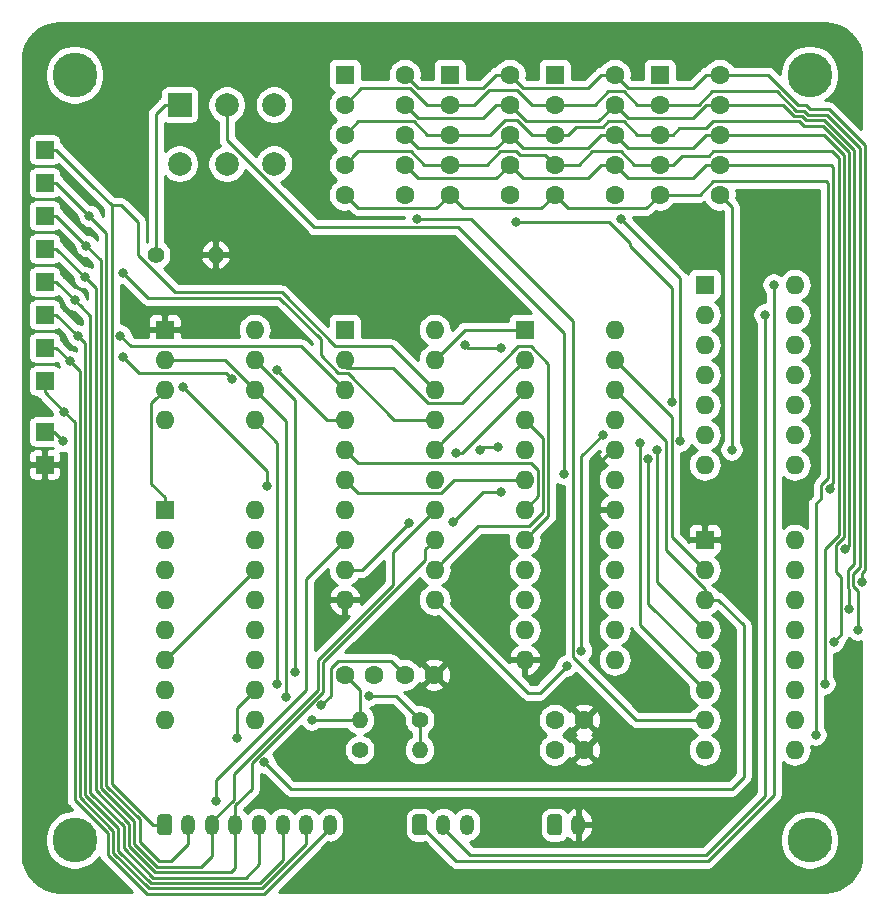
<source format=gbr>
G04 #@! TF.GenerationSoftware,KiCad,Pcbnew,(5.1.2-1)-1*
G04 #@! TF.CreationDate,2019-08-26T08:20:16+10:00*
G04 #@! TF.ProjectId,output-register,6f757470-7574-42d7-9265-676973746572,rev?*
G04 #@! TF.SameCoordinates,Original*
G04 #@! TF.FileFunction,Copper,L1,Top*
G04 #@! TF.FilePolarity,Positive*
%FSLAX46Y46*%
G04 Gerber Fmt 4.6, Leading zero omitted, Abs format (unit mm)*
G04 Created by KiCad (PCBNEW (5.1.2-1)-1) date 2019-08-26 08:20:16*
%MOMM*%
%LPD*%
G04 APERTURE LIST*
%ADD10R,1.600000X1.600000*%
%ADD11O,1.600000X1.600000*%
%ADD12C,3.790000*%
%ADD13C,1.600000*%
%ADD14C,0.100000*%
%ADD15C,1.200000*%
%ADD16O,1.200000X1.750000*%
%ADD17C,1.400000*%
%ADD18O,1.400000X1.400000*%
%ADD19R,2.000000X2.000000*%
%ADD20C,2.000000*%
%ADD21R,1.500000X1.500000*%
%ADD22C,0.800000*%
%ADD23C,0.250000*%
%ADD24C,0.254000*%
G04 APERTURE END LIST*
D10*
X167132000Y-84328000D03*
D11*
X174752000Y-99568000D03*
X167132000Y-86868000D03*
X174752000Y-97028000D03*
X167132000Y-89408000D03*
X174752000Y-94488000D03*
X167132000Y-91948000D03*
X174752000Y-91948000D03*
X167132000Y-94488000D03*
X174752000Y-89408000D03*
X167132000Y-97028000D03*
X174752000Y-86868000D03*
X167132000Y-99568000D03*
X174752000Y-84328000D03*
D12*
X176022000Y-131318000D03*
X176022000Y-66548000D03*
X113792000Y-131318000D03*
X113792000Y-66548000D03*
D13*
X139152000Y-117348000D03*
X136652000Y-117348000D03*
X141732000Y-117348000D03*
X144232000Y-117348000D03*
X154432000Y-123698000D03*
X156932000Y-123698000D03*
X156932000Y-121158000D03*
X154432000Y-121158000D03*
D14*
G36*
X121786505Y-129174204D02*
G01*
X121810773Y-129177804D01*
X121834572Y-129183765D01*
X121857671Y-129192030D01*
X121879850Y-129202520D01*
X121900893Y-129215132D01*
X121920599Y-129229747D01*
X121938777Y-129246223D01*
X121955253Y-129264401D01*
X121969868Y-129284107D01*
X121982480Y-129305150D01*
X121992970Y-129327329D01*
X122001235Y-129350428D01*
X122007196Y-129374227D01*
X122010796Y-129398495D01*
X122012000Y-129422999D01*
X122012000Y-130673001D01*
X122010796Y-130697505D01*
X122007196Y-130721773D01*
X122001235Y-130745572D01*
X121992970Y-130768671D01*
X121982480Y-130790850D01*
X121969868Y-130811893D01*
X121955253Y-130831599D01*
X121938777Y-130849777D01*
X121920599Y-130866253D01*
X121900893Y-130880868D01*
X121879850Y-130893480D01*
X121857671Y-130903970D01*
X121834572Y-130912235D01*
X121810773Y-130918196D01*
X121786505Y-130921796D01*
X121762001Y-130923000D01*
X121061999Y-130923000D01*
X121037495Y-130921796D01*
X121013227Y-130918196D01*
X120989428Y-130912235D01*
X120966329Y-130903970D01*
X120944150Y-130893480D01*
X120923107Y-130880868D01*
X120903401Y-130866253D01*
X120885223Y-130849777D01*
X120868747Y-130831599D01*
X120854132Y-130811893D01*
X120841520Y-130790850D01*
X120831030Y-130768671D01*
X120822765Y-130745572D01*
X120816804Y-130721773D01*
X120813204Y-130697505D01*
X120812000Y-130673001D01*
X120812000Y-129422999D01*
X120813204Y-129398495D01*
X120816804Y-129374227D01*
X120822765Y-129350428D01*
X120831030Y-129327329D01*
X120841520Y-129305150D01*
X120854132Y-129284107D01*
X120868747Y-129264401D01*
X120885223Y-129246223D01*
X120903401Y-129229747D01*
X120923107Y-129215132D01*
X120944150Y-129202520D01*
X120966329Y-129192030D01*
X120989428Y-129183765D01*
X121013227Y-129177804D01*
X121037495Y-129174204D01*
X121061999Y-129173000D01*
X121762001Y-129173000D01*
X121786505Y-129174204D01*
X121786505Y-129174204D01*
G37*
D15*
X121412000Y-130048000D03*
D16*
X123412000Y-130048000D03*
X125412000Y-130048000D03*
X127412000Y-130048000D03*
X129412000Y-130048000D03*
X131412000Y-130048000D03*
X133412000Y-130048000D03*
X135412000Y-130048000D03*
D14*
G36*
X154806505Y-129174204D02*
G01*
X154830773Y-129177804D01*
X154854572Y-129183765D01*
X154877671Y-129192030D01*
X154899850Y-129202520D01*
X154920893Y-129215132D01*
X154940599Y-129229747D01*
X154958777Y-129246223D01*
X154975253Y-129264401D01*
X154989868Y-129284107D01*
X155002480Y-129305150D01*
X155012970Y-129327329D01*
X155021235Y-129350428D01*
X155027196Y-129374227D01*
X155030796Y-129398495D01*
X155032000Y-129422999D01*
X155032000Y-130673001D01*
X155030796Y-130697505D01*
X155027196Y-130721773D01*
X155021235Y-130745572D01*
X155012970Y-130768671D01*
X155002480Y-130790850D01*
X154989868Y-130811893D01*
X154975253Y-130831599D01*
X154958777Y-130849777D01*
X154940599Y-130866253D01*
X154920893Y-130880868D01*
X154899850Y-130893480D01*
X154877671Y-130903970D01*
X154854572Y-130912235D01*
X154830773Y-130918196D01*
X154806505Y-130921796D01*
X154782001Y-130923000D01*
X154081999Y-130923000D01*
X154057495Y-130921796D01*
X154033227Y-130918196D01*
X154009428Y-130912235D01*
X153986329Y-130903970D01*
X153964150Y-130893480D01*
X153943107Y-130880868D01*
X153923401Y-130866253D01*
X153905223Y-130849777D01*
X153888747Y-130831599D01*
X153874132Y-130811893D01*
X153861520Y-130790850D01*
X153851030Y-130768671D01*
X153842765Y-130745572D01*
X153836804Y-130721773D01*
X153833204Y-130697505D01*
X153832000Y-130673001D01*
X153832000Y-129422999D01*
X153833204Y-129398495D01*
X153836804Y-129374227D01*
X153842765Y-129350428D01*
X153851030Y-129327329D01*
X153861520Y-129305150D01*
X153874132Y-129284107D01*
X153888747Y-129264401D01*
X153905223Y-129246223D01*
X153923401Y-129229747D01*
X153943107Y-129215132D01*
X153964150Y-129202520D01*
X153986329Y-129192030D01*
X154009428Y-129183765D01*
X154033227Y-129177804D01*
X154057495Y-129174204D01*
X154081999Y-129173000D01*
X154782001Y-129173000D01*
X154806505Y-129174204D01*
X154806505Y-129174204D01*
G37*
D15*
X154432000Y-130048000D03*
D16*
X156432000Y-130048000D03*
D14*
G36*
X143376505Y-129174204D02*
G01*
X143400773Y-129177804D01*
X143424572Y-129183765D01*
X143447671Y-129192030D01*
X143469850Y-129202520D01*
X143490893Y-129215132D01*
X143510599Y-129229747D01*
X143528777Y-129246223D01*
X143545253Y-129264401D01*
X143559868Y-129284107D01*
X143572480Y-129305150D01*
X143582970Y-129327329D01*
X143591235Y-129350428D01*
X143597196Y-129374227D01*
X143600796Y-129398495D01*
X143602000Y-129422999D01*
X143602000Y-130673001D01*
X143600796Y-130697505D01*
X143597196Y-130721773D01*
X143591235Y-130745572D01*
X143582970Y-130768671D01*
X143572480Y-130790850D01*
X143559868Y-130811893D01*
X143545253Y-130831599D01*
X143528777Y-130849777D01*
X143510599Y-130866253D01*
X143490893Y-130880868D01*
X143469850Y-130893480D01*
X143447671Y-130903970D01*
X143424572Y-130912235D01*
X143400773Y-130918196D01*
X143376505Y-130921796D01*
X143352001Y-130923000D01*
X142651999Y-130923000D01*
X142627495Y-130921796D01*
X142603227Y-130918196D01*
X142579428Y-130912235D01*
X142556329Y-130903970D01*
X142534150Y-130893480D01*
X142513107Y-130880868D01*
X142493401Y-130866253D01*
X142475223Y-130849777D01*
X142458747Y-130831599D01*
X142444132Y-130811893D01*
X142431520Y-130790850D01*
X142421030Y-130768671D01*
X142412765Y-130745572D01*
X142406804Y-130721773D01*
X142403204Y-130697505D01*
X142402000Y-130673001D01*
X142402000Y-129422999D01*
X142403204Y-129398495D01*
X142406804Y-129374227D01*
X142412765Y-129350428D01*
X142421030Y-129327329D01*
X142431520Y-129305150D01*
X142444132Y-129284107D01*
X142458747Y-129264401D01*
X142475223Y-129246223D01*
X142493401Y-129229747D01*
X142513107Y-129215132D01*
X142534150Y-129202520D01*
X142556329Y-129192030D01*
X142579428Y-129183765D01*
X142603227Y-129177804D01*
X142627495Y-129174204D01*
X142651999Y-129173000D01*
X143352001Y-129173000D01*
X143376505Y-129174204D01*
X143376505Y-129174204D01*
G37*
D15*
X143002000Y-130048000D03*
D16*
X145002000Y-130048000D03*
X147002000Y-130048000D03*
D17*
X120650000Y-81788000D03*
D18*
X125730000Y-81788000D03*
D17*
X143002000Y-121158000D03*
D18*
X137922000Y-121158000D03*
X143002000Y-123698000D03*
D17*
X137922000Y-123698000D03*
D19*
X122682000Y-69088000D03*
D20*
X126682000Y-69088000D03*
X130682000Y-69088000D03*
X122682000Y-74088000D03*
X126682000Y-74088000D03*
X130682000Y-74088000D03*
D21*
X111252000Y-92456000D03*
X111252000Y-89662000D03*
X111252000Y-86868000D03*
X111252000Y-84074000D03*
X111252000Y-81280000D03*
X111252000Y-78486000D03*
X111252000Y-75692000D03*
X111252000Y-72898000D03*
X111252000Y-96774000D03*
X111252000Y-99568000D03*
D10*
X121412000Y-88138000D03*
D11*
X129032000Y-95758000D03*
X121412000Y-90678000D03*
X129032000Y-93218000D03*
X121412000Y-93218000D03*
X129032000Y-90678000D03*
X121412000Y-95758000D03*
X129032000Y-88138000D03*
D10*
X136652000Y-88138000D03*
D11*
X144272000Y-110998000D03*
X136652000Y-90678000D03*
X144272000Y-108458000D03*
X136652000Y-93218000D03*
X144272000Y-105918000D03*
X136652000Y-95758000D03*
X144272000Y-103378000D03*
X136652000Y-98298000D03*
X144272000Y-100838000D03*
X136652000Y-100838000D03*
X144272000Y-98298000D03*
X136652000Y-103378000D03*
X144272000Y-95758000D03*
X136652000Y-105918000D03*
X144272000Y-93218000D03*
X136652000Y-108458000D03*
X144272000Y-90678000D03*
X136652000Y-110998000D03*
X144272000Y-88138000D03*
X129032000Y-103378000D03*
X121412000Y-121158000D03*
X129032000Y-105918000D03*
X121412000Y-118618000D03*
X129032000Y-108458000D03*
X121412000Y-116078000D03*
X129032000Y-110998000D03*
X121412000Y-113538000D03*
X129032000Y-113538000D03*
X121412000Y-110998000D03*
X129032000Y-116078000D03*
X121412000Y-108458000D03*
X129032000Y-118618000D03*
X121412000Y-105918000D03*
X129032000Y-121158000D03*
D10*
X121412000Y-103378000D03*
X151892000Y-88138000D03*
D11*
X159512000Y-116078000D03*
X151892000Y-90678000D03*
X159512000Y-113538000D03*
X151892000Y-93218000D03*
X159512000Y-110998000D03*
X151892000Y-95758000D03*
X159512000Y-108458000D03*
X151892000Y-98298000D03*
X159512000Y-105918000D03*
X151892000Y-100838000D03*
X159512000Y-103378000D03*
X151892000Y-103378000D03*
X159512000Y-100838000D03*
X151892000Y-105918000D03*
X159512000Y-98298000D03*
X151892000Y-108458000D03*
X159512000Y-95758000D03*
X151892000Y-110998000D03*
X159512000Y-93218000D03*
X151892000Y-113538000D03*
X159512000Y-90678000D03*
X151892000Y-116078000D03*
X159512000Y-88138000D03*
D10*
X167132000Y-105918000D03*
D11*
X174752000Y-123698000D03*
X167132000Y-108458000D03*
X174752000Y-121158000D03*
X167132000Y-110998000D03*
X174752000Y-118618000D03*
X167132000Y-113538000D03*
X174752000Y-116078000D03*
X167132000Y-116078000D03*
X174752000Y-113538000D03*
X167132000Y-118618000D03*
X174752000Y-110998000D03*
X167132000Y-121158000D03*
X174752000Y-108458000D03*
X167132000Y-123698000D03*
X174752000Y-105918000D03*
D13*
X141732000Y-66548000D03*
X141732000Y-69088000D03*
X141732000Y-71628000D03*
X141732000Y-74168000D03*
X141732000Y-76708000D03*
X136652000Y-76708000D03*
X136652000Y-74168000D03*
X136652000Y-71628000D03*
X136652000Y-69088000D03*
D10*
X136652000Y-66548000D03*
X145542000Y-66548000D03*
D13*
X145542000Y-69088000D03*
X145542000Y-71628000D03*
X145542000Y-74168000D03*
X145542000Y-76708000D03*
X150622000Y-76708000D03*
X150622000Y-74168000D03*
X150622000Y-71628000D03*
X150622000Y-69088000D03*
X150622000Y-66548000D03*
X159512000Y-66548000D03*
X159512000Y-69088000D03*
X159512000Y-71628000D03*
X159512000Y-74168000D03*
X159512000Y-76708000D03*
X154432000Y-76708000D03*
X154432000Y-74168000D03*
X154432000Y-71628000D03*
X154432000Y-69088000D03*
D10*
X154432000Y-66548000D03*
X163322000Y-66548000D03*
D13*
X163322000Y-69088000D03*
X163322000Y-71628000D03*
X163322000Y-74168000D03*
X163322000Y-76708000D03*
X168402000Y-76708000D03*
X168402000Y-74168000D03*
X168402000Y-71628000D03*
X168402000Y-69088000D03*
X168402000Y-66548000D03*
D22*
X157988000Y-99568000D03*
X130302000Y-127000000D03*
X112014000Y-123952000D03*
X133858000Y-121158000D03*
X131694347Y-119248347D03*
X134688858Y-119956858D03*
X130969347Y-118110000D03*
X112776000Y-97536000D03*
X149860000Y-89662000D03*
X146812000Y-89408000D03*
X115054000Y-78494000D03*
X117856000Y-83312000D03*
X114800000Y-81034000D03*
X114673000Y-83701000D03*
X125730000Y-128016000D03*
X113792000Y-85598000D03*
X114046000Y-88646000D03*
X122936000Y-92964000D03*
X130048000Y-101346000D03*
X113403000Y-90813000D03*
X117856000Y-90424000D03*
X127122347Y-92333653D03*
X130941653Y-91562347D03*
X112911000Y-95115000D03*
X117667070Y-88646000D03*
X172974000Y-84328000D03*
X172212000Y-86868000D03*
X132419347Y-117094000D03*
X138684000Y-119126000D03*
X155231000Y-100330000D03*
X158496000Y-97028000D03*
X156681000Y-115311347D03*
X155448000Y-116586000D03*
X146050000Y-98552000D03*
X142108347Y-104516347D03*
X145796000Y-104394000D03*
X149860000Y-101854000D03*
X149606000Y-98044000D03*
X148119000Y-98298000D03*
X129862858Y-124782858D03*
X127508000Y-122682000D03*
X176530000Y-122428000D03*
X178054000Y-114554000D03*
X179402980Y-111760000D03*
X180452000Y-109474000D03*
X177751940Y-101600000D03*
X179001999Y-106680000D03*
X180086000Y-113538000D03*
X177292000Y-118110000D03*
X163105000Y-98298000D03*
X169418000Y-98298000D03*
X160020000Y-78740000D03*
X162380000Y-99111375D03*
X165063000Y-97536000D03*
X151130000Y-78994000D03*
X164338000Y-94234000D03*
X161680935Y-97757818D03*
X142748000Y-78740000D03*
D23*
X159258000Y-98298000D02*
X157988000Y-99568000D01*
X159512000Y-98298000D02*
X159258000Y-98298000D01*
X126492000Y-90678000D02*
X129032000Y-93218000D01*
X121412000Y-90678000D02*
X126492000Y-90678000D01*
X137922000Y-121158000D02*
X133858000Y-121158000D01*
X131694347Y-95880347D02*
X129032000Y-93218000D01*
X131694347Y-119248347D02*
X131694347Y-95880347D01*
X137922000Y-118618000D02*
X136652000Y-117348000D01*
X137922000Y-121158000D02*
X137922000Y-118618000D01*
X135526999Y-119118717D02*
X134688858Y-119956858D01*
X135526999Y-116807999D02*
X135526999Y-119118717D01*
X136111999Y-116222999D02*
X135526999Y-116807999D01*
X140606999Y-116222999D02*
X136111999Y-116222999D01*
X141732000Y-117348000D02*
X140606999Y-116222999D01*
X130969347Y-97695347D02*
X129032000Y-95758000D01*
X130969347Y-118110000D02*
X130969347Y-97695347D01*
X112014000Y-96774000D02*
X112776000Y-97536000D01*
X111252000Y-96774000D02*
X112014000Y-96774000D01*
X147066000Y-89662000D02*
X146812000Y-89408000D01*
X149860000Y-89662000D02*
X147066000Y-89662000D01*
X112252000Y-72898000D02*
X111252000Y-72898000D01*
X116942070Y-77588070D02*
X115308000Y-75954000D01*
X116942070Y-126585610D02*
X116942070Y-77588070D01*
X120404460Y-130048000D02*
X116942070Y-126585610D01*
X121412000Y-130048000D02*
X120404460Y-130048000D01*
X115308000Y-75954000D02*
X112252000Y-72898000D01*
X117720070Y-77588070D02*
X116942070Y-77588070D01*
X140606999Y-89552999D02*
X135881997Y-89552999D01*
X122327002Y-84989002D02*
X119126000Y-81788000D01*
X119126000Y-78994000D02*
X117720070Y-77588070D01*
X135881997Y-89552999D02*
X131318000Y-84989002D01*
X119126000Y-81788000D02*
X119126000Y-78994000D01*
X131318000Y-84989002D02*
X122327002Y-84989002D01*
X144272000Y-93218000D02*
X140606999Y-89552999D01*
X116492060Y-126772010D02*
X116492060Y-79932060D01*
X112252000Y-75692000D02*
X111252000Y-75692000D01*
X119306383Y-129586333D02*
X116492060Y-126772010D01*
X119306384Y-131489924D02*
X119306383Y-129586333D01*
X123412000Y-131661990D02*
X121977990Y-133096000D01*
X120912460Y-133096000D02*
X119306384Y-131489924D01*
X121977990Y-133096000D02*
X120912460Y-133096000D01*
X116492060Y-79932060D02*
X115054000Y-78494000D01*
X123412000Y-130048000D02*
X123412000Y-131661990D01*
X115054000Y-78494000D02*
X112252000Y-75692000D01*
X134620000Y-90311002D02*
X134620000Y-88927412D01*
X136111999Y-91803001D02*
X134620000Y-90311002D01*
X136902003Y-91803001D02*
X136111999Y-91803001D01*
X140857002Y-95758000D02*
X136902003Y-91803001D01*
X134620000Y-88927412D02*
X131131600Y-85439012D01*
X144272000Y-95758000D02*
X140857002Y-95758000D01*
X119983012Y-85439012D02*
X117856000Y-83312000D01*
X131131600Y-85439012D02*
X119983012Y-85439012D01*
X112252000Y-78486000D02*
X111252000Y-78486000D01*
X116042050Y-82276050D02*
X114800000Y-81034000D01*
X116042050Y-126958410D02*
X116042050Y-82276050D01*
X125412000Y-130048000D02*
X125412000Y-132687950D01*
X118856374Y-131676324D02*
X118856374Y-129772734D01*
X118856374Y-129772734D02*
X116042050Y-126958410D01*
X124495950Y-133604000D02*
X120784050Y-133604000D01*
X120784050Y-133604000D02*
X118856374Y-131676324D01*
X125412000Y-132687950D02*
X124495950Y-133604000D01*
X127254000Y-127931000D02*
X127254000Y-125730000D01*
X125412000Y-129773000D02*
X127254000Y-127931000D01*
X125412000Y-130048000D02*
X125412000Y-129773000D01*
X127254000Y-125730000D02*
X134366000Y-118618000D01*
X134366000Y-118618000D02*
X134366000Y-116078000D01*
X134366000Y-116078000D02*
X140716000Y-109728000D01*
X140716000Y-106934000D02*
X144272000Y-103378000D01*
X140716000Y-109728000D02*
X140716000Y-106934000D01*
X114800000Y-81034000D02*
X112252000Y-78486000D01*
X112252000Y-81280000D02*
X111252000Y-81280000D01*
X115592040Y-84620040D02*
X114673000Y-83701000D01*
X118406364Y-131862724D02*
X118406364Y-129959134D01*
X127412000Y-133677960D02*
X127000000Y-134089960D01*
X120633600Y-134089960D02*
X118406364Y-131862724D01*
X127000000Y-134089960D02*
X120633600Y-134089960D01*
X115592040Y-127144810D02*
X115592040Y-84620040D01*
X118406364Y-129959134D02*
X115592040Y-127144810D01*
X127412000Y-130048000D02*
X127412000Y-133677960D01*
X134816010Y-116264400D02*
X143472001Y-107608409D01*
X143472001Y-106717999D02*
X144272000Y-105918000D01*
X128778000Y-124842410D02*
X134816010Y-118804400D01*
X128778000Y-127043410D02*
X128778000Y-124842410D01*
X134816010Y-118804400D02*
X134816010Y-116264400D01*
X143472001Y-107608409D02*
X143472001Y-106717999D01*
X127412000Y-128409410D02*
X128778000Y-127043410D01*
X127412000Y-130048000D02*
X127412000Y-128409410D01*
X114673000Y-83701000D02*
X112252000Y-81280000D01*
X115142030Y-127331210D02*
X115142030Y-86964030D01*
X117956355Y-130145535D02*
X115142030Y-127331210D01*
X120447200Y-134539970D02*
X117956356Y-132049126D01*
X112252000Y-84074000D02*
X111252000Y-84074000D01*
X117956356Y-132049126D02*
X117956355Y-130145535D01*
X128270000Y-134539970D02*
X120447200Y-134539970D01*
X115142030Y-86964030D02*
X114419000Y-86241000D01*
X129412000Y-133397970D02*
X128270000Y-134539970D01*
X129412000Y-130048000D02*
X129412000Y-133397970D01*
X125730000Y-128016000D02*
X125730000Y-126238000D01*
X125730000Y-126238000D02*
X133350000Y-118618000D01*
X133350000Y-109220000D02*
X136652000Y-105918000D01*
X133350000Y-118618000D02*
X133350000Y-109220000D01*
X114419000Y-86241000D02*
X112252000Y-84074000D01*
X114894243Y-127762000D02*
X114692020Y-127559777D01*
X117506346Y-130331936D02*
X114936410Y-127762000D01*
X114936410Y-127762000D02*
X114894243Y-127762000D01*
X117506346Y-132235526D02*
X117506346Y-130331936D01*
X120260800Y-134989980D02*
X117506346Y-132235526D01*
X129472200Y-134989980D02*
X120260800Y-134989980D01*
X131412000Y-133050180D02*
X129472200Y-134989980D01*
X131412000Y-130048000D02*
X131412000Y-133050180D01*
X112252000Y-86868000D02*
X111252000Y-86868000D01*
X114692020Y-89308020D02*
X113911000Y-88527000D01*
X114692020Y-119518020D02*
X114692020Y-89308020D01*
X114692020Y-127559777D02*
X114692020Y-119518020D01*
X114692020Y-119518020D02*
X114692020Y-119380000D01*
X113911000Y-88527000D02*
X112252000Y-86868000D01*
X130048000Y-100076000D02*
X130048000Y-101346000D01*
X122936000Y-92964000D02*
X130048000Y-100076000D01*
X112252000Y-89662000D02*
X111252000Y-89662000D01*
X114242010Y-91652010D02*
X113403000Y-90813000D01*
X117056336Y-130560503D02*
X114242010Y-127746177D01*
X120074400Y-135439990D02*
X117056336Y-132421926D01*
X129658600Y-135439990D02*
X120074400Y-135439990D01*
X133412000Y-131686590D02*
X129658600Y-135439990D01*
X117056336Y-132421926D02*
X117056336Y-130560503D01*
X114242010Y-127746177D02*
X114242010Y-91652010D01*
X133412000Y-130048000D02*
X133412000Y-131686590D01*
X113403000Y-90813000D02*
X112252000Y-89662000D01*
X126591695Y-91803001D02*
X127122347Y-92333653D01*
X119235001Y-91803001D02*
X126591695Y-91803001D01*
X117856000Y-90424000D02*
X119235001Y-91803001D01*
X135137306Y-95758000D02*
X136652000Y-95758000D01*
X130941653Y-91562347D02*
X135137306Y-95758000D01*
X113792000Y-95996000D02*
X112911000Y-95115000D01*
X113792000Y-127932577D02*
X113792000Y-95996000D01*
X116586000Y-130726577D02*
X113792000Y-127932577D01*
X116586000Y-132126521D02*
X116586000Y-130726577D01*
X111252000Y-93456000D02*
X111252000Y-92456000D01*
X135412000Y-130323000D02*
X129845000Y-135890000D01*
X116618368Y-132620368D02*
X116586000Y-132126521D01*
X129845000Y-135890000D02*
X119888000Y-135890000D01*
X119888000Y-135890000D02*
X116618368Y-132620368D01*
X135412000Y-130048000D02*
X135412000Y-130323000D01*
X112911000Y-95115000D02*
X111252000Y-93456000D01*
X135852001Y-92418001D02*
X136652000Y-93218000D01*
X132986999Y-89552999D02*
X135852001Y-92418001D01*
X118574069Y-89552999D02*
X132986999Y-89552999D01*
X117667070Y-88646000D02*
X118574069Y-89552999D01*
X172974000Y-84328000D02*
X172974000Y-127508000D01*
X172974000Y-127508000D02*
X167386000Y-133096000D01*
X146050000Y-133096000D02*
X143002000Y-130048000D01*
X167386000Y-133096000D02*
X146050000Y-133096000D01*
X167257590Y-132588000D02*
X172212000Y-127633590D01*
X172212000Y-127633590D02*
X172212000Y-86868000D01*
X145002000Y-130323000D02*
X147267000Y-132588000D01*
X147267000Y-132588000D02*
X167257590Y-132588000D01*
X145002000Y-130048000D02*
X145002000Y-130323000D01*
X121432000Y-69088000D02*
X122682000Y-69088000D01*
X120650000Y-69870000D02*
X121432000Y-69088000D01*
X120650000Y-81788000D02*
X120650000Y-69870000D01*
X143002000Y-123698000D02*
X143002000Y-121158000D01*
X132419347Y-94065347D02*
X132419347Y-117094000D01*
X129032000Y-90678000D02*
X132419347Y-94065347D01*
X140970000Y-119126000D02*
X143002000Y-121158000D01*
X138684000Y-119126000D02*
X140970000Y-119126000D01*
X126682000Y-70502213D02*
X126682000Y-69088000D01*
X126682000Y-72049002D02*
X126682000Y-70502213D01*
X134097999Y-79465001D02*
X126682000Y-72049002D01*
X146267001Y-79465001D02*
X134097999Y-79465001D01*
X155231000Y-88429000D02*
X146267001Y-79465001D01*
X155231000Y-100330000D02*
X155231000Y-88429000D01*
X156681000Y-98843000D02*
X156681000Y-115311347D01*
X158496000Y-97028000D02*
X156681000Y-98843000D01*
X155448000Y-116586000D02*
X153162000Y-118872000D01*
X152146000Y-118872000D02*
X144272000Y-110998000D01*
X153162000Y-118872000D02*
X152146000Y-118872000D01*
X120286999Y-94343001D02*
X120612001Y-94017999D01*
X120612001Y-94017999D02*
X121412000Y-93218000D01*
X121412000Y-102328000D02*
X120286999Y-101202999D01*
X120286999Y-101202999D02*
X120286999Y-94343001D01*
X121412000Y-103378000D02*
X121412000Y-102328000D01*
X152691999Y-105118001D02*
X151892000Y-105918000D01*
X153917021Y-103892979D02*
X152691999Y-105118001D01*
X153917021Y-91038019D02*
X153917021Y-103892979D01*
X152432001Y-89552999D02*
X153917021Y-91038019D01*
X143731999Y-94343001D02*
X146561997Y-94343001D01*
X151351999Y-89552999D02*
X152432001Y-89552999D01*
X140741989Y-91352991D02*
X143731999Y-94343001D01*
X146561997Y-94343001D02*
X151351999Y-89552999D01*
X136818991Y-91352991D02*
X140741989Y-91352991D01*
X136652000Y-91186000D02*
X136818991Y-91352991D01*
X136652000Y-90678000D02*
X136652000Y-91186000D01*
X145071999Y-107658001D02*
X144272000Y-108458000D01*
X147937001Y-104792999D02*
X145071999Y-107658001D01*
X152255001Y-104792999D02*
X147937001Y-104792999D01*
X153467011Y-103580989D02*
X152255001Y-104792999D01*
X153467011Y-97333011D02*
X153467011Y-103580989D01*
X151892000Y-95758000D02*
X153467011Y-97333011D01*
X137451999Y-99097999D02*
X136652000Y-98298000D01*
X137777001Y-99423001D02*
X137451999Y-99097999D01*
X152432001Y-99423001D02*
X137777001Y-99423001D01*
X153017001Y-100008001D02*
X152432001Y-99423001D01*
X153017001Y-102252999D02*
X153017001Y-100008001D01*
X151892000Y-103378000D02*
X153017001Y-102252999D01*
X146558000Y-98552000D02*
X146050000Y-98552000D01*
X151892000Y-93218000D02*
X146558000Y-98552000D01*
X137451999Y-101637999D02*
X136652000Y-100838000D01*
X137777001Y-101963001D02*
X137451999Y-101637999D01*
X144812001Y-101963001D02*
X137777001Y-101963001D01*
X145937002Y-100838000D02*
X144812001Y-101963001D01*
X151892000Y-100838000D02*
X145937002Y-100838000D01*
X145071999Y-97498001D02*
X151892000Y-90678000D01*
X144272000Y-98298000D02*
X145071999Y-97498001D01*
X138166694Y-108458000D02*
X142108347Y-104516347D01*
X136652000Y-108458000D02*
X138166694Y-108458000D01*
X148336000Y-101854000D02*
X149860000Y-101854000D01*
X145796000Y-104394000D02*
X148336000Y-101854000D01*
X146812000Y-88138000D02*
X144272000Y-90678000D01*
X151892000Y-88138000D02*
X146812000Y-88138000D01*
X129032000Y-108458000D02*
X121412000Y-116078000D01*
X159512000Y-90678000D02*
X164338000Y-95504000D01*
X164338000Y-105664000D02*
X167132000Y-108458000D01*
X164338000Y-95504000D02*
X164338000Y-105664000D01*
X148373000Y-98044000D02*
X148119000Y-98298000D01*
X149606000Y-98044000D02*
X148373000Y-98044000D01*
X168263370Y-110998000D02*
X170434000Y-113168630D01*
X167132000Y-110998000D02*
X168263370Y-110998000D01*
X170434000Y-113168630D02*
X170434000Y-125984000D01*
X170434000Y-125984000D02*
X169418000Y-127000000D01*
X132080000Y-127000000D02*
X129862858Y-124782858D01*
X169418000Y-127000000D02*
X132080000Y-127000000D01*
X127508000Y-120142000D02*
X129032000Y-118618000D01*
X127508000Y-122682000D02*
X127508000Y-120142000D01*
X167132000Y-110123002D02*
X163830000Y-106821002D01*
X167132000Y-110998000D02*
X167132000Y-110123002D01*
X163830000Y-97536000D02*
X159512000Y-93218000D01*
X163830000Y-106821002D02*
X163830000Y-97536000D01*
X155231999Y-77507999D02*
X154432000Y-76708000D01*
X162196999Y-77833001D02*
X155557001Y-77833001D01*
X155557001Y-77833001D02*
X155231999Y-77507999D01*
X163322000Y-76708000D02*
X162196999Y-77833001D01*
X146341999Y-77507999D02*
X145542000Y-76708000D01*
X153306999Y-77833001D02*
X146667001Y-77833001D01*
X146667001Y-77833001D02*
X146341999Y-77507999D01*
X154432000Y-76708000D02*
X153306999Y-77833001D01*
X137451999Y-77507999D02*
X136652000Y-76708000D01*
X137777001Y-77833001D02*
X137451999Y-77507999D01*
X144416999Y-77833001D02*
X137777001Y-77833001D01*
X145542000Y-76708000D02*
X144416999Y-77833001D01*
X176530000Y-102927002D02*
X176530000Y-122428000D01*
X177026939Y-102430063D02*
X176530000Y-102927002D01*
X177576920Y-100702018D02*
X177026939Y-101251999D01*
X177436999Y-75582999D02*
X177576920Y-75722920D01*
X167861999Y-75582999D02*
X177436999Y-75582999D01*
X177026939Y-101251999D02*
X177026939Y-102430063D01*
X177576920Y-75722920D02*
X177576920Y-100702018D01*
X166736998Y-76708000D02*
X167861999Y-75582999D01*
X163322000Y-76708000D02*
X166736998Y-76708000D01*
X160311999Y-72427999D02*
X159512000Y-71628000D01*
X160637001Y-72753001D02*
X160311999Y-72427999D01*
X166145629Y-72753001D02*
X160637001Y-72753001D01*
X167270630Y-71628000D02*
X166145629Y-72753001D01*
X168402000Y-71628000D02*
X167270630Y-71628000D01*
X151421999Y-72427999D02*
X150622000Y-71628000D01*
X151747001Y-72753001D02*
X151421999Y-72427999D01*
X158380630Y-71628000D02*
X157255629Y-72753001D01*
X157255629Y-72753001D02*
X151747001Y-72753001D01*
X159512000Y-71628000D02*
X158380630Y-71628000D01*
X142857001Y-72753001D02*
X142531999Y-72427999D01*
X142531999Y-72427999D02*
X141732000Y-71628000D01*
X149496999Y-72753001D02*
X142857001Y-72753001D01*
X150622000Y-71628000D02*
X149496999Y-72753001D01*
X177245334Y-71628000D02*
X175768000Y-71628000D01*
X178926950Y-105682047D02*
X178926950Y-73309616D01*
X178276998Y-106331999D02*
X178926950Y-105682047D01*
X178276998Y-108680998D02*
X178276998Y-106331999D01*
X178677980Y-109081980D02*
X178276998Y-108680998D01*
X178677980Y-113930020D02*
X178677980Y-109081980D01*
X175768000Y-71628000D02*
X168402000Y-71628000D01*
X178926950Y-73309616D02*
X177245334Y-71628000D01*
X178054000Y-114554000D02*
X178677980Y-113930020D01*
X160311999Y-69887999D02*
X159512000Y-69088000D01*
X160637001Y-70213001D02*
X160311999Y-69887999D01*
X166145629Y-70213001D02*
X160637001Y-70213001D01*
X167270630Y-69088000D02*
X166145629Y-70213001D01*
X168402000Y-69088000D02*
X167270630Y-69088000D01*
X151421999Y-69887999D02*
X150622000Y-69088000D01*
X152036999Y-70502999D02*
X151421999Y-69887999D01*
X158097001Y-70502999D02*
X152036999Y-70502999D01*
X159512000Y-69088000D02*
X158097001Y-70502999D01*
X142531999Y-69887999D02*
X141732000Y-69088000D01*
X142857001Y-70213001D02*
X142531999Y-69887999D01*
X148365629Y-70213001D02*
X142857001Y-70213001D01*
X149490630Y-69088000D02*
X148365629Y-70213001D01*
X150622000Y-69088000D02*
X149490630Y-69088000D01*
X173733180Y-69088000D02*
X168402000Y-69088000D01*
X174698169Y-70052989D02*
X173733180Y-69088000D01*
X175355237Y-70052989D02*
X174698169Y-70052989D01*
X179826970Y-107955030D02*
X179826970Y-72936816D01*
X179276989Y-108505011D02*
X179826970Y-107955030D01*
X177279687Y-70389533D02*
X175691781Y-70389533D01*
X179826970Y-72936816D02*
X177279687Y-70389533D01*
X179276989Y-110008401D02*
X179276989Y-108505011D01*
X175691781Y-70389533D02*
X175355237Y-70052989D01*
X179402980Y-110134392D02*
X179276989Y-110008401D01*
X179402980Y-111760000D02*
X179402980Y-110134392D01*
X160311999Y-67347999D02*
X159512000Y-66548000D01*
X167270630Y-66548000D02*
X166145629Y-67673001D01*
X160637001Y-67673001D02*
X160311999Y-67347999D01*
X166145629Y-67673001D02*
X160637001Y-67673001D01*
X168402000Y-66548000D02*
X167270630Y-66548000D01*
X151421999Y-67347999D02*
X150622000Y-66548000D01*
X151747001Y-67673001D02*
X151421999Y-67347999D01*
X157255629Y-67673001D02*
X151747001Y-67673001D01*
X158380630Y-66548000D02*
X157255629Y-67673001D01*
X159512000Y-66548000D02*
X158380630Y-66548000D01*
X142531999Y-67347999D02*
X141732000Y-66548000D01*
X142857001Y-67673001D02*
X142531999Y-67347999D01*
X148365629Y-67673001D02*
X142857001Y-67673001D01*
X149490630Y-66548000D02*
X148365629Y-67673001D01*
X150622000Y-66548000D02*
X149490630Y-66548000D01*
X172466000Y-66548000D02*
X168402000Y-66548000D01*
X175715534Y-69140466D02*
X175058466Y-69140466D01*
X177652487Y-69489513D02*
X176064581Y-69489513D01*
X180726990Y-72522990D02*
X180381026Y-72177026D01*
X180726990Y-108458000D02*
X180726990Y-72522990D01*
X175058466Y-69140466D02*
X172466000Y-66548000D01*
X176064581Y-69489513D02*
X175715534Y-69140466D01*
X180340000Y-72177026D02*
X177652487Y-69489513D01*
X180381026Y-72177026D02*
X180340000Y-72177026D01*
X180452000Y-108732990D02*
X180726990Y-108458000D01*
X180452000Y-109474000D02*
X180452000Y-108732990D01*
X166145629Y-75293001D02*
X160637001Y-75293001D01*
X167270630Y-74168000D02*
X166145629Y-75293001D01*
X160311999Y-74967999D02*
X159512000Y-74168000D01*
X160637001Y-75293001D02*
X160311999Y-74967999D01*
X168402000Y-74168000D02*
X167270630Y-74168000D01*
X151421999Y-74967999D02*
X150622000Y-74168000D01*
X151747001Y-75293001D02*
X151421999Y-74967999D01*
X157255629Y-75293001D02*
X151747001Y-75293001D01*
X158380630Y-74168000D02*
X157255629Y-75293001D01*
X159512000Y-74168000D02*
X158380630Y-74168000D01*
X149496999Y-75293001D02*
X142857001Y-75293001D01*
X142531999Y-74967999D02*
X141732000Y-74168000D01*
X142857001Y-75293001D02*
X142531999Y-74967999D01*
X150622000Y-74168000D02*
X149496999Y-75293001D01*
X169533370Y-74168000D02*
X168402000Y-74168000D01*
X177751940Y-101600000D02*
X177751940Y-101394060D01*
X178026930Y-101119070D02*
X178026930Y-74394930D01*
X177800000Y-74168000D02*
X169533370Y-74168000D01*
X178026930Y-74394930D02*
X177800000Y-74168000D01*
X177751940Y-101394060D02*
X178026930Y-101119070D01*
X143635590Y-71628000D02*
X144410630Y-71628000D01*
X142510589Y-70502999D02*
X143635590Y-71628000D01*
X144410630Y-71628000D02*
X145542000Y-71628000D01*
X137777001Y-70502999D02*
X142510589Y-70502999D01*
X136652000Y-71628000D02*
X137777001Y-70502999D01*
X153300630Y-71628000D02*
X154432000Y-71628000D01*
X152525590Y-71628000D02*
X153300630Y-71628000D01*
X151255590Y-70358000D02*
X152525590Y-71628000D01*
X148956998Y-71628000D02*
X150226998Y-70358000D01*
X150226998Y-70358000D02*
X151255590Y-70358000D01*
X145542000Y-71628000D02*
X148956998Y-71628000D01*
X160290589Y-70502999D02*
X161415590Y-71628000D01*
X158521989Y-70953009D02*
X158971999Y-70502999D01*
X161415590Y-71628000D02*
X162190630Y-71628000D01*
X156238361Y-70953009D02*
X158521989Y-70953009D01*
X162190630Y-71628000D02*
X163322000Y-71628000D01*
X155563370Y-71628000D02*
X156238361Y-70953009D01*
X158971999Y-70502999D02*
X160290589Y-70502999D01*
X154432000Y-71628000D02*
X155563370Y-71628000D01*
X167276999Y-71087999D02*
X164993371Y-71087999D01*
X167861999Y-70502999D02*
X167276999Y-71087999D01*
X177119744Y-70866000D02*
X175531838Y-70866000D01*
X164993371Y-71087999D02*
X164453370Y-71628000D01*
X175168837Y-70502999D02*
X167861999Y-70502999D01*
X179001999Y-106680000D02*
X179070000Y-106680000D01*
X179376960Y-73123216D02*
X177119744Y-70866000D01*
X179376960Y-106373040D02*
X179376960Y-73123216D01*
X164453370Y-71628000D02*
X163322000Y-71628000D01*
X175531838Y-70866000D02*
X175168837Y-70502999D01*
X179070000Y-106680000D02*
X179376960Y-106373040D01*
X144410630Y-69088000D02*
X145542000Y-69088000D01*
X142220591Y-67673001D02*
X143635590Y-69088000D01*
X143635590Y-69088000D02*
X144410630Y-69088000D01*
X138066999Y-67673001D02*
X142220591Y-67673001D01*
X136652000Y-69088000D02*
X138066999Y-67673001D01*
X153300630Y-69088000D02*
X154432000Y-69088000D01*
X152525590Y-69088000D02*
X153300630Y-69088000D01*
X151255590Y-67818000D02*
X152525590Y-69088000D01*
X148857040Y-67818000D02*
X151255590Y-67818000D01*
X147587040Y-69088000D02*
X148857040Y-67818000D01*
X145542000Y-69088000D02*
X147587040Y-69088000D01*
X162190630Y-69088000D02*
X163322000Y-69088000D01*
X161415590Y-69088000D02*
X162190630Y-69088000D01*
X160290589Y-67962999D02*
X161415590Y-69088000D01*
X158971999Y-67962999D02*
X160290589Y-67962999D01*
X157846998Y-69088000D02*
X158971999Y-67962999D01*
X154432000Y-69088000D02*
X157846998Y-69088000D01*
X167759221Y-67962999D02*
X171848999Y-67962999D01*
X166634220Y-69088000D02*
X167759221Y-67962999D01*
X163322000Y-69088000D02*
X166634220Y-69088000D01*
X173244589Y-67962999D02*
X174872066Y-69590476D01*
X174872066Y-69590476D02*
X175529134Y-69590476D01*
X171848999Y-67962999D02*
X173244589Y-67962999D01*
X175529134Y-69590476D02*
X175878181Y-69939523D01*
X175878181Y-69939523D02*
X177466087Y-69939523D01*
X177466087Y-69939523D02*
X179889990Y-72363426D01*
X180127981Y-110222983D02*
X179726999Y-109822001D01*
X180127981Y-112108001D02*
X180127981Y-110222983D01*
X180086000Y-112149982D02*
X180127981Y-112108001D01*
X180086000Y-113538000D02*
X180086000Y-112149982D01*
X180276980Y-72750416D02*
X180276980Y-73219600D01*
X179889990Y-72363426D02*
X180276980Y-72750416D01*
X180276980Y-73219600D02*
X180276980Y-75438000D01*
X180276980Y-75438000D02*
X180276980Y-75759600D01*
X180276980Y-75759600D02*
X180276980Y-84074000D01*
X179726999Y-108817001D02*
X180276980Y-108267020D01*
X179726999Y-109822001D02*
X179726999Y-108817001D01*
X180276980Y-108267020D02*
X180276980Y-107188000D01*
X180276980Y-107188000D02*
X180276980Y-84074000D01*
X155563370Y-74168000D02*
X154432000Y-74168000D01*
X157602041Y-73042999D02*
X156477040Y-74168000D01*
X160052001Y-73042999D02*
X157602041Y-73042999D01*
X161177002Y-74168000D02*
X160052001Y-73042999D01*
X156477040Y-74168000D02*
X155563370Y-74168000D01*
X163322000Y-74168000D02*
X161177002Y-74168000D01*
X148718410Y-74168000D02*
X146673370Y-74168000D01*
X149843411Y-73042999D02*
X148718410Y-74168000D01*
X146673370Y-74168000D02*
X145542000Y-74168000D01*
X151162001Y-73042999D02*
X149843411Y-73042999D01*
X151487003Y-73368001D02*
X151162001Y-73042999D01*
X153632001Y-73368001D02*
X151487003Y-73368001D01*
X154432000Y-74168000D02*
X153632001Y-73368001D01*
X137777001Y-73042999D02*
X137451999Y-73368001D01*
X142272001Y-73042999D02*
X137777001Y-73042999D01*
X143397002Y-74168000D02*
X142272001Y-73042999D01*
X137451999Y-73368001D02*
X136652000Y-74168000D01*
X145542000Y-74168000D02*
X143397002Y-74168000D01*
X164453370Y-74168000D02*
X163322000Y-74168000D01*
X167498998Y-73406000D02*
X165215370Y-73406000D01*
X167861999Y-73042999D02*
X167498998Y-73406000D01*
X178476940Y-73574940D02*
X177944999Y-73042999D01*
X178476940Y-105495060D02*
X178476940Y-73574940D01*
X177944999Y-73042999D02*
X167861999Y-73042999D01*
X177292000Y-106680000D02*
X178476940Y-105495060D01*
X165215370Y-73406000D02*
X164453370Y-74168000D01*
X177292000Y-118110000D02*
X177292000Y-106680000D01*
X163105000Y-109511000D02*
X163105000Y-98298000D01*
X167132000Y-113538000D02*
X163105000Y-109511000D01*
X169418000Y-77724000D02*
X168402000Y-76708000D01*
X169418000Y-98298000D02*
X169418000Y-77724000D01*
X162380000Y-111326000D02*
X162380000Y-99111375D01*
X167132000Y-116078000D02*
X162380000Y-111326000D01*
X165063000Y-83783000D02*
X160020000Y-78740000D01*
X165063000Y-97536000D02*
X165063000Y-83783000D01*
X151130000Y-78994000D02*
X159004000Y-78994000D01*
X160782000Y-80772000D02*
X160782000Y-81026000D01*
X159004000Y-78994000D02*
X160782000Y-80772000D01*
X164338000Y-84582000D02*
X164338000Y-94234000D01*
X160782000Y-81026000D02*
X164338000Y-84582000D01*
X161654999Y-113140999D02*
X166332001Y-117818001D01*
X166332001Y-117818001D02*
X167132000Y-118618000D01*
X161654999Y-98349439D02*
X161654999Y-113140999D01*
X161680935Y-98323503D02*
X161654999Y-98349439D01*
X161680935Y-97757818D02*
X161680935Y-98323503D01*
X142748000Y-78740000D02*
X147320000Y-78740000D01*
X147320000Y-78740000D02*
X155956000Y-87376000D01*
X155956000Y-87376000D02*
X155956000Y-115824000D01*
X161290000Y-121158000D02*
X167132000Y-121158000D01*
X155956000Y-115824000D02*
X161290000Y-121158000D01*
D24*
G36*
X177898344Y-62215738D02*
G01*
X178481595Y-62391832D01*
X179019529Y-62677856D01*
X179491667Y-63062922D01*
X179880019Y-63532359D01*
X180169794Y-64068286D01*
X180349955Y-64650291D01*
X180417000Y-65288189D01*
X180417000Y-71179224D01*
X178216291Y-68978516D01*
X178192488Y-68949512D01*
X178076763Y-68854539D01*
X177944734Y-68783967D01*
X177801473Y-68740510D01*
X177689820Y-68729513D01*
X177689809Y-68729513D01*
X177652487Y-68725837D01*
X177615165Y-68729513D01*
X177311016Y-68729513D01*
X177634781Y-68513180D01*
X177987180Y-68160781D01*
X178264057Y-67746405D01*
X178454774Y-67285974D01*
X178552000Y-66797183D01*
X178552000Y-66298817D01*
X178454774Y-65810026D01*
X178264057Y-65349595D01*
X177987180Y-64935219D01*
X177634781Y-64582820D01*
X177220405Y-64305943D01*
X176759974Y-64115226D01*
X176271183Y-64018000D01*
X175772817Y-64018000D01*
X175284026Y-64115226D01*
X174823595Y-64305943D01*
X174409219Y-64582820D01*
X174056820Y-64935219D01*
X173779943Y-65349595D01*
X173589226Y-65810026D01*
X173492000Y-66298817D01*
X173492000Y-66499199D01*
X173029804Y-66037003D01*
X173006001Y-66007999D01*
X172890276Y-65913026D01*
X172758247Y-65842454D01*
X172614986Y-65798997D01*
X172503333Y-65788000D01*
X172503322Y-65788000D01*
X172466000Y-65784324D01*
X172428678Y-65788000D01*
X169620043Y-65788000D01*
X169516637Y-65633241D01*
X169316759Y-65433363D01*
X169081727Y-65276320D01*
X168820574Y-65168147D01*
X168543335Y-65113000D01*
X168260665Y-65113000D01*
X167983426Y-65168147D01*
X167722273Y-65276320D01*
X167487241Y-65433363D01*
X167287363Y-65633241D01*
X167180481Y-65793202D01*
X167121644Y-65798997D01*
X166978383Y-65842454D01*
X166846354Y-65913026D01*
X166730629Y-66007999D01*
X166706831Y-66036997D01*
X165830828Y-66913001D01*
X164760072Y-66913001D01*
X164760072Y-65748000D01*
X164747812Y-65623518D01*
X164711502Y-65503820D01*
X164652537Y-65393506D01*
X164573185Y-65296815D01*
X164476494Y-65217463D01*
X164366180Y-65158498D01*
X164246482Y-65122188D01*
X164122000Y-65109928D01*
X162522000Y-65109928D01*
X162397518Y-65122188D01*
X162277820Y-65158498D01*
X162167506Y-65217463D01*
X162070815Y-65296815D01*
X161991463Y-65393506D01*
X161932498Y-65503820D01*
X161896188Y-65623518D01*
X161883928Y-65748000D01*
X161883928Y-66913001D01*
X160951802Y-66913001D01*
X160910688Y-66871887D01*
X160947000Y-66689335D01*
X160947000Y-66406665D01*
X160891853Y-66129426D01*
X160783680Y-65868273D01*
X160626637Y-65633241D01*
X160426759Y-65433363D01*
X160191727Y-65276320D01*
X159930574Y-65168147D01*
X159653335Y-65113000D01*
X159370665Y-65113000D01*
X159093426Y-65168147D01*
X158832273Y-65276320D01*
X158597241Y-65433363D01*
X158397363Y-65633241D01*
X158290481Y-65793202D01*
X158231644Y-65798997D01*
X158088383Y-65842454D01*
X157956354Y-65913026D01*
X157840629Y-66007999D01*
X157816831Y-66036997D01*
X156940828Y-66913001D01*
X155870072Y-66913001D01*
X155870072Y-65748000D01*
X155857812Y-65623518D01*
X155821502Y-65503820D01*
X155762537Y-65393506D01*
X155683185Y-65296815D01*
X155586494Y-65217463D01*
X155476180Y-65158498D01*
X155356482Y-65122188D01*
X155232000Y-65109928D01*
X153632000Y-65109928D01*
X153507518Y-65122188D01*
X153387820Y-65158498D01*
X153277506Y-65217463D01*
X153180815Y-65296815D01*
X153101463Y-65393506D01*
X153042498Y-65503820D01*
X153006188Y-65623518D01*
X152993928Y-65748000D01*
X152993928Y-66913001D01*
X152061802Y-66913001D01*
X152020688Y-66871887D01*
X152057000Y-66689335D01*
X152057000Y-66406665D01*
X152001853Y-66129426D01*
X151893680Y-65868273D01*
X151736637Y-65633241D01*
X151536759Y-65433363D01*
X151301727Y-65276320D01*
X151040574Y-65168147D01*
X150763335Y-65113000D01*
X150480665Y-65113000D01*
X150203426Y-65168147D01*
X149942273Y-65276320D01*
X149707241Y-65433363D01*
X149507363Y-65633241D01*
X149400481Y-65793202D01*
X149341644Y-65798997D01*
X149198383Y-65842454D01*
X149066354Y-65913026D01*
X148950629Y-66007999D01*
X148926831Y-66036997D01*
X148050828Y-66913001D01*
X146980072Y-66913001D01*
X146980072Y-65748000D01*
X146967812Y-65623518D01*
X146931502Y-65503820D01*
X146872537Y-65393506D01*
X146793185Y-65296815D01*
X146696494Y-65217463D01*
X146586180Y-65158498D01*
X146466482Y-65122188D01*
X146342000Y-65109928D01*
X144742000Y-65109928D01*
X144617518Y-65122188D01*
X144497820Y-65158498D01*
X144387506Y-65217463D01*
X144290815Y-65296815D01*
X144211463Y-65393506D01*
X144152498Y-65503820D01*
X144116188Y-65623518D01*
X144103928Y-65748000D01*
X144103928Y-66913001D01*
X143171802Y-66913001D01*
X143130688Y-66871887D01*
X143167000Y-66689335D01*
X143167000Y-66406665D01*
X143111853Y-66129426D01*
X143003680Y-65868273D01*
X142846637Y-65633241D01*
X142646759Y-65433363D01*
X142411727Y-65276320D01*
X142150574Y-65168147D01*
X141873335Y-65113000D01*
X141590665Y-65113000D01*
X141313426Y-65168147D01*
X141052273Y-65276320D01*
X140817241Y-65433363D01*
X140617363Y-65633241D01*
X140460320Y-65868273D01*
X140352147Y-66129426D01*
X140297000Y-66406665D01*
X140297000Y-66689335D01*
X140341491Y-66913001D01*
X138104324Y-66913001D01*
X138090072Y-66911597D01*
X138090072Y-65748000D01*
X138077812Y-65623518D01*
X138041502Y-65503820D01*
X137982537Y-65393506D01*
X137903185Y-65296815D01*
X137806494Y-65217463D01*
X137696180Y-65158498D01*
X137576482Y-65122188D01*
X137452000Y-65109928D01*
X135852000Y-65109928D01*
X135727518Y-65122188D01*
X135607820Y-65158498D01*
X135497506Y-65217463D01*
X135400815Y-65296815D01*
X135321463Y-65393506D01*
X135262498Y-65503820D01*
X135226188Y-65623518D01*
X135213928Y-65748000D01*
X135213928Y-67348000D01*
X135226188Y-67472482D01*
X135262498Y-67592180D01*
X135321463Y-67702494D01*
X135400815Y-67799185D01*
X135497506Y-67878537D01*
X135607820Y-67937502D01*
X135727518Y-67973812D01*
X135735961Y-67974643D01*
X135537363Y-68173241D01*
X135380320Y-68408273D01*
X135272147Y-68669426D01*
X135217000Y-68946665D01*
X135217000Y-69229335D01*
X135272147Y-69506574D01*
X135380320Y-69767727D01*
X135537363Y-70002759D01*
X135737241Y-70202637D01*
X135969759Y-70358000D01*
X135737241Y-70513363D01*
X135537363Y-70713241D01*
X135380320Y-70948273D01*
X135272147Y-71209426D01*
X135217000Y-71486665D01*
X135217000Y-71769335D01*
X135272147Y-72046574D01*
X135380320Y-72307727D01*
X135537363Y-72542759D01*
X135737241Y-72742637D01*
X135969759Y-72898000D01*
X135737241Y-73053363D01*
X135537363Y-73253241D01*
X135380320Y-73488273D01*
X135272147Y-73749426D01*
X135217000Y-74026665D01*
X135217000Y-74309335D01*
X135272147Y-74586574D01*
X135380320Y-74847727D01*
X135537363Y-75082759D01*
X135737241Y-75282637D01*
X135969759Y-75438000D01*
X135737241Y-75593363D01*
X135537363Y-75793241D01*
X135380320Y-76028273D01*
X135272147Y-76289426D01*
X135217000Y-76566665D01*
X135217000Y-76849335D01*
X135272147Y-77126574D01*
X135380320Y-77387727D01*
X135537363Y-77622759D01*
X135737241Y-77822637D01*
X135972273Y-77979680D01*
X136233426Y-78087853D01*
X136510665Y-78143000D01*
X136793335Y-78143000D01*
X136975887Y-78106688D01*
X137213197Y-78343998D01*
X137237000Y-78373002D01*
X137352725Y-78467975D01*
X137484754Y-78538547D01*
X137628015Y-78582004D01*
X137739668Y-78593001D01*
X137739677Y-78593001D01*
X137777000Y-78596677D01*
X137814323Y-78593001D01*
X141721963Y-78593001D01*
X141713000Y-78638061D01*
X141713000Y-78705001D01*
X134412801Y-78705001D01*
X131306736Y-75598937D01*
X131456463Y-75536918D01*
X131724252Y-75357987D01*
X131951987Y-75130252D01*
X132130918Y-74862463D01*
X132254168Y-74564912D01*
X132317000Y-74249033D01*
X132317000Y-73926967D01*
X132254168Y-73611088D01*
X132130918Y-73313537D01*
X131951987Y-73045748D01*
X131724252Y-72818013D01*
X131456463Y-72639082D01*
X131158912Y-72515832D01*
X130843033Y-72453000D01*
X130520967Y-72453000D01*
X130205088Y-72515832D01*
X129907537Y-72639082D01*
X129639748Y-72818013D01*
X129412013Y-73045748D01*
X129233082Y-73313537D01*
X129171063Y-73463264D01*
X127442000Y-71734201D01*
X127442000Y-70542909D01*
X127456463Y-70536918D01*
X127724252Y-70357987D01*
X127951987Y-70130252D01*
X128130918Y-69862463D01*
X128254168Y-69564912D01*
X128317000Y-69249033D01*
X128317000Y-68926967D01*
X129047000Y-68926967D01*
X129047000Y-69249033D01*
X129109832Y-69564912D01*
X129233082Y-69862463D01*
X129412013Y-70130252D01*
X129639748Y-70357987D01*
X129907537Y-70536918D01*
X130205088Y-70660168D01*
X130520967Y-70723000D01*
X130843033Y-70723000D01*
X131158912Y-70660168D01*
X131456463Y-70536918D01*
X131724252Y-70357987D01*
X131951987Y-70130252D01*
X132130918Y-69862463D01*
X132254168Y-69564912D01*
X132317000Y-69249033D01*
X132317000Y-68926967D01*
X132254168Y-68611088D01*
X132130918Y-68313537D01*
X131951987Y-68045748D01*
X131724252Y-67818013D01*
X131456463Y-67639082D01*
X131158912Y-67515832D01*
X130843033Y-67453000D01*
X130520967Y-67453000D01*
X130205088Y-67515832D01*
X129907537Y-67639082D01*
X129639748Y-67818013D01*
X129412013Y-68045748D01*
X129233082Y-68313537D01*
X129109832Y-68611088D01*
X129047000Y-68926967D01*
X128317000Y-68926967D01*
X128254168Y-68611088D01*
X128130918Y-68313537D01*
X127951987Y-68045748D01*
X127724252Y-67818013D01*
X127456463Y-67639082D01*
X127158912Y-67515832D01*
X126843033Y-67453000D01*
X126520967Y-67453000D01*
X126205088Y-67515832D01*
X125907537Y-67639082D01*
X125639748Y-67818013D01*
X125412013Y-68045748D01*
X125233082Y-68313537D01*
X125109832Y-68611088D01*
X125047000Y-68926967D01*
X125047000Y-69249033D01*
X125109832Y-69564912D01*
X125233082Y-69862463D01*
X125412013Y-70130252D01*
X125639748Y-70357987D01*
X125907537Y-70536918D01*
X125922001Y-70542909D01*
X125922000Y-72011679D01*
X125918324Y-72049002D01*
X125922000Y-72086324D01*
X125922000Y-72086334D01*
X125932997Y-72197987D01*
X125972655Y-72328725D01*
X125976454Y-72341248D01*
X126047026Y-72473278D01*
X126081950Y-72515832D01*
X126113189Y-72553898D01*
X125907537Y-72639082D01*
X125639748Y-72818013D01*
X125412013Y-73045748D01*
X125233082Y-73313537D01*
X125109832Y-73611088D01*
X125047000Y-73926967D01*
X125047000Y-74249033D01*
X125109832Y-74564912D01*
X125233082Y-74862463D01*
X125412013Y-75130252D01*
X125639748Y-75357987D01*
X125907537Y-75536918D01*
X126205088Y-75660168D01*
X126520967Y-75723000D01*
X126843033Y-75723000D01*
X127158912Y-75660168D01*
X127456463Y-75536918D01*
X127724252Y-75357987D01*
X127951987Y-75130252D01*
X128130918Y-74862463D01*
X128215782Y-74657585D01*
X133534199Y-79976003D01*
X133557998Y-80005002D01*
X133673723Y-80099975D01*
X133805752Y-80170547D01*
X133949013Y-80214004D01*
X134060666Y-80225001D01*
X134060675Y-80225001D01*
X134097998Y-80228677D01*
X134135321Y-80225001D01*
X145952200Y-80225001D01*
X152427126Y-86699928D01*
X151092000Y-86699928D01*
X150967518Y-86712188D01*
X150847820Y-86748498D01*
X150737506Y-86807463D01*
X150640815Y-86886815D01*
X150561463Y-86983506D01*
X150502498Y-87093820D01*
X150466188Y-87213518D01*
X150453928Y-87338000D01*
X150453928Y-87378000D01*
X146849322Y-87378000D01*
X146811999Y-87374324D01*
X146774676Y-87378000D01*
X146774667Y-87378000D01*
X146663014Y-87388997D01*
X146519753Y-87432454D01*
X146387724Y-87503026D01*
X146371685Y-87516189D01*
X146300996Y-87574201D01*
X146300992Y-87574205D01*
X146271999Y-87597999D01*
X146248205Y-87626992D01*
X145711402Y-88163795D01*
X145713943Y-88138000D01*
X145686236Y-87856691D01*
X145604182Y-87586192D01*
X145470932Y-87336899D01*
X145291608Y-87118392D01*
X145073101Y-86939068D01*
X144823808Y-86805818D01*
X144553309Y-86723764D01*
X144342492Y-86703000D01*
X144201508Y-86703000D01*
X143990691Y-86723764D01*
X143720192Y-86805818D01*
X143470899Y-86939068D01*
X143252392Y-87118392D01*
X143073068Y-87336899D01*
X142939818Y-87586192D01*
X142857764Y-87856691D01*
X142830057Y-88138000D01*
X142857764Y-88419309D01*
X142939818Y-88689808D01*
X143073068Y-88939101D01*
X143252392Y-89157608D01*
X143470899Y-89336932D01*
X143603858Y-89408000D01*
X143470899Y-89479068D01*
X143252392Y-89658392D01*
X143073068Y-89876899D01*
X142939818Y-90126192D01*
X142857764Y-90396691D01*
X142830057Y-90678000D01*
X142832598Y-90703796D01*
X141170803Y-89042002D01*
X141147000Y-89012998D01*
X141031275Y-88918025D01*
X140899246Y-88847453D01*
X140755985Y-88803996D01*
X140644332Y-88792999D01*
X140644321Y-88792999D01*
X140606999Y-88789323D01*
X140569677Y-88792999D01*
X138090072Y-88792999D01*
X138090072Y-87338000D01*
X138077812Y-87213518D01*
X138041502Y-87093820D01*
X137982537Y-86983506D01*
X137903185Y-86886815D01*
X137806494Y-86807463D01*
X137696180Y-86748498D01*
X137576482Y-86712188D01*
X137452000Y-86699928D01*
X135852000Y-86699928D01*
X135727518Y-86712188D01*
X135607820Y-86748498D01*
X135497506Y-86807463D01*
X135400815Y-86886815D01*
X135321463Y-86983506D01*
X135262498Y-87093820D01*
X135226188Y-87213518D01*
X135213928Y-87338000D01*
X135213928Y-87810128D01*
X131881804Y-84478005D01*
X131858001Y-84449001D01*
X131742276Y-84354028D01*
X131610247Y-84283456D01*
X131466986Y-84239999D01*
X131355333Y-84229002D01*
X131355322Y-84229002D01*
X131318000Y-84225326D01*
X131280678Y-84229002D01*
X122641805Y-84229002D01*
X121343206Y-82930404D01*
X121501013Y-82824962D01*
X121686962Y-82639013D01*
X121833061Y-82420359D01*
X121933696Y-82177405D01*
X121944850Y-82121329D01*
X124437284Y-82121329D01*
X124469953Y-82229044D01*
X124580208Y-82466392D01*
X124734649Y-82677670D01*
X124927340Y-82854759D01*
X125150877Y-82990853D01*
X125396670Y-83080722D01*
X125603000Y-82958201D01*
X125603000Y-81915000D01*
X125857000Y-81915000D01*
X125857000Y-82958201D01*
X126063330Y-83080722D01*
X126309123Y-82990853D01*
X126532660Y-82854759D01*
X126725351Y-82677670D01*
X126879792Y-82466392D01*
X126990047Y-82229044D01*
X127022716Y-82121329D01*
X126899374Y-81915000D01*
X125857000Y-81915000D01*
X125603000Y-81915000D01*
X124560626Y-81915000D01*
X124437284Y-82121329D01*
X121944850Y-82121329D01*
X121985000Y-81919486D01*
X121985000Y-81656514D01*
X121944851Y-81454671D01*
X124437284Y-81454671D01*
X124560626Y-81661000D01*
X125603000Y-81661000D01*
X125603000Y-80617799D01*
X125857000Y-80617799D01*
X125857000Y-81661000D01*
X126899374Y-81661000D01*
X127022716Y-81454671D01*
X126990047Y-81346956D01*
X126879792Y-81109608D01*
X126725351Y-80898330D01*
X126532660Y-80721241D01*
X126309123Y-80585147D01*
X126063330Y-80495278D01*
X125857000Y-80617799D01*
X125603000Y-80617799D01*
X125396670Y-80495278D01*
X125150877Y-80585147D01*
X124927340Y-80721241D01*
X124734649Y-80898330D01*
X124580208Y-81109608D01*
X124469953Y-81346956D01*
X124437284Y-81454671D01*
X121944851Y-81454671D01*
X121933696Y-81398595D01*
X121833061Y-81155641D01*
X121686962Y-80936987D01*
X121501013Y-80751038D01*
X121410000Y-80690225D01*
X121410000Y-75127239D01*
X121412013Y-75130252D01*
X121639748Y-75357987D01*
X121907537Y-75536918D01*
X122205088Y-75660168D01*
X122520967Y-75723000D01*
X122843033Y-75723000D01*
X123158912Y-75660168D01*
X123456463Y-75536918D01*
X123724252Y-75357987D01*
X123951987Y-75130252D01*
X124130918Y-74862463D01*
X124254168Y-74564912D01*
X124317000Y-74249033D01*
X124317000Y-73926967D01*
X124254168Y-73611088D01*
X124130918Y-73313537D01*
X123951987Y-73045748D01*
X123724252Y-72818013D01*
X123456463Y-72639082D01*
X123158912Y-72515832D01*
X122843033Y-72453000D01*
X122520967Y-72453000D01*
X122205088Y-72515832D01*
X121907537Y-72639082D01*
X121639748Y-72818013D01*
X121412013Y-73045748D01*
X121410000Y-73048761D01*
X121410000Y-70662632D01*
X121437820Y-70677502D01*
X121557518Y-70713812D01*
X121682000Y-70726072D01*
X123682000Y-70726072D01*
X123806482Y-70713812D01*
X123926180Y-70677502D01*
X124036494Y-70618537D01*
X124133185Y-70539185D01*
X124212537Y-70442494D01*
X124271502Y-70332180D01*
X124307812Y-70212482D01*
X124320072Y-70088000D01*
X124320072Y-68088000D01*
X124307812Y-67963518D01*
X124271502Y-67843820D01*
X124212537Y-67733506D01*
X124133185Y-67636815D01*
X124036494Y-67557463D01*
X123926180Y-67498498D01*
X123806482Y-67462188D01*
X123682000Y-67449928D01*
X121682000Y-67449928D01*
X121557518Y-67462188D01*
X121437820Y-67498498D01*
X121327506Y-67557463D01*
X121230815Y-67636815D01*
X121151463Y-67733506D01*
X121092498Y-67843820D01*
X121056188Y-67963518D01*
X121043928Y-68088000D01*
X121043928Y-68433674D01*
X121007723Y-68453026D01*
X120946830Y-68503000D01*
X120891999Y-68547999D01*
X120868201Y-68576997D01*
X120138998Y-69306201D01*
X120110000Y-69329999D01*
X120086202Y-69358997D01*
X120086201Y-69358998D01*
X120015026Y-69445724D01*
X119944454Y-69577754D01*
X119926028Y-69638499D01*
X119900998Y-69721014D01*
X119894150Y-69790538D01*
X119886324Y-69870000D01*
X119890001Y-69907332D01*
X119890000Y-80690225D01*
X119886000Y-80692898D01*
X119886000Y-79031322D01*
X119889676Y-78993999D01*
X119886000Y-78956676D01*
X119886000Y-78956667D01*
X119875003Y-78845014D01*
X119831546Y-78701753D01*
X119760974Y-78569724D01*
X119666001Y-78453999D01*
X119637003Y-78430201D01*
X118283874Y-77077073D01*
X118260071Y-77048069D01*
X118144346Y-76953096D01*
X118012317Y-76882524D01*
X117869056Y-76839067D01*
X117757403Y-76828070D01*
X117757392Y-76828070D01*
X117720070Y-76824394D01*
X117682748Y-76828070D01*
X117256872Y-76828070D01*
X115871803Y-75443002D01*
X115871799Y-75442997D01*
X112815804Y-72387003D01*
X112792001Y-72357999D01*
X112676276Y-72263026D01*
X112640072Y-72243674D01*
X112640072Y-72148000D01*
X112627812Y-72023518D01*
X112591502Y-71903820D01*
X112532537Y-71793506D01*
X112453185Y-71696815D01*
X112356494Y-71617463D01*
X112246180Y-71558498D01*
X112126482Y-71522188D01*
X112002000Y-71509928D01*
X110502000Y-71509928D01*
X110377518Y-71522188D01*
X110257820Y-71558498D01*
X110147506Y-71617463D01*
X110050815Y-71696815D01*
X109971463Y-71793506D01*
X109912498Y-71903820D01*
X109876188Y-72023518D01*
X109863928Y-72148000D01*
X109863928Y-73648000D01*
X109876188Y-73772482D01*
X109912498Y-73892180D01*
X109971463Y-74002494D01*
X110050815Y-74099185D01*
X110147506Y-74178537D01*
X110257820Y-74237502D01*
X110377518Y-74273812D01*
X110502000Y-74286072D01*
X112002000Y-74286072D01*
X112126482Y-74273812D01*
X112246180Y-74237502D01*
X112356494Y-74178537D01*
X112412101Y-74132902D01*
X114796997Y-76517799D01*
X114797002Y-76517803D01*
X116182071Y-77902873D01*
X116182071Y-78547270D01*
X116089000Y-78454199D01*
X116089000Y-78392061D01*
X116049226Y-78192102D01*
X115971205Y-78003744D01*
X115857937Y-77834226D01*
X115713774Y-77690063D01*
X115544256Y-77576795D01*
X115355898Y-77498774D01*
X115155939Y-77459000D01*
X115093803Y-77459000D01*
X112815804Y-75181003D01*
X112792001Y-75151999D01*
X112676276Y-75057026D01*
X112640072Y-75037674D01*
X112640072Y-74942000D01*
X112627812Y-74817518D01*
X112591502Y-74697820D01*
X112532537Y-74587506D01*
X112453185Y-74490815D01*
X112356494Y-74411463D01*
X112246180Y-74352498D01*
X112126482Y-74316188D01*
X112002000Y-74303928D01*
X110502000Y-74303928D01*
X110377518Y-74316188D01*
X110257820Y-74352498D01*
X110147506Y-74411463D01*
X110050815Y-74490815D01*
X109971463Y-74587506D01*
X109912498Y-74697820D01*
X109876188Y-74817518D01*
X109863928Y-74942000D01*
X109863928Y-76442000D01*
X109876188Y-76566482D01*
X109912498Y-76686180D01*
X109971463Y-76796494D01*
X110050815Y-76893185D01*
X110147506Y-76972537D01*
X110257820Y-77031502D01*
X110377518Y-77067812D01*
X110502000Y-77080072D01*
X112002000Y-77080072D01*
X112126482Y-77067812D01*
X112246180Y-77031502D01*
X112356494Y-76972537D01*
X112412101Y-76926902D01*
X114019000Y-78533803D01*
X114019000Y-78595939D01*
X114058774Y-78795898D01*
X114136795Y-78984256D01*
X114250063Y-79153774D01*
X114394226Y-79297937D01*
X114563744Y-79411205D01*
X114752102Y-79489226D01*
X114952061Y-79529000D01*
X115014199Y-79529000D01*
X115732061Y-80246863D01*
X115732061Y-80579609D01*
X115717205Y-80543744D01*
X115603937Y-80374226D01*
X115459774Y-80230063D01*
X115290256Y-80116795D01*
X115101898Y-80038774D01*
X114901939Y-79999000D01*
X114839802Y-79999000D01*
X112815804Y-77975003D01*
X112792001Y-77945999D01*
X112676276Y-77851026D01*
X112640072Y-77831674D01*
X112640072Y-77736000D01*
X112627812Y-77611518D01*
X112591502Y-77491820D01*
X112532537Y-77381506D01*
X112453185Y-77284815D01*
X112356494Y-77205463D01*
X112246180Y-77146498D01*
X112126482Y-77110188D01*
X112002000Y-77097928D01*
X110502000Y-77097928D01*
X110377518Y-77110188D01*
X110257820Y-77146498D01*
X110147506Y-77205463D01*
X110050815Y-77284815D01*
X109971463Y-77381506D01*
X109912498Y-77491820D01*
X109876188Y-77611518D01*
X109863928Y-77736000D01*
X109863928Y-79236000D01*
X109876188Y-79360482D01*
X109912498Y-79480180D01*
X109971463Y-79590494D01*
X110050815Y-79687185D01*
X110147506Y-79766537D01*
X110257820Y-79825502D01*
X110377518Y-79861812D01*
X110502000Y-79874072D01*
X112002000Y-79874072D01*
X112126482Y-79861812D01*
X112246180Y-79825502D01*
X112356494Y-79766537D01*
X112412101Y-79720902D01*
X113765000Y-81073802D01*
X113765000Y-81135939D01*
X113804774Y-81335898D01*
X113882795Y-81524256D01*
X113996063Y-81693774D01*
X114140226Y-81837937D01*
X114309744Y-81951205D01*
X114498102Y-82029226D01*
X114698061Y-82069000D01*
X114760199Y-82069000D01*
X115282051Y-82590853D01*
X115282051Y-82863171D01*
X115163256Y-82783795D01*
X114974898Y-82705774D01*
X114774939Y-82666000D01*
X114712802Y-82666000D01*
X112815804Y-80769003D01*
X112792001Y-80739999D01*
X112676276Y-80645026D01*
X112640072Y-80625674D01*
X112640072Y-80530000D01*
X112627812Y-80405518D01*
X112591502Y-80285820D01*
X112532537Y-80175506D01*
X112453185Y-80078815D01*
X112356494Y-79999463D01*
X112246180Y-79940498D01*
X112126482Y-79904188D01*
X112002000Y-79891928D01*
X110502000Y-79891928D01*
X110377518Y-79904188D01*
X110257820Y-79940498D01*
X110147506Y-79999463D01*
X110050815Y-80078815D01*
X109971463Y-80175506D01*
X109912498Y-80285820D01*
X109876188Y-80405518D01*
X109863928Y-80530000D01*
X109863928Y-82030000D01*
X109876188Y-82154482D01*
X109912498Y-82274180D01*
X109971463Y-82384494D01*
X110050815Y-82481185D01*
X110147506Y-82560537D01*
X110257820Y-82619502D01*
X110377518Y-82655812D01*
X110502000Y-82668072D01*
X112002000Y-82668072D01*
X112126482Y-82655812D01*
X112246180Y-82619502D01*
X112356494Y-82560537D01*
X112412101Y-82514902D01*
X113638000Y-83740802D01*
X113638000Y-83802939D01*
X113677774Y-84002898D01*
X113755795Y-84191256D01*
X113869063Y-84360774D01*
X114013226Y-84504937D01*
X114182744Y-84618205D01*
X114371102Y-84696226D01*
X114571061Y-84736000D01*
X114633198Y-84736000D01*
X114832041Y-84934843D01*
X114832041Y-85579239D01*
X114827000Y-85574198D01*
X114827000Y-85496061D01*
X114787226Y-85296102D01*
X114709205Y-85107744D01*
X114595937Y-84938226D01*
X114451774Y-84794063D01*
X114282256Y-84680795D01*
X114093898Y-84602774D01*
X113893939Y-84563000D01*
X113815801Y-84563000D01*
X112815804Y-83563003D01*
X112792001Y-83533999D01*
X112676276Y-83439026D01*
X112640072Y-83419674D01*
X112640072Y-83324000D01*
X112627812Y-83199518D01*
X112591502Y-83079820D01*
X112532537Y-82969506D01*
X112453185Y-82872815D01*
X112356494Y-82793463D01*
X112246180Y-82734498D01*
X112126482Y-82698188D01*
X112002000Y-82685928D01*
X110502000Y-82685928D01*
X110377518Y-82698188D01*
X110257820Y-82734498D01*
X110147506Y-82793463D01*
X110050815Y-82872815D01*
X109971463Y-82969506D01*
X109912498Y-83079820D01*
X109876188Y-83199518D01*
X109863928Y-83324000D01*
X109863928Y-84824000D01*
X109876188Y-84948482D01*
X109912498Y-85068180D01*
X109971463Y-85178494D01*
X110050815Y-85275185D01*
X110147506Y-85354537D01*
X110257820Y-85413502D01*
X110377518Y-85449812D01*
X110502000Y-85462072D01*
X112002000Y-85462072D01*
X112126482Y-85449812D01*
X112246180Y-85413502D01*
X112356494Y-85354537D01*
X112412101Y-85308902D01*
X112757000Y-85653801D01*
X112757000Y-85699939D01*
X112796774Y-85899898D01*
X112874795Y-86088256D01*
X112988063Y-86257774D01*
X113132226Y-86401937D01*
X113301744Y-86515205D01*
X113490102Y-86593226D01*
X113690061Y-86633000D01*
X113736198Y-86633000D01*
X113907997Y-86804799D01*
X113908002Y-86804803D01*
X114382031Y-87278833D01*
X114382031Y-87664912D01*
X114347898Y-87650774D01*
X114147939Y-87611000D01*
X114069802Y-87611000D01*
X112815804Y-86357003D01*
X112792001Y-86327999D01*
X112676276Y-86233026D01*
X112640072Y-86213674D01*
X112640072Y-86118000D01*
X112627812Y-85993518D01*
X112591502Y-85873820D01*
X112532537Y-85763506D01*
X112453185Y-85666815D01*
X112356494Y-85587463D01*
X112246180Y-85528498D01*
X112126482Y-85492188D01*
X112002000Y-85479928D01*
X110502000Y-85479928D01*
X110377518Y-85492188D01*
X110257820Y-85528498D01*
X110147506Y-85587463D01*
X110050815Y-85666815D01*
X109971463Y-85763506D01*
X109912498Y-85873820D01*
X109876188Y-85993518D01*
X109863928Y-86118000D01*
X109863928Y-87618000D01*
X109876188Y-87742482D01*
X109912498Y-87862180D01*
X109971463Y-87972494D01*
X110050815Y-88069185D01*
X110147506Y-88148537D01*
X110257820Y-88207502D01*
X110377518Y-88243812D01*
X110502000Y-88256072D01*
X112002000Y-88256072D01*
X112126482Y-88243812D01*
X112246180Y-88207502D01*
X112356494Y-88148537D01*
X112412101Y-88102902D01*
X113011000Y-88701802D01*
X113011000Y-88747939D01*
X113050774Y-88947898D01*
X113128795Y-89136256D01*
X113242063Y-89305774D01*
X113386226Y-89449937D01*
X113555744Y-89563205D01*
X113744102Y-89641226D01*
X113932021Y-89678605D01*
X113932021Y-89921697D01*
X113893256Y-89895795D01*
X113704898Y-89817774D01*
X113504939Y-89778000D01*
X113442802Y-89778000D01*
X112815804Y-89151003D01*
X112792001Y-89121999D01*
X112676276Y-89027026D01*
X112640072Y-89007674D01*
X112640072Y-88912000D01*
X112627812Y-88787518D01*
X112591502Y-88667820D01*
X112532537Y-88557506D01*
X112453185Y-88460815D01*
X112356494Y-88381463D01*
X112246180Y-88322498D01*
X112126482Y-88286188D01*
X112002000Y-88273928D01*
X110502000Y-88273928D01*
X110377518Y-88286188D01*
X110257820Y-88322498D01*
X110147506Y-88381463D01*
X110050815Y-88460815D01*
X109971463Y-88557506D01*
X109912498Y-88667820D01*
X109876188Y-88787518D01*
X109863928Y-88912000D01*
X109863928Y-90412000D01*
X109876188Y-90536482D01*
X109912498Y-90656180D01*
X109971463Y-90766494D01*
X110050815Y-90863185D01*
X110147506Y-90942537D01*
X110257820Y-91001502D01*
X110377518Y-91037812D01*
X110502000Y-91050072D01*
X112002000Y-91050072D01*
X112126482Y-91037812D01*
X112246180Y-91001502D01*
X112356494Y-90942537D01*
X112371105Y-90930547D01*
X112407774Y-91114898D01*
X112478514Y-91285679D01*
X112453185Y-91254815D01*
X112356494Y-91175463D01*
X112246180Y-91116498D01*
X112126482Y-91080188D01*
X112002000Y-91067928D01*
X110502000Y-91067928D01*
X110377518Y-91080188D01*
X110257820Y-91116498D01*
X110147506Y-91175463D01*
X110050815Y-91254815D01*
X109971463Y-91351506D01*
X109912498Y-91461820D01*
X109876188Y-91581518D01*
X109863928Y-91706000D01*
X109863928Y-93206000D01*
X109876188Y-93330482D01*
X109912498Y-93450180D01*
X109971463Y-93560494D01*
X110050815Y-93657185D01*
X110147506Y-93736537D01*
X110257820Y-93795502D01*
X110377518Y-93831812D01*
X110502000Y-93844072D01*
X110597674Y-93844072D01*
X110617026Y-93880276D01*
X110648581Y-93918725D01*
X110711999Y-93996001D01*
X110741003Y-94019804D01*
X111876000Y-95154802D01*
X111876000Y-95216939D01*
X111909614Y-95385928D01*
X110502000Y-95385928D01*
X110377518Y-95398188D01*
X110257820Y-95434498D01*
X110147506Y-95493463D01*
X110050815Y-95572815D01*
X109971463Y-95669506D01*
X109912498Y-95779820D01*
X109876188Y-95899518D01*
X109863928Y-96024000D01*
X109863928Y-97524000D01*
X109876188Y-97648482D01*
X109912498Y-97768180D01*
X109971463Y-97878494D01*
X110050815Y-97975185D01*
X110147506Y-98054537D01*
X110257820Y-98113502D01*
X110377518Y-98149812D01*
X110502000Y-98162072D01*
X111949544Y-98162072D01*
X111961653Y-98180195D01*
X111537750Y-98183000D01*
X111379000Y-98341750D01*
X111379000Y-99441000D01*
X112478250Y-99441000D01*
X112637000Y-99282250D01*
X112640072Y-98818000D01*
X112627812Y-98693518D01*
X112591502Y-98573820D01*
X112579993Y-98552289D01*
X112674061Y-98571000D01*
X112877939Y-98571000D01*
X113032001Y-98540355D01*
X113032000Y-127895255D01*
X113028324Y-127932577D01*
X113032000Y-127969899D01*
X113032000Y-127969909D01*
X113042997Y-128081562D01*
X113074761Y-128186276D01*
X113086454Y-128224823D01*
X113157026Y-128356853D01*
X113176967Y-128381151D01*
X113251999Y-128472578D01*
X113281003Y-128496381D01*
X113572622Y-128788000D01*
X113542817Y-128788000D01*
X113054026Y-128885226D01*
X112593595Y-129075943D01*
X112179219Y-129352820D01*
X111826820Y-129705219D01*
X111549943Y-130119595D01*
X111359226Y-130580026D01*
X111262000Y-131068817D01*
X111262000Y-131567183D01*
X111359226Y-132055974D01*
X111549943Y-132516405D01*
X111826820Y-132930781D01*
X112179219Y-133283180D01*
X112593595Y-133560057D01*
X113054026Y-133750774D01*
X113542817Y-133848000D01*
X114041183Y-133848000D01*
X114529974Y-133750774D01*
X114990405Y-133560057D01*
X115404781Y-133283180D01*
X115757180Y-132930781D01*
X115868811Y-132763714D01*
X115869366Y-132769353D01*
X115876633Y-132793311D01*
X115880713Y-132818021D01*
X115898315Y-132864788D01*
X115912822Y-132912614D01*
X115924628Y-132934701D01*
X115933447Y-132958133D01*
X115959833Y-133000564D01*
X115983394Y-133044644D01*
X115999283Y-133064004D01*
X116012503Y-133085264D01*
X116046662Y-133121736D01*
X116054569Y-133131370D01*
X116072181Y-133148982D01*
X116114841Y-133194530D01*
X116125031Y-133201832D01*
X118636198Y-135713000D01*
X112555505Y-135713000D01*
X111915657Y-135650262D01*
X111332405Y-135474168D01*
X110794469Y-135188143D01*
X110322333Y-134803078D01*
X109933981Y-134333641D01*
X109644206Y-133797713D01*
X109464044Y-133215705D01*
X109397000Y-132577811D01*
X109397000Y-100318000D01*
X109863928Y-100318000D01*
X109876188Y-100442482D01*
X109912498Y-100562180D01*
X109971463Y-100672494D01*
X110050815Y-100769185D01*
X110147506Y-100848537D01*
X110257820Y-100907502D01*
X110377518Y-100943812D01*
X110502000Y-100956072D01*
X110966250Y-100953000D01*
X111125000Y-100794250D01*
X111125000Y-99695000D01*
X111379000Y-99695000D01*
X111379000Y-100794250D01*
X111537750Y-100953000D01*
X112002000Y-100956072D01*
X112126482Y-100943812D01*
X112246180Y-100907502D01*
X112356494Y-100848537D01*
X112453185Y-100769185D01*
X112532537Y-100672494D01*
X112591502Y-100562180D01*
X112627812Y-100442482D01*
X112640072Y-100318000D01*
X112637000Y-99853750D01*
X112478250Y-99695000D01*
X111379000Y-99695000D01*
X111125000Y-99695000D01*
X110025750Y-99695000D01*
X109867000Y-99853750D01*
X109863928Y-100318000D01*
X109397000Y-100318000D01*
X109397000Y-98818000D01*
X109863928Y-98818000D01*
X109867000Y-99282250D01*
X110025750Y-99441000D01*
X111125000Y-99441000D01*
X111125000Y-98341750D01*
X110966250Y-98183000D01*
X110502000Y-98179928D01*
X110377518Y-98192188D01*
X110257820Y-98228498D01*
X110147506Y-98287463D01*
X110050815Y-98366815D01*
X109971463Y-98463506D01*
X109912498Y-98573820D01*
X109876188Y-98693518D01*
X109863928Y-98818000D01*
X109397000Y-98818000D01*
X109397000Y-66298817D01*
X111262000Y-66298817D01*
X111262000Y-66797183D01*
X111359226Y-67285974D01*
X111549943Y-67746405D01*
X111826820Y-68160781D01*
X112179219Y-68513180D01*
X112593595Y-68790057D01*
X113054026Y-68980774D01*
X113542817Y-69078000D01*
X114041183Y-69078000D01*
X114529974Y-68980774D01*
X114990405Y-68790057D01*
X115404781Y-68513180D01*
X115757180Y-68160781D01*
X116034057Y-67746405D01*
X116224774Y-67285974D01*
X116322000Y-66797183D01*
X116322000Y-66298817D01*
X116224774Y-65810026D01*
X116034057Y-65349595D01*
X115757180Y-64935219D01*
X115404781Y-64582820D01*
X114990405Y-64305943D01*
X114529974Y-64115226D01*
X114041183Y-64018000D01*
X113542817Y-64018000D01*
X113054026Y-64115226D01*
X112593595Y-64305943D01*
X112179219Y-64582820D01*
X111826820Y-64935219D01*
X111549943Y-65349595D01*
X111359226Y-65810026D01*
X111262000Y-66298817D01*
X109397000Y-66298817D01*
X109397000Y-65311504D01*
X109459738Y-64671656D01*
X109635832Y-64088405D01*
X109921856Y-63550471D01*
X110306922Y-63078333D01*
X110776359Y-62689981D01*
X111312286Y-62400206D01*
X111894291Y-62220045D01*
X112532189Y-62153000D01*
X177258496Y-62153000D01*
X177898344Y-62215738D01*
X177898344Y-62215738D01*
G37*
X177898344Y-62215738D02*
X178481595Y-62391832D01*
X179019529Y-62677856D01*
X179491667Y-63062922D01*
X179880019Y-63532359D01*
X180169794Y-64068286D01*
X180349955Y-64650291D01*
X180417000Y-65288189D01*
X180417000Y-71179224D01*
X178216291Y-68978516D01*
X178192488Y-68949512D01*
X178076763Y-68854539D01*
X177944734Y-68783967D01*
X177801473Y-68740510D01*
X177689820Y-68729513D01*
X177689809Y-68729513D01*
X177652487Y-68725837D01*
X177615165Y-68729513D01*
X177311016Y-68729513D01*
X177634781Y-68513180D01*
X177987180Y-68160781D01*
X178264057Y-67746405D01*
X178454774Y-67285974D01*
X178552000Y-66797183D01*
X178552000Y-66298817D01*
X178454774Y-65810026D01*
X178264057Y-65349595D01*
X177987180Y-64935219D01*
X177634781Y-64582820D01*
X177220405Y-64305943D01*
X176759974Y-64115226D01*
X176271183Y-64018000D01*
X175772817Y-64018000D01*
X175284026Y-64115226D01*
X174823595Y-64305943D01*
X174409219Y-64582820D01*
X174056820Y-64935219D01*
X173779943Y-65349595D01*
X173589226Y-65810026D01*
X173492000Y-66298817D01*
X173492000Y-66499199D01*
X173029804Y-66037003D01*
X173006001Y-66007999D01*
X172890276Y-65913026D01*
X172758247Y-65842454D01*
X172614986Y-65798997D01*
X172503333Y-65788000D01*
X172503322Y-65788000D01*
X172466000Y-65784324D01*
X172428678Y-65788000D01*
X169620043Y-65788000D01*
X169516637Y-65633241D01*
X169316759Y-65433363D01*
X169081727Y-65276320D01*
X168820574Y-65168147D01*
X168543335Y-65113000D01*
X168260665Y-65113000D01*
X167983426Y-65168147D01*
X167722273Y-65276320D01*
X167487241Y-65433363D01*
X167287363Y-65633241D01*
X167180481Y-65793202D01*
X167121644Y-65798997D01*
X166978383Y-65842454D01*
X166846354Y-65913026D01*
X166730629Y-66007999D01*
X166706831Y-66036997D01*
X165830828Y-66913001D01*
X164760072Y-66913001D01*
X164760072Y-65748000D01*
X164747812Y-65623518D01*
X164711502Y-65503820D01*
X164652537Y-65393506D01*
X164573185Y-65296815D01*
X164476494Y-65217463D01*
X164366180Y-65158498D01*
X164246482Y-65122188D01*
X164122000Y-65109928D01*
X162522000Y-65109928D01*
X162397518Y-65122188D01*
X162277820Y-65158498D01*
X162167506Y-65217463D01*
X162070815Y-65296815D01*
X161991463Y-65393506D01*
X161932498Y-65503820D01*
X161896188Y-65623518D01*
X161883928Y-65748000D01*
X161883928Y-66913001D01*
X160951802Y-66913001D01*
X160910688Y-66871887D01*
X160947000Y-66689335D01*
X160947000Y-66406665D01*
X160891853Y-66129426D01*
X160783680Y-65868273D01*
X160626637Y-65633241D01*
X160426759Y-65433363D01*
X160191727Y-65276320D01*
X159930574Y-65168147D01*
X159653335Y-65113000D01*
X159370665Y-65113000D01*
X159093426Y-65168147D01*
X158832273Y-65276320D01*
X158597241Y-65433363D01*
X158397363Y-65633241D01*
X158290481Y-65793202D01*
X158231644Y-65798997D01*
X158088383Y-65842454D01*
X157956354Y-65913026D01*
X157840629Y-66007999D01*
X157816831Y-66036997D01*
X156940828Y-66913001D01*
X155870072Y-66913001D01*
X155870072Y-65748000D01*
X155857812Y-65623518D01*
X155821502Y-65503820D01*
X155762537Y-65393506D01*
X155683185Y-65296815D01*
X155586494Y-65217463D01*
X155476180Y-65158498D01*
X155356482Y-65122188D01*
X155232000Y-65109928D01*
X153632000Y-65109928D01*
X153507518Y-65122188D01*
X153387820Y-65158498D01*
X153277506Y-65217463D01*
X153180815Y-65296815D01*
X153101463Y-65393506D01*
X153042498Y-65503820D01*
X153006188Y-65623518D01*
X152993928Y-65748000D01*
X152993928Y-66913001D01*
X152061802Y-66913001D01*
X152020688Y-66871887D01*
X152057000Y-66689335D01*
X152057000Y-66406665D01*
X152001853Y-66129426D01*
X151893680Y-65868273D01*
X151736637Y-65633241D01*
X151536759Y-65433363D01*
X151301727Y-65276320D01*
X151040574Y-65168147D01*
X150763335Y-65113000D01*
X150480665Y-65113000D01*
X150203426Y-65168147D01*
X149942273Y-65276320D01*
X149707241Y-65433363D01*
X149507363Y-65633241D01*
X149400481Y-65793202D01*
X149341644Y-65798997D01*
X149198383Y-65842454D01*
X149066354Y-65913026D01*
X148950629Y-66007999D01*
X148926831Y-66036997D01*
X148050828Y-66913001D01*
X146980072Y-66913001D01*
X146980072Y-65748000D01*
X146967812Y-65623518D01*
X146931502Y-65503820D01*
X146872537Y-65393506D01*
X146793185Y-65296815D01*
X146696494Y-65217463D01*
X146586180Y-65158498D01*
X146466482Y-65122188D01*
X146342000Y-65109928D01*
X144742000Y-65109928D01*
X144617518Y-65122188D01*
X144497820Y-65158498D01*
X144387506Y-65217463D01*
X144290815Y-65296815D01*
X144211463Y-65393506D01*
X144152498Y-65503820D01*
X144116188Y-65623518D01*
X144103928Y-65748000D01*
X144103928Y-66913001D01*
X143171802Y-66913001D01*
X143130688Y-66871887D01*
X143167000Y-66689335D01*
X143167000Y-66406665D01*
X143111853Y-66129426D01*
X143003680Y-65868273D01*
X142846637Y-65633241D01*
X142646759Y-65433363D01*
X142411727Y-65276320D01*
X142150574Y-65168147D01*
X141873335Y-65113000D01*
X141590665Y-65113000D01*
X141313426Y-65168147D01*
X141052273Y-65276320D01*
X140817241Y-65433363D01*
X140617363Y-65633241D01*
X140460320Y-65868273D01*
X140352147Y-66129426D01*
X140297000Y-66406665D01*
X140297000Y-66689335D01*
X140341491Y-66913001D01*
X138104324Y-66913001D01*
X138090072Y-66911597D01*
X138090072Y-65748000D01*
X138077812Y-65623518D01*
X138041502Y-65503820D01*
X137982537Y-65393506D01*
X137903185Y-65296815D01*
X137806494Y-65217463D01*
X137696180Y-65158498D01*
X137576482Y-65122188D01*
X137452000Y-65109928D01*
X135852000Y-65109928D01*
X135727518Y-65122188D01*
X135607820Y-65158498D01*
X135497506Y-65217463D01*
X135400815Y-65296815D01*
X135321463Y-65393506D01*
X135262498Y-65503820D01*
X135226188Y-65623518D01*
X135213928Y-65748000D01*
X135213928Y-67348000D01*
X135226188Y-67472482D01*
X135262498Y-67592180D01*
X135321463Y-67702494D01*
X135400815Y-67799185D01*
X135497506Y-67878537D01*
X135607820Y-67937502D01*
X135727518Y-67973812D01*
X135735961Y-67974643D01*
X135537363Y-68173241D01*
X135380320Y-68408273D01*
X135272147Y-68669426D01*
X135217000Y-68946665D01*
X135217000Y-69229335D01*
X135272147Y-69506574D01*
X135380320Y-69767727D01*
X135537363Y-70002759D01*
X135737241Y-70202637D01*
X135969759Y-70358000D01*
X135737241Y-70513363D01*
X135537363Y-70713241D01*
X135380320Y-70948273D01*
X135272147Y-71209426D01*
X135217000Y-71486665D01*
X135217000Y-71769335D01*
X135272147Y-72046574D01*
X135380320Y-72307727D01*
X135537363Y-72542759D01*
X135737241Y-72742637D01*
X135969759Y-72898000D01*
X135737241Y-73053363D01*
X135537363Y-73253241D01*
X135380320Y-73488273D01*
X135272147Y-73749426D01*
X135217000Y-74026665D01*
X135217000Y-74309335D01*
X135272147Y-74586574D01*
X135380320Y-74847727D01*
X135537363Y-75082759D01*
X135737241Y-75282637D01*
X135969759Y-75438000D01*
X135737241Y-75593363D01*
X135537363Y-75793241D01*
X135380320Y-76028273D01*
X135272147Y-76289426D01*
X135217000Y-76566665D01*
X135217000Y-76849335D01*
X135272147Y-77126574D01*
X135380320Y-77387727D01*
X135537363Y-77622759D01*
X135737241Y-77822637D01*
X135972273Y-77979680D01*
X136233426Y-78087853D01*
X136510665Y-78143000D01*
X136793335Y-78143000D01*
X136975887Y-78106688D01*
X137213197Y-78343998D01*
X137237000Y-78373002D01*
X137352725Y-78467975D01*
X137484754Y-78538547D01*
X137628015Y-78582004D01*
X137739668Y-78593001D01*
X137739677Y-78593001D01*
X137777000Y-78596677D01*
X137814323Y-78593001D01*
X141721963Y-78593001D01*
X141713000Y-78638061D01*
X141713000Y-78705001D01*
X134412801Y-78705001D01*
X131306736Y-75598937D01*
X131456463Y-75536918D01*
X131724252Y-75357987D01*
X131951987Y-75130252D01*
X132130918Y-74862463D01*
X132254168Y-74564912D01*
X132317000Y-74249033D01*
X132317000Y-73926967D01*
X132254168Y-73611088D01*
X132130918Y-73313537D01*
X131951987Y-73045748D01*
X131724252Y-72818013D01*
X131456463Y-72639082D01*
X131158912Y-72515832D01*
X130843033Y-72453000D01*
X130520967Y-72453000D01*
X130205088Y-72515832D01*
X129907537Y-72639082D01*
X129639748Y-72818013D01*
X129412013Y-73045748D01*
X129233082Y-73313537D01*
X129171063Y-73463264D01*
X127442000Y-71734201D01*
X127442000Y-70542909D01*
X127456463Y-70536918D01*
X127724252Y-70357987D01*
X127951987Y-70130252D01*
X128130918Y-69862463D01*
X128254168Y-69564912D01*
X128317000Y-69249033D01*
X128317000Y-68926967D01*
X129047000Y-68926967D01*
X129047000Y-69249033D01*
X129109832Y-69564912D01*
X129233082Y-69862463D01*
X129412013Y-70130252D01*
X129639748Y-70357987D01*
X129907537Y-70536918D01*
X130205088Y-70660168D01*
X130520967Y-70723000D01*
X130843033Y-70723000D01*
X131158912Y-70660168D01*
X131456463Y-70536918D01*
X131724252Y-70357987D01*
X131951987Y-70130252D01*
X132130918Y-69862463D01*
X132254168Y-69564912D01*
X132317000Y-69249033D01*
X132317000Y-68926967D01*
X132254168Y-68611088D01*
X132130918Y-68313537D01*
X131951987Y-68045748D01*
X131724252Y-67818013D01*
X131456463Y-67639082D01*
X131158912Y-67515832D01*
X130843033Y-67453000D01*
X130520967Y-67453000D01*
X130205088Y-67515832D01*
X129907537Y-67639082D01*
X129639748Y-67818013D01*
X129412013Y-68045748D01*
X129233082Y-68313537D01*
X129109832Y-68611088D01*
X129047000Y-68926967D01*
X128317000Y-68926967D01*
X128254168Y-68611088D01*
X128130918Y-68313537D01*
X127951987Y-68045748D01*
X127724252Y-67818013D01*
X127456463Y-67639082D01*
X127158912Y-67515832D01*
X126843033Y-67453000D01*
X126520967Y-67453000D01*
X126205088Y-67515832D01*
X125907537Y-67639082D01*
X125639748Y-67818013D01*
X125412013Y-68045748D01*
X125233082Y-68313537D01*
X125109832Y-68611088D01*
X125047000Y-68926967D01*
X125047000Y-69249033D01*
X125109832Y-69564912D01*
X125233082Y-69862463D01*
X125412013Y-70130252D01*
X125639748Y-70357987D01*
X125907537Y-70536918D01*
X125922001Y-70542909D01*
X125922000Y-72011679D01*
X125918324Y-72049002D01*
X125922000Y-72086324D01*
X125922000Y-72086334D01*
X125932997Y-72197987D01*
X125972655Y-72328725D01*
X125976454Y-72341248D01*
X126047026Y-72473278D01*
X126081950Y-72515832D01*
X126113189Y-72553898D01*
X125907537Y-72639082D01*
X125639748Y-72818013D01*
X125412013Y-73045748D01*
X125233082Y-73313537D01*
X125109832Y-73611088D01*
X125047000Y-73926967D01*
X125047000Y-74249033D01*
X125109832Y-74564912D01*
X125233082Y-74862463D01*
X125412013Y-75130252D01*
X125639748Y-75357987D01*
X125907537Y-75536918D01*
X126205088Y-75660168D01*
X126520967Y-75723000D01*
X126843033Y-75723000D01*
X127158912Y-75660168D01*
X127456463Y-75536918D01*
X127724252Y-75357987D01*
X127951987Y-75130252D01*
X128130918Y-74862463D01*
X128215782Y-74657585D01*
X133534199Y-79976003D01*
X133557998Y-80005002D01*
X133673723Y-80099975D01*
X133805752Y-80170547D01*
X133949013Y-80214004D01*
X134060666Y-80225001D01*
X134060675Y-80225001D01*
X134097998Y-80228677D01*
X134135321Y-80225001D01*
X145952200Y-80225001D01*
X152427126Y-86699928D01*
X151092000Y-86699928D01*
X150967518Y-86712188D01*
X150847820Y-86748498D01*
X150737506Y-86807463D01*
X150640815Y-86886815D01*
X150561463Y-86983506D01*
X150502498Y-87093820D01*
X150466188Y-87213518D01*
X150453928Y-87338000D01*
X150453928Y-87378000D01*
X146849322Y-87378000D01*
X146811999Y-87374324D01*
X146774676Y-87378000D01*
X146774667Y-87378000D01*
X146663014Y-87388997D01*
X146519753Y-87432454D01*
X146387724Y-87503026D01*
X146371685Y-87516189D01*
X146300996Y-87574201D01*
X146300992Y-87574205D01*
X146271999Y-87597999D01*
X146248205Y-87626992D01*
X145711402Y-88163795D01*
X145713943Y-88138000D01*
X145686236Y-87856691D01*
X145604182Y-87586192D01*
X145470932Y-87336899D01*
X145291608Y-87118392D01*
X145073101Y-86939068D01*
X144823808Y-86805818D01*
X144553309Y-86723764D01*
X144342492Y-86703000D01*
X144201508Y-86703000D01*
X143990691Y-86723764D01*
X143720192Y-86805818D01*
X143470899Y-86939068D01*
X143252392Y-87118392D01*
X143073068Y-87336899D01*
X142939818Y-87586192D01*
X142857764Y-87856691D01*
X142830057Y-88138000D01*
X142857764Y-88419309D01*
X142939818Y-88689808D01*
X143073068Y-88939101D01*
X143252392Y-89157608D01*
X143470899Y-89336932D01*
X143603858Y-89408000D01*
X143470899Y-89479068D01*
X143252392Y-89658392D01*
X143073068Y-89876899D01*
X142939818Y-90126192D01*
X142857764Y-90396691D01*
X142830057Y-90678000D01*
X142832598Y-90703796D01*
X141170803Y-89042002D01*
X141147000Y-89012998D01*
X141031275Y-88918025D01*
X140899246Y-88847453D01*
X140755985Y-88803996D01*
X140644332Y-88792999D01*
X140644321Y-88792999D01*
X140606999Y-88789323D01*
X140569677Y-88792999D01*
X138090072Y-88792999D01*
X138090072Y-87338000D01*
X138077812Y-87213518D01*
X138041502Y-87093820D01*
X137982537Y-86983506D01*
X137903185Y-86886815D01*
X137806494Y-86807463D01*
X137696180Y-86748498D01*
X137576482Y-86712188D01*
X137452000Y-86699928D01*
X135852000Y-86699928D01*
X135727518Y-86712188D01*
X135607820Y-86748498D01*
X135497506Y-86807463D01*
X135400815Y-86886815D01*
X135321463Y-86983506D01*
X135262498Y-87093820D01*
X135226188Y-87213518D01*
X135213928Y-87338000D01*
X135213928Y-87810128D01*
X131881804Y-84478005D01*
X131858001Y-84449001D01*
X131742276Y-84354028D01*
X131610247Y-84283456D01*
X131466986Y-84239999D01*
X131355333Y-84229002D01*
X131355322Y-84229002D01*
X131318000Y-84225326D01*
X131280678Y-84229002D01*
X122641805Y-84229002D01*
X121343206Y-82930404D01*
X121501013Y-82824962D01*
X121686962Y-82639013D01*
X121833061Y-82420359D01*
X121933696Y-82177405D01*
X121944850Y-82121329D01*
X124437284Y-82121329D01*
X124469953Y-82229044D01*
X124580208Y-82466392D01*
X124734649Y-82677670D01*
X124927340Y-82854759D01*
X125150877Y-82990853D01*
X125396670Y-83080722D01*
X125603000Y-82958201D01*
X125603000Y-81915000D01*
X125857000Y-81915000D01*
X125857000Y-82958201D01*
X126063330Y-83080722D01*
X126309123Y-82990853D01*
X126532660Y-82854759D01*
X126725351Y-82677670D01*
X126879792Y-82466392D01*
X126990047Y-82229044D01*
X127022716Y-82121329D01*
X126899374Y-81915000D01*
X125857000Y-81915000D01*
X125603000Y-81915000D01*
X124560626Y-81915000D01*
X124437284Y-82121329D01*
X121944850Y-82121329D01*
X121985000Y-81919486D01*
X121985000Y-81656514D01*
X121944851Y-81454671D01*
X124437284Y-81454671D01*
X124560626Y-81661000D01*
X125603000Y-81661000D01*
X125603000Y-80617799D01*
X125857000Y-80617799D01*
X125857000Y-81661000D01*
X126899374Y-81661000D01*
X127022716Y-81454671D01*
X126990047Y-81346956D01*
X126879792Y-81109608D01*
X126725351Y-80898330D01*
X126532660Y-80721241D01*
X126309123Y-80585147D01*
X126063330Y-80495278D01*
X125857000Y-80617799D01*
X125603000Y-80617799D01*
X125396670Y-80495278D01*
X125150877Y-80585147D01*
X124927340Y-80721241D01*
X124734649Y-80898330D01*
X124580208Y-81109608D01*
X124469953Y-81346956D01*
X124437284Y-81454671D01*
X121944851Y-81454671D01*
X121933696Y-81398595D01*
X121833061Y-81155641D01*
X121686962Y-80936987D01*
X121501013Y-80751038D01*
X121410000Y-80690225D01*
X121410000Y-75127239D01*
X121412013Y-75130252D01*
X121639748Y-75357987D01*
X121907537Y-75536918D01*
X122205088Y-75660168D01*
X122520967Y-75723000D01*
X122843033Y-75723000D01*
X123158912Y-75660168D01*
X123456463Y-75536918D01*
X123724252Y-75357987D01*
X123951987Y-75130252D01*
X124130918Y-74862463D01*
X124254168Y-74564912D01*
X124317000Y-74249033D01*
X124317000Y-73926967D01*
X124254168Y-73611088D01*
X124130918Y-73313537D01*
X123951987Y-73045748D01*
X123724252Y-72818013D01*
X123456463Y-72639082D01*
X123158912Y-72515832D01*
X122843033Y-72453000D01*
X122520967Y-72453000D01*
X122205088Y-72515832D01*
X121907537Y-72639082D01*
X121639748Y-72818013D01*
X121412013Y-73045748D01*
X121410000Y-73048761D01*
X121410000Y-70662632D01*
X121437820Y-70677502D01*
X121557518Y-70713812D01*
X121682000Y-70726072D01*
X123682000Y-70726072D01*
X123806482Y-70713812D01*
X123926180Y-70677502D01*
X124036494Y-70618537D01*
X124133185Y-70539185D01*
X124212537Y-70442494D01*
X124271502Y-70332180D01*
X124307812Y-70212482D01*
X124320072Y-70088000D01*
X124320072Y-68088000D01*
X124307812Y-67963518D01*
X124271502Y-67843820D01*
X124212537Y-67733506D01*
X124133185Y-67636815D01*
X124036494Y-67557463D01*
X123926180Y-67498498D01*
X123806482Y-67462188D01*
X123682000Y-67449928D01*
X121682000Y-67449928D01*
X121557518Y-67462188D01*
X121437820Y-67498498D01*
X121327506Y-67557463D01*
X121230815Y-67636815D01*
X121151463Y-67733506D01*
X121092498Y-67843820D01*
X121056188Y-67963518D01*
X121043928Y-68088000D01*
X121043928Y-68433674D01*
X121007723Y-68453026D01*
X120946830Y-68503000D01*
X120891999Y-68547999D01*
X120868201Y-68576997D01*
X120138998Y-69306201D01*
X120110000Y-69329999D01*
X120086202Y-69358997D01*
X120086201Y-69358998D01*
X120015026Y-69445724D01*
X119944454Y-69577754D01*
X119926028Y-69638499D01*
X119900998Y-69721014D01*
X119894150Y-69790538D01*
X119886324Y-69870000D01*
X119890001Y-69907332D01*
X119890000Y-80690225D01*
X119886000Y-80692898D01*
X119886000Y-79031322D01*
X119889676Y-78993999D01*
X119886000Y-78956676D01*
X119886000Y-78956667D01*
X119875003Y-78845014D01*
X119831546Y-78701753D01*
X119760974Y-78569724D01*
X119666001Y-78453999D01*
X119637003Y-78430201D01*
X118283874Y-77077073D01*
X118260071Y-77048069D01*
X118144346Y-76953096D01*
X118012317Y-76882524D01*
X117869056Y-76839067D01*
X117757403Y-76828070D01*
X117757392Y-76828070D01*
X117720070Y-76824394D01*
X117682748Y-76828070D01*
X117256872Y-76828070D01*
X115871803Y-75443002D01*
X115871799Y-75442997D01*
X112815804Y-72387003D01*
X112792001Y-72357999D01*
X112676276Y-72263026D01*
X112640072Y-72243674D01*
X112640072Y-72148000D01*
X112627812Y-72023518D01*
X112591502Y-71903820D01*
X112532537Y-71793506D01*
X112453185Y-71696815D01*
X112356494Y-71617463D01*
X112246180Y-71558498D01*
X112126482Y-71522188D01*
X112002000Y-71509928D01*
X110502000Y-71509928D01*
X110377518Y-71522188D01*
X110257820Y-71558498D01*
X110147506Y-71617463D01*
X110050815Y-71696815D01*
X109971463Y-71793506D01*
X109912498Y-71903820D01*
X109876188Y-72023518D01*
X109863928Y-72148000D01*
X109863928Y-73648000D01*
X109876188Y-73772482D01*
X109912498Y-73892180D01*
X109971463Y-74002494D01*
X110050815Y-74099185D01*
X110147506Y-74178537D01*
X110257820Y-74237502D01*
X110377518Y-74273812D01*
X110502000Y-74286072D01*
X112002000Y-74286072D01*
X112126482Y-74273812D01*
X112246180Y-74237502D01*
X112356494Y-74178537D01*
X112412101Y-74132902D01*
X114796997Y-76517799D01*
X114797002Y-76517803D01*
X116182071Y-77902873D01*
X116182071Y-78547270D01*
X116089000Y-78454199D01*
X116089000Y-78392061D01*
X116049226Y-78192102D01*
X115971205Y-78003744D01*
X115857937Y-77834226D01*
X115713774Y-77690063D01*
X115544256Y-77576795D01*
X115355898Y-77498774D01*
X115155939Y-77459000D01*
X115093803Y-77459000D01*
X112815804Y-75181003D01*
X112792001Y-75151999D01*
X112676276Y-75057026D01*
X112640072Y-75037674D01*
X112640072Y-74942000D01*
X112627812Y-74817518D01*
X112591502Y-74697820D01*
X112532537Y-74587506D01*
X112453185Y-74490815D01*
X112356494Y-74411463D01*
X112246180Y-74352498D01*
X112126482Y-74316188D01*
X112002000Y-74303928D01*
X110502000Y-74303928D01*
X110377518Y-74316188D01*
X110257820Y-74352498D01*
X110147506Y-74411463D01*
X110050815Y-74490815D01*
X109971463Y-74587506D01*
X109912498Y-74697820D01*
X109876188Y-74817518D01*
X109863928Y-74942000D01*
X109863928Y-76442000D01*
X109876188Y-76566482D01*
X109912498Y-76686180D01*
X109971463Y-76796494D01*
X110050815Y-76893185D01*
X110147506Y-76972537D01*
X110257820Y-77031502D01*
X110377518Y-77067812D01*
X110502000Y-77080072D01*
X112002000Y-77080072D01*
X112126482Y-77067812D01*
X112246180Y-77031502D01*
X112356494Y-76972537D01*
X112412101Y-76926902D01*
X114019000Y-78533803D01*
X114019000Y-78595939D01*
X114058774Y-78795898D01*
X114136795Y-78984256D01*
X114250063Y-79153774D01*
X114394226Y-79297937D01*
X114563744Y-79411205D01*
X114752102Y-79489226D01*
X114952061Y-79529000D01*
X115014199Y-79529000D01*
X115732061Y-80246863D01*
X115732061Y-80579609D01*
X115717205Y-80543744D01*
X115603937Y-80374226D01*
X115459774Y-80230063D01*
X115290256Y-80116795D01*
X115101898Y-80038774D01*
X114901939Y-79999000D01*
X114839802Y-79999000D01*
X112815804Y-77975003D01*
X112792001Y-77945999D01*
X112676276Y-77851026D01*
X112640072Y-77831674D01*
X112640072Y-77736000D01*
X112627812Y-77611518D01*
X112591502Y-77491820D01*
X112532537Y-77381506D01*
X112453185Y-77284815D01*
X112356494Y-77205463D01*
X112246180Y-77146498D01*
X112126482Y-77110188D01*
X112002000Y-77097928D01*
X110502000Y-77097928D01*
X110377518Y-77110188D01*
X110257820Y-77146498D01*
X110147506Y-77205463D01*
X110050815Y-77284815D01*
X109971463Y-77381506D01*
X109912498Y-77491820D01*
X109876188Y-77611518D01*
X109863928Y-77736000D01*
X109863928Y-79236000D01*
X109876188Y-79360482D01*
X109912498Y-79480180D01*
X109971463Y-79590494D01*
X110050815Y-79687185D01*
X110147506Y-79766537D01*
X110257820Y-79825502D01*
X110377518Y-79861812D01*
X110502000Y-79874072D01*
X112002000Y-79874072D01*
X112126482Y-79861812D01*
X112246180Y-79825502D01*
X112356494Y-79766537D01*
X112412101Y-79720902D01*
X113765000Y-81073802D01*
X113765000Y-81135939D01*
X113804774Y-81335898D01*
X113882795Y-81524256D01*
X113996063Y-81693774D01*
X114140226Y-81837937D01*
X114309744Y-81951205D01*
X114498102Y-82029226D01*
X114698061Y-82069000D01*
X114760199Y-82069000D01*
X115282051Y-82590853D01*
X115282051Y-82863171D01*
X115163256Y-82783795D01*
X114974898Y-82705774D01*
X114774939Y-82666000D01*
X114712802Y-82666000D01*
X112815804Y-80769003D01*
X112792001Y-80739999D01*
X112676276Y-80645026D01*
X112640072Y-80625674D01*
X112640072Y-80530000D01*
X112627812Y-80405518D01*
X112591502Y-80285820D01*
X112532537Y-80175506D01*
X112453185Y-80078815D01*
X112356494Y-79999463D01*
X112246180Y-79940498D01*
X112126482Y-79904188D01*
X112002000Y-79891928D01*
X110502000Y-79891928D01*
X110377518Y-79904188D01*
X110257820Y-79940498D01*
X110147506Y-79999463D01*
X110050815Y-80078815D01*
X109971463Y-80175506D01*
X109912498Y-80285820D01*
X109876188Y-80405518D01*
X109863928Y-80530000D01*
X109863928Y-82030000D01*
X109876188Y-82154482D01*
X109912498Y-82274180D01*
X109971463Y-82384494D01*
X110050815Y-82481185D01*
X110147506Y-82560537D01*
X110257820Y-82619502D01*
X110377518Y-82655812D01*
X110502000Y-82668072D01*
X112002000Y-82668072D01*
X112126482Y-82655812D01*
X112246180Y-82619502D01*
X112356494Y-82560537D01*
X112412101Y-82514902D01*
X113638000Y-83740802D01*
X113638000Y-83802939D01*
X113677774Y-84002898D01*
X113755795Y-84191256D01*
X113869063Y-84360774D01*
X114013226Y-84504937D01*
X114182744Y-84618205D01*
X114371102Y-84696226D01*
X114571061Y-84736000D01*
X114633198Y-84736000D01*
X114832041Y-84934843D01*
X114832041Y-85579239D01*
X114827000Y-85574198D01*
X114827000Y-85496061D01*
X114787226Y-85296102D01*
X114709205Y-85107744D01*
X114595937Y-84938226D01*
X114451774Y-84794063D01*
X114282256Y-84680795D01*
X114093898Y-84602774D01*
X113893939Y-84563000D01*
X113815801Y-84563000D01*
X112815804Y-83563003D01*
X112792001Y-83533999D01*
X112676276Y-83439026D01*
X112640072Y-83419674D01*
X112640072Y-83324000D01*
X112627812Y-83199518D01*
X112591502Y-83079820D01*
X112532537Y-82969506D01*
X112453185Y-82872815D01*
X112356494Y-82793463D01*
X112246180Y-82734498D01*
X112126482Y-82698188D01*
X112002000Y-82685928D01*
X110502000Y-82685928D01*
X110377518Y-82698188D01*
X110257820Y-82734498D01*
X110147506Y-82793463D01*
X110050815Y-82872815D01*
X109971463Y-82969506D01*
X109912498Y-83079820D01*
X109876188Y-83199518D01*
X109863928Y-83324000D01*
X109863928Y-84824000D01*
X109876188Y-84948482D01*
X109912498Y-85068180D01*
X109971463Y-85178494D01*
X110050815Y-85275185D01*
X110147506Y-85354537D01*
X110257820Y-85413502D01*
X110377518Y-85449812D01*
X110502000Y-85462072D01*
X112002000Y-85462072D01*
X112126482Y-85449812D01*
X112246180Y-85413502D01*
X112356494Y-85354537D01*
X112412101Y-85308902D01*
X112757000Y-85653801D01*
X112757000Y-85699939D01*
X112796774Y-85899898D01*
X112874795Y-86088256D01*
X112988063Y-86257774D01*
X113132226Y-86401937D01*
X113301744Y-86515205D01*
X113490102Y-86593226D01*
X113690061Y-86633000D01*
X113736198Y-86633000D01*
X113907997Y-86804799D01*
X113908002Y-86804803D01*
X114382031Y-87278833D01*
X114382031Y-87664912D01*
X114347898Y-87650774D01*
X114147939Y-87611000D01*
X114069802Y-87611000D01*
X112815804Y-86357003D01*
X112792001Y-86327999D01*
X112676276Y-86233026D01*
X112640072Y-86213674D01*
X112640072Y-86118000D01*
X112627812Y-85993518D01*
X112591502Y-85873820D01*
X112532537Y-85763506D01*
X112453185Y-85666815D01*
X112356494Y-85587463D01*
X112246180Y-85528498D01*
X112126482Y-85492188D01*
X112002000Y-85479928D01*
X110502000Y-85479928D01*
X110377518Y-85492188D01*
X110257820Y-85528498D01*
X110147506Y-85587463D01*
X110050815Y-85666815D01*
X109971463Y-85763506D01*
X109912498Y-85873820D01*
X109876188Y-85993518D01*
X109863928Y-86118000D01*
X109863928Y-87618000D01*
X109876188Y-87742482D01*
X109912498Y-87862180D01*
X109971463Y-87972494D01*
X110050815Y-88069185D01*
X110147506Y-88148537D01*
X110257820Y-88207502D01*
X110377518Y-88243812D01*
X110502000Y-88256072D01*
X112002000Y-88256072D01*
X112126482Y-88243812D01*
X112246180Y-88207502D01*
X112356494Y-88148537D01*
X112412101Y-88102902D01*
X113011000Y-88701802D01*
X113011000Y-88747939D01*
X113050774Y-88947898D01*
X113128795Y-89136256D01*
X113242063Y-89305774D01*
X113386226Y-89449937D01*
X113555744Y-89563205D01*
X113744102Y-89641226D01*
X113932021Y-89678605D01*
X113932021Y-89921697D01*
X113893256Y-89895795D01*
X113704898Y-89817774D01*
X113504939Y-89778000D01*
X113442802Y-89778000D01*
X112815804Y-89151003D01*
X112792001Y-89121999D01*
X112676276Y-89027026D01*
X112640072Y-89007674D01*
X112640072Y-88912000D01*
X112627812Y-88787518D01*
X112591502Y-88667820D01*
X112532537Y-88557506D01*
X112453185Y-88460815D01*
X112356494Y-88381463D01*
X112246180Y-88322498D01*
X112126482Y-88286188D01*
X112002000Y-88273928D01*
X110502000Y-88273928D01*
X110377518Y-88286188D01*
X110257820Y-88322498D01*
X110147506Y-88381463D01*
X110050815Y-88460815D01*
X109971463Y-88557506D01*
X109912498Y-88667820D01*
X109876188Y-88787518D01*
X109863928Y-88912000D01*
X109863928Y-90412000D01*
X109876188Y-90536482D01*
X109912498Y-90656180D01*
X109971463Y-90766494D01*
X110050815Y-90863185D01*
X110147506Y-90942537D01*
X110257820Y-91001502D01*
X110377518Y-91037812D01*
X110502000Y-91050072D01*
X112002000Y-91050072D01*
X112126482Y-91037812D01*
X112246180Y-91001502D01*
X112356494Y-90942537D01*
X112371105Y-90930547D01*
X112407774Y-91114898D01*
X112478514Y-91285679D01*
X112453185Y-91254815D01*
X112356494Y-91175463D01*
X112246180Y-91116498D01*
X112126482Y-91080188D01*
X112002000Y-91067928D01*
X110502000Y-91067928D01*
X110377518Y-91080188D01*
X110257820Y-91116498D01*
X110147506Y-91175463D01*
X110050815Y-91254815D01*
X109971463Y-91351506D01*
X109912498Y-91461820D01*
X109876188Y-91581518D01*
X109863928Y-91706000D01*
X109863928Y-93206000D01*
X109876188Y-93330482D01*
X109912498Y-93450180D01*
X109971463Y-93560494D01*
X110050815Y-93657185D01*
X110147506Y-93736537D01*
X110257820Y-93795502D01*
X110377518Y-93831812D01*
X110502000Y-93844072D01*
X110597674Y-93844072D01*
X110617026Y-93880276D01*
X110648581Y-93918725D01*
X110711999Y-93996001D01*
X110741003Y-94019804D01*
X111876000Y-95154802D01*
X111876000Y-95216939D01*
X111909614Y-95385928D01*
X110502000Y-95385928D01*
X110377518Y-95398188D01*
X110257820Y-95434498D01*
X110147506Y-95493463D01*
X110050815Y-95572815D01*
X109971463Y-95669506D01*
X109912498Y-95779820D01*
X109876188Y-95899518D01*
X109863928Y-96024000D01*
X109863928Y-97524000D01*
X109876188Y-97648482D01*
X109912498Y-97768180D01*
X109971463Y-97878494D01*
X110050815Y-97975185D01*
X110147506Y-98054537D01*
X110257820Y-98113502D01*
X110377518Y-98149812D01*
X110502000Y-98162072D01*
X111949544Y-98162072D01*
X111961653Y-98180195D01*
X111537750Y-98183000D01*
X111379000Y-98341750D01*
X111379000Y-99441000D01*
X112478250Y-99441000D01*
X112637000Y-99282250D01*
X112640072Y-98818000D01*
X112627812Y-98693518D01*
X112591502Y-98573820D01*
X112579993Y-98552289D01*
X112674061Y-98571000D01*
X112877939Y-98571000D01*
X113032001Y-98540355D01*
X113032000Y-127895255D01*
X113028324Y-127932577D01*
X113032000Y-127969899D01*
X113032000Y-127969909D01*
X113042997Y-128081562D01*
X113074761Y-128186276D01*
X113086454Y-128224823D01*
X113157026Y-128356853D01*
X113176967Y-128381151D01*
X113251999Y-128472578D01*
X113281003Y-128496381D01*
X113572622Y-128788000D01*
X113542817Y-128788000D01*
X113054026Y-128885226D01*
X112593595Y-129075943D01*
X112179219Y-129352820D01*
X111826820Y-129705219D01*
X111549943Y-130119595D01*
X111359226Y-130580026D01*
X111262000Y-131068817D01*
X111262000Y-131567183D01*
X111359226Y-132055974D01*
X111549943Y-132516405D01*
X111826820Y-132930781D01*
X112179219Y-133283180D01*
X112593595Y-133560057D01*
X113054026Y-133750774D01*
X113542817Y-133848000D01*
X114041183Y-133848000D01*
X114529974Y-133750774D01*
X114990405Y-133560057D01*
X115404781Y-133283180D01*
X115757180Y-132930781D01*
X115868811Y-132763714D01*
X115869366Y-132769353D01*
X115876633Y-132793311D01*
X115880713Y-132818021D01*
X115898315Y-132864788D01*
X115912822Y-132912614D01*
X115924628Y-132934701D01*
X115933447Y-132958133D01*
X115959833Y-133000564D01*
X115983394Y-133044644D01*
X115999283Y-133064004D01*
X116012503Y-133085264D01*
X116046662Y-133121736D01*
X116054569Y-133131370D01*
X116072181Y-133148982D01*
X116114841Y-133194530D01*
X116125031Y-133201832D01*
X118636198Y-135713000D01*
X112555505Y-135713000D01*
X111915657Y-135650262D01*
X111332405Y-135474168D01*
X110794469Y-135188143D01*
X110322333Y-134803078D01*
X109933981Y-134333641D01*
X109644206Y-133797713D01*
X109464044Y-133215705D01*
X109397000Y-132577811D01*
X109397000Y-100318000D01*
X109863928Y-100318000D01*
X109876188Y-100442482D01*
X109912498Y-100562180D01*
X109971463Y-100672494D01*
X110050815Y-100769185D01*
X110147506Y-100848537D01*
X110257820Y-100907502D01*
X110377518Y-100943812D01*
X110502000Y-100956072D01*
X110966250Y-100953000D01*
X111125000Y-100794250D01*
X111125000Y-99695000D01*
X111379000Y-99695000D01*
X111379000Y-100794250D01*
X111537750Y-100953000D01*
X112002000Y-100956072D01*
X112126482Y-100943812D01*
X112246180Y-100907502D01*
X112356494Y-100848537D01*
X112453185Y-100769185D01*
X112532537Y-100672494D01*
X112591502Y-100562180D01*
X112627812Y-100442482D01*
X112640072Y-100318000D01*
X112637000Y-99853750D01*
X112478250Y-99695000D01*
X111379000Y-99695000D01*
X111125000Y-99695000D01*
X110025750Y-99695000D01*
X109867000Y-99853750D01*
X109863928Y-100318000D01*
X109397000Y-100318000D01*
X109397000Y-98818000D01*
X109863928Y-98818000D01*
X109867000Y-99282250D01*
X110025750Y-99441000D01*
X111125000Y-99441000D01*
X111125000Y-98341750D01*
X110966250Y-98183000D01*
X110502000Y-98179928D01*
X110377518Y-98192188D01*
X110257820Y-98228498D01*
X110147506Y-98287463D01*
X110050815Y-98366815D01*
X109971463Y-98463506D01*
X109912498Y-98573820D01*
X109876188Y-98693518D01*
X109863928Y-98818000D01*
X109397000Y-98818000D01*
X109397000Y-66298817D01*
X111262000Y-66298817D01*
X111262000Y-66797183D01*
X111359226Y-67285974D01*
X111549943Y-67746405D01*
X111826820Y-68160781D01*
X112179219Y-68513180D01*
X112593595Y-68790057D01*
X113054026Y-68980774D01*
X113542817Y-69078000D01*
X114041183Y-69078000D01*
X114529974Y-68980774D01*
X114990405Y-68790057D01*
X115404781Y-68513180D01*
X115757180Y-68160781D01*
X116034057Y-67746405D01*
X116224774Y-67285974D01*
X116322000Y-66797183D01*
X116322000Y-66298817D01*
X116224774Y-65810026D01*
X116034057Y-65349595D01*
X115757180Y-64935219D01*
X115404781Y-64582820D01*
X114990405Y-64305943D01*
X114529974Y-64115226D01*
X114041183Y-64018000D01*
X113542817Y-64018000D01*
X113054026Y-64115226D01*
X112593595Y-64305943D01*
X112179219Y-64582820D01*
X111826820Y-64935219D01*
X111549943Y-65349595D01*
X111359226Y-65810026D01*
X111262000Y-66298817D01*
X109397000Y-66298817D01*
X109397000Y-65311504D01*
X109459738Y-64671656D01*
X109635832Y-64088405D01*
X109921856Y-63550471D01*
X110306922Y-63078333D01*
X110776359Y-62689981D01*
X111312286Y-62400206D01*
X111894291Y-62220045D01*
X112532189Y-62153000D01*
X177258496Y-62153000D01*
X177898344Y-62215738D01*
G36*
X176816921Y-100387215D02*
G01*
X176515941Y-100688196D01*
X176486938Y-100711998D01*
X176441855Y-100766932D01*
X176391965Y-100827723D01*
X176329914Y-100943812D01*
X176321393Y-100959753D01*
X176277936Y-101103014D01*
X176266939Y-101214667D01*
X176266939Y-101214677D01*
X176263263Y-101251999D01*
X176266939Y-101289322D01*
X176266940Y-102115261D01*
X176019003Y-102363198D01*
X175989999Y-102387001D01*
X175935410Y-102453518D01*
X175895026Y-102502726D01*
X175835548Y-102614000D01*
X175824454Y-102634756D01*
X175780997Y-102778017D01*
X175770000Y-102889670D01*
X175770000Y-102889680D01*
X175766324Y-102927002D01*
X175770000Y-102964324D01*
X175770000Y-104897072D01*
X175553101Y-104719068D01*
X175303808Y-104585818D01*
X175033309Y-104503764D01*
X174822492Y-104483000D01*
X174681508Y-104483000D01*
X174470691Y-104503764D01*
X174200192Y-104585818D01*
X173950899Y-104719068D01*
X173734000Y-104897072D01*
X173734000Y-100588928D01*
X173950899Y-100766932D01*
X174200192Y-100900182D01*
X174470691Y-100982236D01*
X174681508Y-101003000D01*
X174822492Y-101003000D01*
X175033309Y-100982236D01*
X175303808Y-100900182D01*
X175553101Y-100766932D01*
X175771608Y-100587608D01*
X175950932Y-100369101D01*
X176084182Y-100119808D01*
X176166236Y-99849309D01*
X176193943Y-99568000D01*
X176166236Y-99286691D01*
X176084182Y-99016192D01*
X175950932Y-98766899D01*
X175771608Y-98548392D01*
X175553101Y-98369068D01*
X175420142Y-98298000D01*
X175553101Y-98226932D01*
X175771608Y-98047608D01*
X175950932Y-97829101D01*
X176084182Y-97579808D01*
X176166236Y-97309309D01*
X176193943Y-97028000D01*
X176166236Y-96746691D01*
X176084182Y-96476192D01*
X175950932Y-96226899D01*
X175771608Y-96008392D01*
X175553101Y-95829068D01*
X175420142Y-95758000D01*
X175553101Y-95686932D01*
X175771608Y-95507608D01*
X175950932Y-95289101D01*
X176084182Y-95039808D01*
X176166236Y-94769309D01*
X176193943Y-94488000D01*
X176166236Y-94206691D01*
X176084182Y-93936192D01*
X175950932Y-93686899D01*
X175771608Y-93468392D01*
X175553101Y-93289068D01*
X175420142Y-93218000D01*
X175553101Y-93146932D01*
X175771608Y-92967608D01*
X175950932Y-92749101D01*
X176084182Y-92499808D01*
X176166236Y-92229309D01*
X176193943Y-91948000D01*
X176166236Y-91666691D01*
X176084182Y-91396192D01*
X175950932Y-91146899D01*
X175771608Y-90928392D01*
X175553101Y-90749068D01*
X175420142Y-90678000D01*
X175553101Y-90606932D01*
X175771608Y-90427608D01*
X175950932Y-90209101D01*
X176084182Y-89959808D01*
X176166236Y-89689309D01*
X176193943Y-89408000D01*
X176166236Y-89126691D01*
X176084182Y-88856192D01*
X175950932Y-88606899D01*
X175771608Y-88388392D01*
X175553101Y-88209068D01*
X175420142Y-88138000D01*
X175553101Y-88066932D01*
X175771608Y-87887608D01*
X175950932Y-87669101D01*
X176084182Y-87419808D01*
X176166236Y-87149309D01*
X176193943Y-86868000D01*
X176166236Y-86586691D01*
X176084182Y-86316192D01*
X175950932Y-86066899D01*
X175771608Y-85848392D01*
X175553101Y-85669068D01*
X175420142Y-85598000D01*
X175553101Y-85526932D01*
X175771608Y-85347608D01*
X175950932Y-85129101D01*
X176084182Y-84879808D01*
X176166236Y-84609309D01*
X176193943Y-84328000D01*
X176166236Y-84046691D01*
X176084182Y-83776192D01*
X175950932Y-83526899D01*
X175771608Y-83308392D01*
X175553101Y-83129068D01*
X175303808Y-82995818D01*
X175033309Y-82913764D01*
X174822492Y-82893000D01*
X174681508Y-82893000D01*
X174470691Y-82913764D01*
X174200192Y-82995818D01*
X173950899Y-83129068D01*
X173732392Y-83308392D01*
X173583154Y-83490240D01*
X173464256Y-83410795D01*
X173275898Y-83332774D01*
X173075939Y-83293000D01*
X172872061Y-83293000D01*
X172672102Y-83332774D01*
X172483744Y-83410795D01*
X172314226Y-83524063D01*
X172170063Y-83668226D01*
X172056795Y-83837744D01*
X171978774Y-84026102D01*
X171939000Y-84226061D01*
X171939000Y-84429939D01*
X171978774Y-84629898D01*
X172056795Y-84818256D01*
X172170063Y-84987774D01*
X172214000Y-85031711D01*
X172214000Y-85833000D01*
X172110061Y-85833000D01*
X171910102Y-85872774D01*
X171721744Y-85950795D01*
X171552226Y-86064063D01*
X171408063Y-86208226D01*
X171294795Y-86377744D01*
X171216774Y-86566102D01*
X171177000Y-86766061D01*
X171177000Y-86969939D01*
X171216774Y-87169898D01*
X171294795Y-87358256D01*
X171408063Y-87527774D01*
X171452001Y-87571712D01*
X171452000Y-127318788D01*
X166942789Y-131828000D01*
X147581802Y-131828000D01*
X147282334Y-131528532D01*
X147476901Y-131469511D01*
X147691449Y-131354833D01*
X147879502Y-131200502D01*
X148033833Y-131012449D01*
X148148511Y-130797900D01*
X148219130Y-130565101D01*
X148237000Y-130383664D01*
X148237000Y-129712335D01*
X148219130Y-129530898D01*
X148186400Y-129422999D01*
X153193928Y-129422999D01*
X153193928Y-130673001D01*
X153210992Y-130846255D01*
X153261528Y-131012851D01*
X153343595Y-131166387D01*
X153454038Y-131300962D01*
X153588613Y-131411405D01*
X153742149Y-131493472D01*
X153908745Y-131544008D01*
X154081999Y-131561072D01*
X154782001Y-131561072D01*
X154955255Y-131544008D01*
X155121851Y-131493472D01*
X155275387Y-131411405D01*
X155409962Y-131300962D01*
X155520405Y-131166387D01*
X155522967Y-131161594D01*
X155648526Y-131286078D01*
X155851467Y-131420421D01*
X156076718Y-131512591D01*
X156114391Y-131516462D01*
X156305000Y-131391731D01*
X156305000Y-130175000D01*
X156559000Y-130175000D01*
X156559000Y-131391731D01*
X156749609Y-131516462D01*
X156787282Y-131512591D01*
X157012533Y-131420421D01*
X157215474Y-131286078D01*
X157388307Y-131114725D01*
X157524390Y-130912946D01*
X157618493Y-130688496D01*
X157667000Y-130450000D01*
X157667000Y-130175000D01*
X156559000Y-130175000D01*
X156305000Y-130175000D01*
X156285000Y-130175000D01*
X156285000Y-129921000D01*
X156305000Y-129921000D01*
X156305000Y-128704269D01*
X156559000Y-128704269D01*
X156559000Y-129921000D01*
X157667000Y-129921000D01*
X157667000Y-129646000D01*
X157618493Y-129407504D01*
X157524390Y-129183054D01*
X157388307Y-128981275D01*
X157215474Y-128809922D01*
X157012533Y-128675579D01*
X156787282Y-128583409D01*
X156749609Y-128579538D01*
X156559000Y-128704269D01*
X156305000Y-128704269D01*
X156114391Y-128579538D01*
X156076718Y-128583409D01*
X155851467Y-128675579D01*
X155648526Y-128809922D01*
X155522967Y-128934406D01*
X155520405Y-128929613D01*
X155409962Y-128795038D01*
X155275387Y-128684595D01*
X155121851Y-128602528D01*
X154955255Y-128551992D01*
X154782001Y-128534928D01*
X154081999Y-128534928D01*
X153908745Y-128551992D01*
X153742149Y-128602528D01*
X153588613Y-128684595D01*
X153454038Y-128795038D01*
X153343595Y-128929613D01*
X153261528Y-129083149D01*
X153210992Y-129249745D01*
X153193928Y-129422999D01*
X148186400Y-129422999D01*
X148148511Y-129298099D01*
X148033833Y-129083551D01*
X147879502Y-128895498D01*
X147691448Y-128741167D01*
X147476900Y-128626489D01*
X147244101Y-128555870D01*
X147002000Y-128532025D01*
X146759898Y-128555870D01*
X146527099Y-128626489D01*
X146312551Y-128741167D01*
X146124498Y-128895498D01*
X146002000Y-129044763D01*
X145879502Y-128895498D01*
X145691448Y-128741167D01*
X145476900Y-128626489D01*
X145244101Y-128555870D01*
X145002000Y-128532025D01*
X144759898Y-128555870D01*
X144527099Y-128626489D01*
X144312551Y-128741167D01*
X144124498Y-128895498D01*
X144092809Y-128934111D01*
X144090405Y-128929613D01*
X143979962Y-128795038D01*
X143845387Y-128684595D01*
X143691851Y-128602528D01*
X143525255Y-128551992D01*
X143352001Y-128534928D01*
X142651999Y-128534928D01*
X142478745Y-128551992D01*
X142312149Y-128602528D01*
X142158613Y-128684595D01*
X142024038Y-128795038D01*
X141913595Y-128929613D01*
X141831528Y-129083149D01*
X141780992Y-129249745D01*
X141763928Y-129422999D01*
X141763928Y-130673001D01*
X141780992Y-130846255D01*
X141831528Y-131012851D01*
X141913595Y-131166387D01*
X142024038Y-131300962D01*
X142158613Y-131411405D01*
X142312149Y-131493472D01*
X142478745Y-131544008D01*
X142651999Y-131561072D01*
X143352001Y-131561072D01*
X143432356Y-131553158D01*
X145486201Y-133607003D01*
X145509999Y-133636001D01*
X145538997Y-133659799D01*
X145625723Y-133730974D01*
X145737540Y-133790742D01*
X145757753Y-133801546D01*
X145901014Y-133845003D01*
X146012667Y-133856000D01*
X146012677Y-133856000D01*
X146050000Y-133859676D01*
X146087323Y-133856000D01*
X167348678Y-133856000D01*
X167386000Y-133859676D01*
X167423322Y-133856000D01*
X167423333Y-133856000D01*
X167534986Y-133845003D01*
X167678247Y-133801546D01*
X167810276Y-133730974D01*
X167926001Y-133636001D01*
X167949804Y-133606997D01*
X170487984Y-131068817D01*
X173492000Y-131068817D01*
X173492000Y-131567183D01*
X173589226Y-132055974D01*
X173779943Y-132516405D01*
X174056820Y-132930781D01*
X174409219Y-133283180D01*
X174823595Y-133560057D01*
X175284026Y-133750774D01*
X175772817Y-133848000D01*
X176271183Y-133848000D01*
X176759974Y-133750774D01*
X177220405Y-133560057D01*
X177634781Y-133283180D01*
X177987180Y-132930781D01*
X178264057Y-132516405D01*
X178454774Y-132055974D01*
X178552000Y-131567183D01*
X178552000Y-131068817D01*
X178454774Y-130580026D01*
X178264057Y-130119595D01*
X177987180Y-129705219D01*
X177634781Y-129352820D01*
X177220405Y-129075943D01*
X176759974Y-128885226D01*
X176271183Y-128788000D01*
X175772817Y-128788000D01*
X175284026Y-128885226D01*
X174823595Y-129075943D01*
X174409219Y-129352820D01*
X174056820Y-129705219D01*
X173779943Y-130119595D01*
X173589226Y-130580026D01*
X173492000Y-131068817D01*
X170487984Y-131068817D01*
X173485008Y-128071795D01*
X173514001Y-128048001D01*
X173537795Y-128019008D01*
X173537799Y-128019004D01*
X173608973Y-127932277D01*
X173608974Y-127932276D01*
X173679546Y-127800247D01*
X173723003Y-127656986D01*
X173734000Y-127545333D01*
X173734000Y-127545324D01*
X173737676Y-127508001D01*
X173734000Y-127470678D01*
X173734000Y-124718928D01*
X173950899Y-124896932D01*
X174200192Y-125030182D01*
X174470691Y-125112236D01*
X174681508Y-125133000D01*
X174822492Y-125133000D01*
X175033309Y-125112236D01*
X175303808Y-125030182D01*
X175553101Y-124896932D01*
X175771608Y-124717608D01*
X175950932Y-124499101D01*
X176084182Y-124249808D01*
X176166236Y-123979309D01*
X176193943Y-123698000D01*
X176166236Y-123416691D01*
X176159613Y-123394857D01*
X176228102Y-123423226D01*
X176428061Y-123463000D01*
X176631939Y-123463000D01*
X176831898Y-123423226D01*
X177020256Y-123345205D01*
X177189774Y-123231937D01*
X177333937Y-123087774D01*
X177447205Y-122918256D01*
X177525226Y-122729898D01*
X177565000Y-122529939D01*
X177565000Y-122326061D01*
X177525226Y-122126102D01*
X177447205Y-121937744D01*
X177333937Y-121768226D01*
X177290000Y-121724289D01*
X177290000Y-119145000D01*
X177393939Y-119145000D01*
X177593898Y-119105226D01*
X177782256Y-119027205D01*
X177951774Y-118913937D01*
X178095937Y-118769774D01*
X178209205Y-118600256D01*
X178287226Y-118411898D01*
X178327000Y-118211939D01*
X178327000Y-118008061D01*
X178287226Y-117808102D01*
X178209205Y-117619744D01*
X178095937Y-117450226D01*
X178052000Y-117406289D01*
X178052000Y-115589000D01*
X178155939Y-115589000D01*
X178355898Y-115549226D01*
X178544256Y-115471205D01*
X178713774Y-115357937D01*
X178857937Y-115213774D01*
X178971205Y-115044256D01*
X179049226Y-114855898D01*
X179089000Y-114655939D01*
X179089000Y-114593802D01*
X179188984Y-114493818D01*
X179217981Y-114470021D01*
X179271330Y-114405015D01*
X179312954Y-114354297D01*
X179356715Y-114272426D01*
X179426226Y-114341937D01*
X179595744Y-114455205D01*
X179784102Y-114533226D01*
X179984061Y-114573000D01*
X180187939Y-114573000D01*
X180387898Y-114533226D01*
X180417001Y-114521171D01*
X180417001Y-132554485D01*
X180354262Y-133194343D01*
X180178168Y-133777595D01*
X179892143Y-134315531D01*
X179507078Y-134787667D01*
X179037641Y-135176019D01*
X178501714Y-135465794D01*
X177919705Y-135645956D01*
X177281811Y-135713000D01*
X131096801Y-135713000D01*
X135260726Y-131549076D01*
X135412000Y-131563975D01*
X135654102Y-131540130D01*
X135886901Y-131469511D01*
X136101449Y-131354833D01*
X136289502Y-131200502D01*
X136443833Y-131012449D01*
X136558511Y-130797900D01*
X136629130Y-130565101D01*
X136647000Y-130383664D01*
X136647000Y-129712335D01*
X136629130Y-129530898D01*
X136558511Y-129298099D01*
X136443833Y-129083551D01*
X136289502Y-128895498D01*
X136101448Y-128741167D01*
X135886900Y-128626489D01*
X135654101Y-128555870D01*
X135412000Y-128532025D01*
X135169898Y-128555870D01*
X134937099Y-128626489D01*
X134722551Y-128741167D01*
X134534498Y-128895498D01*
X134412000Y-129044763D01*
X134289502Y-128895498D01*
X134101448Y-128741167D01*
X133886900Y-128626489D01*
X133654101Y-128555870D01*
X133412000Y-128532025D01*
X133169898Y-128555870D01*
X132937099Y-128626489D01*
X132722551Y-128741167D01*
X132534498Y-128895498D01*
X132412000Y-129044763D01*
X132289502Y-128895498D01*
X132101448Y-128741167D01*
X131886900Y-128626489D01*
X131654101Y-128555870D01*
X131412000Y-128532025D01*
X131169898Y-128555870D01*
X130937099Y-128626489D01*
X130722551Y-128741167D01*
X130534498Y-128895498D01*
X130412000Y-129044763D01*
X130289502Y-128895498D01*
X130101448Y-128741167D01*
X129886900Y-128626489D01*
X129654101Y-128555870D01*
X129412000Y-128532025D01*
X129169898Y-128555870D01*
X128937099Y-128626489D01*
X128722551Y-128741167D01*
X128534498Y-128895498D01*
X128412000Y-129044763D01*
X128289502Y-128895498D01*
X128172000Y-128799067D01*
X128172000Y-128724211D01*
X129289004Y-127607208D01*
X129318001Y-127583411D01*
X129412974Y-127467686D01*
X129483546Y-127335657D01*
X129527003Y-127192396D01*
X129538000Y-127080743D01*
X129538000Y-127080735D01*
X129541676Y-127043410D01*
X129538000Y-127006085D01*
X129538000Y-125768574D01*
X129560960Y-125778084D01*
X129760919Y-125817858D01*
X129823057Y-125817858D01*
X131516201Y-127511003D01*
X131539999Y-127540001D01*
X131655724Y-127634974D01*
X131787753Y-127705546D01*
X131931014Y-127749003D01*
X132042667Y-127760000D01*
X132042676Y-127760000D01*
X132079999Y-127763676D01*
X132117322Y-127760000D01*
X169380678Y-127760000D01*
X169418000Y-127763676D01*
X169455322Y-127760000D01*
X169455333Y-127760000D01*
X169566986Y-127749003D01*
X169710247Y-127705546D01*
X169842276Y-127634974D01*
X169958001Y-127540001D01*
X169981804Y-127510998D01*
X170945003Y-126547799D01*
X170974001Y-126524001D01*
X171045709Y-126436625D01*
X171068974Y-126408277D01*
X171139546Y-126276247D01*
X171160184Y-126208211D01*
X171183003Y-126132986D01*
X171194000Y-126021333D01*
X171194000Y-126021323D01*
X171197676Y-125984000D01*
X171194000Y-125946678D01*
X171194000Y-113205952D01*
X171197676Y-113168629D01*
X171194000Y-113131306D01*
X171194000Y-113131297D01*
X171183003Y-113019644D01*
X171139546Y-112876383D01*
X171068974Y-112744354D01*
X171046298Y-112716723D01*
X170997799Y-112657626D01*
X170997795Y-112657622D01*
X170974001Y-112628629D01*
X170945009Y-112604836D01*
X168827174Y-110487002D01*
X168803371Y-110457999D01*
X168687646Y-110363026D01*
X168555617Y-110292454D01*
X168412356Y-110248997D01*
X168355802Y-110243427D01*
X168330932Y-110196899D01*
X168151608Y-109978392D01*
X167933101Y-109799068D01*
X167800142Y-109728000D01*
X167933101Y-109656932D01*
X168151608Y-109477608D01*
X168330932Y-109259101D01*
X168464182Y-109009808D01*
X168546236Y-108739309D01*
X168573943Y-108458000D01*
X168546236Y-108176691D01*
X168464182Y-107906192D01*
X168330932Y-107656899D01*
X168151608Y-107438392D01*
X168038518Y-107345581D01*
X168056482Y-107343812D01*
X168176180Y-107307502D01*
X168286494Y-107248537D01*
X168383185Y-107169185D01*
X168462537Y-107072494D01*
X168521502Y-106962180D01*
X168557812Y-106842482D01*
X168570072Y-106718000D01*
X168567000Y-106203750D01*
X168408250Y-106045000D01*
X167259000Y-106045000D01*
X167259000Y-106065000D01*
X167005000Y-106065000D01*
X167005000Y-106045000D01*
X165855750Y-106045000D01*
X165824776Y-106075974D01*
X165098000Y-105349199D01*
X165098000Y-105118000D01*
X165693928Y-105118000D01*
X165697000Y-105632250D01*
X165855750Y-105791000D01*
X167005000Y-105791000D01*
X167005000Y-104641750D01*
X167259000Y-104641750D01*
X167259000Y-105791000D01*
X168408250Y-105791000D01*
X168567000Y-105632250D01*
X168570072Y-105118000D01*
X168557812Y-104993518D01*
X168521502Y-104873820D01*
X168462537Y-104763506D01*
X168383185Y-104666815D01*
X168286494Y-104587463D01*
X168176180Y-104528498D01*
X168056482Y-104492188D01*
X167932000Y-104479928D01*
X167417750Y-104483000D01*
X167259000Y-104641750D01*
X167005000Y-104641750D01*
X166846250Y-104483000D01*
X166332000Y-104479928D01*
X166207518Y-104492188D01*
X166087820Y-104528498D01*
X165977506Y-104587463D01*
X165880815Y-104666815D01*
X165801463Y-104763506D01*
X165742498Y-104873820D01*
X165706188Y-104993518D01*
X165693928Y-105118000D01*
X165098000Y-105118000D01*
X165098000Y-98571000D01*
X165164939Y-98571000D01*
X165364898Y-98531226D01*
X165553256Y-98453205D01*
X165722774Y-98339937D01*
X165866937Y-98195774D01*
X165980205Y-98026256D01*
X166018666Y-97933403D01*
X166112392Y-98047608D01*
X166330899Y-98226932D01*
X166463858Y-98298000D01*
X166330899Y-98369068D01*
X166112392Y-98548392D01*
X165933068Y-98766899D01*
X165799818Y-99016192D01*
X165717764Y-99286691D01*
X165690057Y-99568000D01*
X165717764Y-99849309D01*
X165799818Y-100119808D01*
X165933068Y-100369101D01*
X166112392Y-100587608D01*
X166330899Y-100766932D01*
X166580192Y-100900182D01*
X166850691Y-100982236D01*
X167061508Y-101003000D01*
X167202492Y-101003000D01*
X167413309Y-100982236D01*
X167683808Y-100900182D01*
X167933101Y-100766932D01*
X168151608Y-100587608D01*
X168330932Y-100369101D01*
X168464182Y-100119808D01*
X168546236Y-99849309D01*
X168573943Y-99568000D01*
X168546236Y-99286691D01*
X168464182Y-99016192D01*
X168330932Y-98766899D01*
X168151608Y-98548392D01*
X167933101Y-98369068D01*
X167800142Y-98298000D01*
X167933101Y-98226932D01*
X168151608Y-98047608D01*
X168330932Y-97829101D01*
X168464182Y-97579808D01*
X168546236Y-97309309D01*
X168573943Y-97028000D01*
X168546236Y-96746691D01*
X168464182Y-96476192D01*
X168330932Y-96226899D01*
X168151608Y-96008392D01*
X167933101Y-95829068D01*
X167800142Y-95758000D01*
X167933101Y-95686932D01*
X168151608Y-95507608D01*
X168330932Y-95289101D01*
X168464182Y-95039808D01*
X168546236Y-94769309D01*
X168573943Y-94488000D01*
X168546236Y-94206691D01*
X168464182Y-93936192D01*
X168330932Y-93686899D01*
X168151608Y-93468392D01*
X167933101Y-93289068D01*
X167800142Y-93218000D01*
X167933101Y-93146932D01*
X168151608Y-92967608D01*
X168330932Y-92749101D01*
X168464182Y-92499808D01*
X168546236Y-92229309D01*
X168573943Y-91948000D01*
X168546236Y-91666691D01*
X168464182Y-91396192D01*
X168330932Y-91146899D01*
X168151608Y-90928392D01*
X167933101Y-90749068D01*
X167800142Y-90678000D01*
X167933101Y-90606932D01*
X168151608Y-90427608D01*
X168330932Y-90209101D01*
X168464182Y-89959808D01*
X168546236Y-89689309D01*
X168573943Y-89408000D01*
X168546236Y-89126691D01*
X168464182Y-88856192D01*
X168330932Y-88606899D01*
X168151608Y-88388392D01*
X167933101Y-88209068D01*
X167800142Y-88138000D01*
X167933101Y-88066932D01*
X168151608Y-87887608D01*
X168330932Y-87669101D01*
X168464182Y-87419808D01*
X168546236Y-87149309D01*
X168573943Y-86868000D01*
X168546236Y-86586691D01*
X168464182Y-86316192D01*
X168330932Y-86066899D01*
X168151608Y-85848392D01*
X168038518Y-85755581D01*
X168056482Y-85753812D01*
X168176180Y-85717502D01*
X168286494Y-85658537D01*
X168383185Y-85579185D01*
X168462537Y-85482494D01*
X168521502Y-85372180D01*
X168557812Y-85252482D01*
X168570072Y-85128000D01*
X168570072Y-83528000D01*
X168557812Y-83403518D01*
X168521502Y-83283820D01*
X168462537Y-83173506D01*
X168383185Y-83076815D01*
X168286494Y-82997463D01*
X168176180Y-82938498D01*
X168056482Y-82902188D01*
X167932000Y-82889928D01*
X166332000Y-82889928D01*
X166207518Y-82902188D01*
X166087820Y-82938498D01*
X165977506Y-82997463D01*
X165880815Y-83076815D01*
X165801463Y-83173506D01*
X165742498Y-83283820D01*
X165711883Y-83384745D01*
X165697974Y-83358723D01*
X165626799Y-83271997D01*
X165603001Y-83242999D01*
X165574003Y-83219201D01*
X161055000Y-78700199D01*
X161055000Y-78638061D01*
X161046037Y-78593001D01*
X162159677Y-78593001D01*
X162196999Y-78596677D01*
X162234321Y-78593001D01*
X162234332Y-78593001D01*
X162345985Y-78582004D01*
X162489246Y-78538547D01*
X162621275Y-78467975D01*
X162737000Y-78373002D01*
X162760803Y-78343999D01*
X162998113Y-78106688D01*
X163180665Y-78143000D01*
X163463335Y-78143000D01*
X163740574Y-78087853D01*
X164001727Y-77979680D01*
X164236759Y-77822637D01*
X164436637Y-77622759D01*
X164540043Y-77468000D01*
X166699676Y-77468000D01*
X166736998Y-77471676D01*
X166774320Y-77468000D01*
X166774331Y-77468000D01*
X166885984Y-77457003D01*
X167029245Y-77413546D01*
X167120754Y-77364633D01*
X167130320Y-77387727D01*
X167287363Y-77622759D01*
X167487241Y-77822637D01*
X167722273Y-77979680D01*
X167983426Y-78087853D01*
X168260665Y-78143000D01*
X168543335Y-78143000D01*
X168658001Y-78120191D01*
X168658000Y-97594289D01*
X168614063Y-97638226D01*
X168500795Y-97807744D01*
X168422774Y-97996102D01*
X168383000Y-98196061D01*
X168383000Y-98399939D01*
X168422774Y-98599898D01*
X168500795Y-98788256D01*
X168614063Y-98957774D01*
X168758226Y-99101937D01*
X168927744Y-99215205D01*
X169116102Y-99293226D01*
X169316061Y-99333000D01*
X169519939Y-99333000D01*
X169719898Y-99293226D01*
X169908256Y-99215205D01*
X170077774Y-99101937D01*
X170221937Y-98957774D01*
X170335205Y-98788256D01*
X170413226Y-98599898D01*
X170453000Y-98399939D01*
X170453000Y-98196061D01*
X170413226Y-97996102D01*
X170335205Y-97807744D01*
X170221937Y-97638226D01*
X170178000Y-97594289D01*
X170178000Y-77761322D01*
X170181676Y-77724000D01*
X170178000Y-77686677D01*
X170178000Y-77686667D01*
X170167003Y-77575014D01*
X170123546Y-77431753D01*
X170076092Y-77342974D01*
X170052974Y-77299723D01*
X169981799Y-77212997D01*
X169958001Y-77183999D01*
X169929003Y-77160201D01*
X169800688Y-77031886D01*
X169837000Y-76849335D01*
X169837000Y-76566665D01*
X169792509Y-76342999D01*
X176816920Y-76342999D01*
X176816921Y-100387215D01*
X176816921Y-100387215D01*
G37*
X176816921Y-100387215D02*
X176515941Y-100688196D01*
X176486938Y-100711998D01*
X176441855Y-100766932D01*
X176391965Y-100827723D01*
X176329914Y-100943812D01*
X176321393Y-100959753D01*
X176277936Y-101103014D01*
X176266939Y-101214667D01*
X176266939Y-101214677D01*
X176263263Y-101251999D01*
X176266939Y-101289322D01*
X176266940Y-102115261D01*
X176019003Y-102363198D01*
X175989999Y-102387001D01*
X175935410Y-102453518D01*
X175895026Y-102502726D01*
X175835548Y-102614000D01*
X175824454Y-102634756D01*
X175780997Y-102778017D01*
X175770000Y-102889670D01*
X175770000Y-102889680D01*
X175766324Y-102927002D01*
X175770000Y-102964324D01*
X175770000Y-104897072D01*
X175553101Y-104719068D01*
X175303808Y-104585818D01*
X175033309Y-104503764D01*
X174822492Y-104483000D01*
X174681508Y-104483000D01*
X174470691Y-104503764D01*
X174200192Y-104585818D01*
X173950899Y-104719068D01*
X173734000Y-104897072D01*
X173734000Y-100588928D01*
X173950899Y-100766932D01*
X174200192Y-100900182D01*
X174470691Y-100982236D01*
X174681508Y-101003000D01*
X174822492Y-101003000D01*
X175033309Y-100982236D01*
X175303808Y-100900182D01*
X175553101Y-100766932D01*
X175771608Y-100587608D01*
X175950932Y-100369101D01*
X176084182Y-100119808D01*
X176166236Y-99849309D01*
X176193943Y-99568000D01*
X176166236Y-99286691D01*
X176084182Y-99016192D01*
X175950932Y-98766899D01*
X175771608Y-98548392D01*
X175553101Y-98369068D01*
X175420142Y-98298000D01*
X175553101Y-98226932D01*
X175771608Y-98047608D01*
X175950932Y-97829101D01*
X176084182Y-97579808D01*
X176166236Y-97309309D01*
X176193943Y-97028000D01*
X176166236Y-96746691D01*
X176084182Y-96476192D01*
X175950932Y-96226899D01*
X175771608Y-96008392D01*
X175553101Y-95829068D01*
X175420142Y-95758000D01*
X175553101Y-95686932D01*
X175771608Y-95507608D01*
X175950932Y-95289101D01*
X176084182Y-95039808D01*
X176166236Y-94769309D01*
X176193943Y-94488000D01*
X176166236Y-94206691D01*
X176084182Y-93936192D01*
X175950932Y-93686899D01*
X175771608Y-93468392D01*
X175553101Y-93289068D01*
X175420142Y-93218000D01*
X175553101Y-93146932D01*
X175771608Y-92967608D01*
X175950932Y-92749101D01*
X176084182Y-92499808D01*
X176166236Y-92229309D01*
X176193943Y-91948000D01*
X176166236Y-91666691D01*
X176084182Y-91396192D01*
X175950932Y-91146899D01*
X175771608Y-90928392D01*
X175553101Y-90749068D01*
X175420142Y-90678000D01*
X175553101Y-90606932D01*
X175771608Y-90427608D01*
X175950932Y-90209101D01*
X176084182Y-89959808D01*
X176166236Y-89689309D01*
X176193943Y-89408000D01*
X176166236Y-89126691D01*
X176084182Y-88856192D01*
X175950932Y-88606899D01*
X175771608Y-88388392D01*
X175553101Y-88209068D01*
X175420142Y-88138000D01*
X175553101Y-88066932D01*
X175771608Y-87887608D01*
X175950932Y-87669101D01*
X176084182Y-87419808D01*
X176166236Y-87149309D01*
X176193943Y-86868000D01*
X176166236Y-86586691D01*
X176084182Y-86316192D01*
X175950932Y-86066899D01*
X175771608Y-85848392D01*
X175553101Y-85669068D01*
X175420142Y-85598000D01*
X175553101Y-85526932D01*
X175771608Y-85347608D01*
X175950932Y-85129101D01*
X176084182Y-84879808D01*
X176166236Y-84609309D01*
X176193943Y-84328000D01*
X176166236Y-84046691D01*
X176084182Y-83776192D01*
X175950932Y-83526899D01*
X175771608Y-83308392D01*
X175553101Y-83129068D01*
X175303808Y-82995818D01*
X175033309Y-82913764D01*
X174822492Y-82893000D01*
X174681508Y-82893000D01*
X174470691Y-82913764D01*
X174200192Y-82995818D01*
X173950899Y-83129068D01*
X173732392Y-83308392D01*
X173583154Y-83490240D01*
X173464256Y-83410795D01*
X173275898Y-83332774D01*
X173075939Y-83293000D01*
X172872061Y-83293000D01*
X172672102Y-83332774D01*
X172483744Y-83410795D01*
X172314226Y-83524063D01*
X172170063Y-83668226D01*
X172056795Y-83837744D01*
X171978774Y-84026102D01*
X171939000Y-84226061D01*
X171939000Y-84429939D01*
X171978774Y-84629898D01*
X172056795Y-84818256D01*
X172170063Y-84987774D01*
X172214000Y-85031711D01*
X172214000Y-85833000D01*
X172110061Y-85833000D01*
X171910102Y-85872774D01*
X171721744Y-85950795D01*
X171552226Y-86064063D01*
X171408063Y-86208226D01*
X171294795Y-86377744D01*
X171216774Y-86566102D01*
X171177000Y-86766061D01*
X171177000Y-86969939D01*
X171216774Y-87169898D01*
X171294795Y-87358256D01*
X171408063Y-87527774D01*
X171452001Y-87571712D01*
X171452000Y-127318788D01*
X166942789Y-131828000D01*
X147581802Y-131828000D01*
X147282334Y-131528532D01*
X147476901Y-131469511D01*
X147691449Y-131354833D01*
X147879502Y-131200502D01*
X148033833Y-131012449D01*
X148148511Y-130797900D01*
X148219130Y-130565101D01*
X148237000Y-130383664D01*
X148237000Y-129712335D01*
X148219130Y-129530898D01*
X148186400Y-129422999D01*
X153193928Y-129422999D01*
X153193928Y-130673001D01*
X153210992Y-130846255D01*
X153261528Y-131012851D01*
X153343595Y-131166387D01*
X153454038Y-131300962D01*
X153588613Y-131411405D01*
X153742149Y-131493472D01*
X153908745Y-131544008D01*
X154081999Y-131561072D01*
X154782001Y-131561072D01*
X154955255Y-131544008D01*
X155121851Y-131493472D01*
X155275387Y-131411405D01*
X155409962Y-131300962D01*
X155520405Y-131166387D01*
X155522967Y-131161594D01*
X155648526Y-131286078D01*
X155851467Y-131420421D01*
X156076718Y-131512591D01*
X156114391Y-131516462D01*
X156305000Y-131391731D01*
X156305000Y-130175000D01*
X156559000Y-130175000D01*
X156559000Y-131391731D01*
X156749609Y-131516462D01*
X156787282Y-131512591D01*
X157012533Y-131420421D01*
X157215474Y-131286078D01*
X157388307Y-131114725D01*
X157524390Y-130912946D01*
X157618493Y-130688496D01*
X157667000Y-130450000D01*
X157667000Y-130175000D01*
X156559000Y-130175000D01*
X156305000Y-130175000D01*
X156285000Y-130175000D01*
X156285000Y-129921000D01*
X156305000Y-129921000D01*
X156305000Y-128704269D01*
X156559000Y-128704269D01*
X156559000Y-129921000D01*
X157667000Y-129921000D01*
X157667000Y-129646000D01*
X157618493Y-129407504D01*
X157524390Y-129183054D01*
X157388307Y-128981275D01*
X157215474Y-128809922D01*
X157012533Y-128675579D01*
X156787282Y-128583409D01*
X156749609Y-128579538D01*
X156559000Y-128704269D01*
X156305000Y-128704269D01*
X156114391Y-128579538D01*
X156076718Y-128583409D01*
X155851467Y-128675579D01*
X155648526Y-128809922D01*
X155522967Y-128934406D01*
X155520405Y-128929613D01*
X155409962Y-128795038D01*
X155275387Y-128684595D01*
X155121851Y-128602528D01*
X154955255Y-128551992D01*
X154782001Y-128534928D01*
X154081999Y-128534928D01*
X153908745Y-128551992D01*
X153742149Y-128602528D01*
X153588613Y-128684595D01*
X153454038Y-128795038D01*
X153343595Y-128929613D01*
X153261528Y-129083149D01*
X153210992Y-129249745D01*
X153193928Y-129422999D01*
X148186400Y-129422999D01*
X148148511Y-129298099D01*
X148033833Y-129083551D01*
X147879502Y-128895498D01*
X147691448Y-128741167D01*
X147476900Y-128626489D01*
X147244101Y-128555870D01*
X147002000Y-128532025D01*
X146759898Y-128555870D01*
X146527099Y-128626489D01*
X146312551Y-128741167D01*
X146124498Y-128895498D01*
X146002000Y-129044763D01*
X145879502Y-128895498D01*
X145691448Y-128741167D01*
X145476900Y-128626489D01*
X145244101Y-128555870D01*
X145002000Y-128532025D01*
X144759898Y-128555870D01*
X144527099Y-128626489D01*
X144312551Y-128741167D01*
X144124498Y-128895498D01*
X144092809Y-128934111D01*
X144090405Y-128929613D01*
X143979962Y-128795038D01*
X143845387Y-128684595D01*
X143691851Y-128602528D01*
X143525255Y-128551992D01*
X143352001Y-128534928D01*
X142651999Y-128534928D01*
X142478745Y-128551992D01*
X142312149Y-128602528D01*
X142158613Y-128684595D01*
X142024038Y-128795038D01*
X141913595Y-128929613D01*
X141831528Y-129083149D01*
X141780992Y-129249745D01*
X141763928Y-129422999D01*
X141763928Y-130673001D01*
X141780992Y-130846255D01*
X141831528Y-131012851D01*
X141913595Y-131166387D01*
X142024038Y-131300962D01*
X142158613Y-131411405D01*
X142312149Y-131493472D01*
X142478745Y-131544008D01*
X142651999Y-131561072D01*
X143352001Y-131561072D01*
X143432356Y-131553158D01*
X145486201Y-133607003D01*
X145509999Y-133636001D01*
X145538997Y-133659799D01*
X145625723Y-133730974D01*
X145737540Y-133790742D01*
X145757753Y-133801546D01*
X145901014Y-133845003D01*
X146012667Y-133856000D01*
X146012677Y-133856000D01*
X146050000Y-133859676D01*
X146087323Y-133856000D01*
X167348678Y-133856000D01*
X167386000Y-133859676D01*
X167423322Y-133856000D01*
X167423333Y-133856000D01*
X167534986Y-133845003D01*
X167678247Y-133801546D01*
X167810276Y-133730974D01*
X167926001Y-133636001D01*
X167949804Y-133606997D01*
X170487984Y-131068817D01*
X173492000Y-131068817D01*
X173492000Y-131567183D01*
X173589226Y-132055974D01*
X173779943Y-132516405D01*
X174056820Y-132930781D01*
X174409219Y-133283180D01*
X174823595Y-133560057D01*
X175284026Y-133750774D01*
X175772817Y-133848000D01*
X176271183Y-133848000D01*
X176759974Y-133750774D01*
X177220405Y-133560057D01*
X177634781Y-133283180D01*
X177987180Y-132930781D01*
X178264057Y-132516405D01*
X178454774Y-132055974D01*
X178552000Y-131567183D01*
X178552000Y-131068817D01*
X178454774Y-130580026D01*
X178264057Y-130119595D01*
X177987180Y-129705219D01*
X177634781Y-129352820D01*
X177220405Y-129075943D01*
X176759974Y-128885226D01*
X176271183Y-128788000D01*
X175772817Y-128788000D01*
X175284026Y-128885226D01*
X174823595Y-129075943D01*
X174409219Y-129352820D01*
X174056820Y-129705219D01*
X173779943Y-130119595D01*
X173589226Y-130580026D01*
X173492000Y-131068817D01*
X170487984Y-131068817D01*
X173485008Y-128071795D01*
X173514001Y-128048001D01*
X173537795Y-128019008D01*
X173537799Y-128019004D01*
X173608973Y-127932277D01*
X173608974Y-127932276D01*
X173679546Y-127800247D01*
X173723003Y-127656986D01*
X173734000Y-127545333D01*
X173734000Y-127545324D01*
X173737676Y-127508001D01*
X173734000Y-127470678D01*
X173734000Y-124718928D01*
X173950899Y-124896932D01*
X174200192Y-125030182D01*
X174470691Y-125112236D01*
X174681508Y-125133000D01*
X174822492Y-125133000D01*
X175033309Y-125112236D01*
X175303808Y-125030182D01*
X175553101Y-124896932D01*
X175771608Y-124717608D01*
X175950932Y-124499101D01*
X176084182Y-124249808D01*
X176166236Y-123979309D01*
X176193943Y-123698000D01*
X176166236Y-123416691D01*
X176159613Y-123394857D01*
X176228102Y-123423226D01*
X176428061Y-123463000D01*
X176631939Y-123463000D01*
X176831898Y-123423226D01*
X177020256Y-123345205D01*
X177189774Y-123231937D01*
X177333937Y-123087774D01*
X177447205Y-122918256D01*
X177525226Y-122729898D01*
X177565000Y-122529939D01*
X177565000Y-122326061D01*
X177525226Y-122126102D01*
X177447205Y-121937744D01*
X177333937Y-121768226D01*
X177290000Y-121724289D01*
X177290000Y-119145000D01*
X177393939Y-119145000D01*
X177593898Y-119105226D01*
X177782256Y-119027205D01*
X177951774Y-118913937D01*
X178095937Y-118769774D01*
X178209205Y-118600256D01*
X178287226Y-118411898D01*
X178327000Y-118211939D01*
X178327000Y-118008061D01*
X178287226Y-117808102D01*
X178209205Y-117619744D01*
X178095937Y-117450226D01*
X178052000Y-117406289D01*
X178052000Y-115589000D01*
X178155939Y-115589000D01*
X178355898Y-115549226D01*
X178544256Y-115471205D01*
X178713774Y-115357937D01*
X178857937Y-115213774D01*
X178971205Y-115044256D01*
X179049226Y-114855898D01*
X179089000Y-114655939D01*
X179089000Y-114593802D01*
X179188984Y-114493818D01*
X179217981Y-114470021D01*
X179271330Y-114405015D01*
X179312954Y-114354297D01*
X179356715Y-114272426D01*
X179426226Y-114341937D01*
X179595744Y-114455205D01*
X179784102Y-114533226D01*
X179984061Y-114573000D01*
X180187939Y-114573000D01*
X180387898Y-114533226D01*
X180417001Y-114521171D01*
X180417001Y-132554485D01*
X180354262Y-133194343D01*
X180178168Y-133777595D01*
X179892143Y-134315531D01*
X179507078Y-134787667D01*
X179037641Y-135176019D01*
X178501714Y-135465794D01*
X177919705Y-135645956D01*
X177281811Y-135713000D01*
X131096801Y-135713000D01*
X135260726Y-131549076D01*
X135412000Y-131563975D01*
X135654102Y-131540130D01*
X135886901Y-131469511D01*
X136101449Y-131354833D01*
X136289502Y-131200502D01*
X136443833Y-131012449D01*
X136558511Y-130797900D01*
X136629130Y-130565101D01*
X136647000Y-130383664D01*
X136647000Y-129712335D01*
X136629130Y-129530898D01*
X136558511Y-129298099D01*
X136443833Y-129083551D01*
X136289502Y-128895498D01*
X136101448Y-128741167D01*
X135886900Y-128626489D01*
X135654101Y-128555870D01*
X135412000Y-128532025D01*
X135169898Y-128555870D01*
X134937099Y-128626489D01*
X134722551Y-128741167D01*
X134534498Y-128895498D01*
X134412000Y-129044763D01*
X134289502Y-128895498D01*
X134101448Y-128741167D01*
X133886900Y-128626489D01*
X133654101Y-128555870D01*
X133412000Y-128532025D01*
X133169898Y-128555870D01*
X132937099Y-128626489D01*
X132722551Y-128741167D01*
X132534498Y-128895498D01*
X132412000Y-129044763D01*
X132289502Y-128895498D01*
X132101448Y-128741167D01*
X131886900Y-128626489D01*
X131654101Y-128555870D01*
X131412000Y-128532025D01*
X131169898Y-128555870D01*
X130937099Y-128626489D01*
X130722551Y-128741167D01*
X130534498Y-128895498D01*
X130412000Y-129044763D01*
X130289502Y-128895498D01*
X130101448Y-128741167D01*
X129886900Y-128626489D01*
X129654101Y-128555870D01*
X129412000Y-128532025D01*
X129169898Y-128555870D01*
X128937099Y-128626489D01*
X128722551Y-128741167D01*
X128534498Y-128895498D01*
X128412000Y-129044763D01*
X128289502Y-128895498D01*
X128172000Y-128799067D01*
X128172000Y-128724211D01*
X129289004Y-127607208D01*
X129318001Y-127583411D01*
X129412974Y-127467686D01*
X129483546Y-127335657D01*
X129527003Y-127192396D01*
X129538000Y-127080743D01*
X129538000Y-127080735D01*
X129541676Y-127043410D01*
X129538000Y-127006085D01*
X129538000Y-125768574D01*
X129560960Y-125778084D01*
X129760919Y-125817858D01*
X129823057Y-125817858D01*
X131516201Y-127511003D01*
X131539999Y-127540001D01*
X131655724Y-127634974D01*
X131787753Y-127705546D01*
X131931014Y-127749003D01*
X132042667Y-127760000D01*
X132042676Y-127760000D01*
X132079999Y-127763676D01*
X132117322Y-127760000D01*
X169380678Y-127760000D01*
X169418000Y-127763676D01*
X169455322Y-127760000D01*
X169455333Y-127760000D01*
X169566986Y-127749003D01*
X169710247Y-127705546D01*
X169842276Y-127634974D01*
X169958001Y-127540001D01*
X169981804Y-127510998D01*
X170945003Y-126547799D01*
X170974001Y-126524001D01*
X171045709Y-126436625D01*
X171068974Y-126408277D01*
X171139546Y-126276247D01*
X171160184Y-126208211D01*
X171183003Y-126132986D01*
X171194000Y-126021333D01*
X171194000Y-126021323D01*
X171197676Y-125984000D01*
X171194000Y-125946678D01*
X171194000Y-113205952D01*
X171197676Y-113168629D01*
X171194000Y-113131306D01*
X171194000Y-113131297D01*
X171183003Y-113019644D01*
X171139546Y-112876383D01*
X171068974Y-112744354D01*
X171046298Y-112716723D01*
X170997799Y-112657626D01*
X170997795Y-112657622D01*
X170974001Y-112628629D01*
X170945009Y-112604836D01*
X168827174Y-110487002D01*
X168803371Y-110457999D01*
X168687646Y-110363026D01*
X168555617Y-110292454D01*
X168412356Y-110248997D01*
X168355802Y-110243427D01*
X168330932Y-110196899D01*
X168151608Y-109978392D01*
X167933101Y-109799068D01*
X167800142Y-109728000D01*
X167933101Y-109656932D01*
X168151608Y-109477608D01*
X168330932Y-109259101D01*
X168464182Y-109009808D01*
X168546236Y-108739309D01*
X168573943Y-108458000D01*
X168546236Y-108176691D01*
X168464182Y-107906192D01*
X168330932Y-107656899D01*
X168151608Y-107438392D01*
X168038518Y-107345581D01*
X168056482Y-107343812D01*
X168176180Y-107307502D01*
X168286494Y-107248537D01*
X168383185Y-107169185D01*
X168462537Y-107072494D01*
X168521502Y-106962180D01*
X168557812Y-106842482D01*
X168570072Y-106718000D01*
X168567000Y-106203750D01*
X168408250Y-106045000D01*
X167259000Y-106045000D01*
X167259000Y-106065000D01*
X167005000Y-106065000D01*
X167005000Y-106045000D01*
X165855750Y-106045000D01*
X165824776Y-106075974D01*
X165098000Y-105349199D01*
X165098000Y-105118000D01*
X165693928Y-105118000D01*
X165697000Y-105632250D01*
X165855750Y-105791000D01*
X167005000Y-105791000D01*
X167005000Y-104641750D01*
X167259000Y-104641750D01*
X167259000Y-105791000D01*
X168408250Y-105791000D01*
X168567000Y-105632250D01*
X168570072Y-105118000D01*
X168557812Y-104993518D01*
X168521502Y-104873820D01*
X168462537Y-104763506D01*
X168383185Y-104666815D01*
X168286494Y-104587463D01*
X168176180Y-104528498D01*
X168056482Y-104492188D01*
X167932000Y-104479928D01*
X167417750Y-104483000D01*
X167259000Y-104641750D01*
X167005000Y-104641750D01*
X166846250Y-104483000D01*
X166332000Y-104479928D01*
X166207518Y-104492188D01*
X166087820Y-104528498D01*
X165977506Y-104587463D01*
X165880815Y-104666815D01*
X165801463Y-104763506D01*
X165742498Y-104873820D01*
X165706188Y-104993518D01*
X165693928Y-105118000D01*
X165098000Y-105118000D01*
X165098000Y-98571000D01*
X165164939Y-98571000D01*
X165364898Y-98531226D01*
X165553256Y-98453205D01*
X165722774Y-98339937D01*
X165866937Y-98195774D01*
X165980205Y-98026256D01*
X166018666Y-97933403D01*
X166112392Y-98047608D01*
X166330899Y-98226932D01*
X166463858Y-98298000D01*
X166330899Y-98369068D01*
X166112392Y-98548392D01*
X165933068Y-98766899D01*
X165799818Y-99016192D01*
X165717764Y-99286691D01*
X165690057Y-99568000D01*
X165717764Y-99849309D01*
X165799818Y-100119808D01*
X165933068Y-100369101D01*
X166112392Y-100587608D01*
X166330899Y-100766932D01*
X166580192Y-100900182D01*
X166850691Y-100982236D01*
X167061508Y-101003000D01*
X167202492Y-101003000D01*
X167413309Y-100982236D01*
X167683808Y-100900182D01*
X167933101Y-100766932D01*
X168151608Y-100587608D01*
X168330932Y-100369101D01*
X168464182Y-100119808D01*
X168546236Y-99849309D01*
X168573943Y-99568000D01*
X168546236Y-99286691D01*
X168464182Y-99016192D01*
X168330932Y-98766899D01*
X168151608Y-98548392D01*
X167933101Y-98369068D01*
X167800142Y-98298000D01*
X167933101Y-98226932D01*
X168151608Y-98047608D01*
X168330932Y-97829101D01*
X168464182Y-97579808D01*
X168546236Y-97309309D01*
X168573943Y-97028000D01*
X168546236Y-96746691D01*
X168464182Y-96476192D01*
X168330932Y-96226899D01*
X168151608Y-96008392D01*
X167933101Y-95829068D01*
X167800142Y-95758000D01*
X167933101Y-95686932D01*
X168151608Y-95507608D01*
X168330932Y-95289101D01*
X168464182Y-95039808D01*
X168546236Y-94769309D01*
X168573943Y-94488000D01*
X168546236Y-94206691D01*
X168464182Y-93936192D01*
X168330932Y-93686899D01*
X168151608Y-93468392D01*
X167933101Y-93289068D01*
X167800142Y-93218000D01*
X167933101Y-93146932D01*
X168151608Y-92967608D01*
X168330932Y-92749101D01*
X168464182Y-92499808D01*
X168546236Y-92229309D01*
X168573943Y-91948000D01*
X168546236Y-91666691D01*
X168464182Y-91396192D01*
X168330932Y-91146899D01*
X168151608Y-90928392D01*
X167933101Y-90749068D01*
X167800142Y-90678000D01*
X167933101Y-90606932D01*
X168151608Y-90427608D01*
X168330932Y-90209101D01*
X168464182Y-89959808D01*
X168546236Y-89689309D01*
X168573943Y-89408000D01*
X168546236Y-89126691D01*
X168464182Y-88856192D01*
X168330932Y-88606899D01*
X168151608Y-88388392D01*
X167933101Y-88209068D01*
X167800142Y-88138000D01*
X167933101Y-88066932D01*
X168151608Y-87887608D01*
X168330932Y-87669101D01*
X168464182Y-87419808D01*
X168546236Y-87149309D01*
X168573943Y-86868000D01*
X168546236Y-86586691D01*
X168464182Y-86316192D01*
X168330932Y-86066899D01*
X168151608Y-85848392D01*
X168038518Y-85755581D01*
X168056482Y-85753812D01*
X168176180Y-85717502D01*
X168286494Y-85658537D01*
X168383185Y-85579185D01*
X168462537Y-85482494D01*
X168521502Y-85372180D01*
X168557812Y-85252482D01*
X168570072Y-85128000D01*
X168570072Y-83528000D01*
X168557812Y-83403518D01*
X168521502Y-83283820D01*
X168462537Y-83173506D01*
X168383185Y-83076815D01*
X168286494Y-82997463D01*
X168176180Y-82938498D01*
X168056482Y-82902188D01*
X167932000Y-82889928D01*
X166332000Y-82889928D01*
X166207518Y-82902188D01*
X166087820Y-82938498D01*
X165977506Y-82997463D01*
X165880815Y-83076815D01*
X165801463Y-83173506D01*
X165742498Y-83283820D01*
X165711883Y-83384745D01*
X165697974Y-83358723D01*
X165626799Y-83271997D01*
X165603001Y-83242999D01*
X165574003Y-83219201D01*
X161055000Y-78700199D01*
X161055000Y-78638061D01*
X161046037Y-78593001D01*
X162159677Y-78593001D01*
X162196999Y-78596677D01*
X162234321Y-78593001D01*
X162234332Y-78593001D01*
X162345985Y-78582004D01*
X162489246Y-78538547D01*
X162621275Y-78467975D01*
X162737000Y-78373002D01*
X162760803Y-78343999D01*
X162998113Y-78106688D01*
X163180665Y-78143000D01*
X163463335Y-78143000D01*
X163740574Y-78087853D01*
X164001727Y-77979680D01*
X164236759Y-77822637D01*
X164436637Y-77622759D01*
X164540043Y-77468000D01*
X166699676Y-77468000D01*
X166736998Y-77471676D01*
X166774320Y-77468000D01*
X166774331Y-77468000D01*
X166885984Y-77457003D01*
X167029245Y-77413546D01*
X167120754Y-77364633D01*
X167130320Y-77387727D01*
X167287363Y-77622759D01*
X167487241Y-77822637D01*
X167722273Y-77979680D01*
X167983426Y-78087853D01*
X168260665Y-78143000D01*
X168543335Y-78143000D01*
X168658001Y-78120191D01*
X168658000Y-97594289D01*
X168614063Y-97638226D01*
X168500795Y-97807744D01*
X168422774Y-97996102D01*
X168383000Y-98196061D01*
X168383000Y-98399939D01*
X168422774Y-98599898D01*
X168500795Y-98788256D01*
X168614063Y-98957774D01*
X168758226Y-99101937D01*
X168927744Y-99215205D01*
X169116102Y-99293226D01*
X169316061Y-99333000D01*
X169519939Y-99333000D01*
X169719898Y-99293226D01*
X169908256Y-99215205D01*
X170077774Y-99101937D01*
X170221937Y-98957774D01*
X170335205Y-98788256D01*
X170413226Y-98599898D01*
X170453000Y-98399939D01*
X170453000Y-98196061D01*
X170413226Y-97996102D01*
X170335205Y-97807744D01*
X170221937Y-97638226D01*
X170178000Y-97594289D01*
X170178000Y-77761322D01*
X170181676Y-77724000D01*
X170178000Y-77686677D01*
X170178000Y-77686667D01*
X170167003Y-77575014D01*
X170123546Y-77431753D01*
X170076092Y-77342974D01*
X170052974Y-77299723D01*
X169981799Y-77212997D01*
X169958001Y-77183999D01*
X169929003Y-77160201D01*
X169800688Y-77031886D01*
X169837000Y-76849335D01*
X169837000Y-76566665D01*
X169792509Y-76342999D01*
X176816920Y-76342999D01*
X176816921Y-100387215D01*
G36*
X143073068Y-109259101D02*
G01*
X143252392Y-109477608D01*
X143470899Y-109656932D01*
X143603858Y-109728000D01*
X143470899Y-109799068D01*
X143252392Y-109978392D01*
X143073068Y-110196899D01*
X142939818Y-110446192D01*
X142857764Y-110716691D01*
X142830057Y-110998000D01*
X142857764Y-111279309D01*
X142939818Y-111549808D01*
X143073068Y-111799101D01*
X143252392Y-112017608D01*
X143470899Y-112196932D01*
X143720192Y-112330182D01*
X143990691Y-112412236D01*
X144201508Y-112433000D01*
X144342492Y-112433000D01*
X144553309Y-112412236D01*
X144597907Y-112398708D01*
X151582201Y-119383003D01*
X151605999Y-119412001D01*
X151634997Y-119435799D01*
X151721724Y-119506974D01*
X151853753Y-119577546D01*
X151997014Y-119621003D01*
X152146000Y-119635677D01*
X152183333Y-119632000D01*
X153124678Y-119632000D01*
X153162000Y-119635676D01*
X153199322Y-119632000D01*
X153199333Y-119632000D01*
X153310986Y-119621003D01*
X153454247Y-119577546D01*
X153586276Y-119506974D01*
X153702001Y-119412001D01*
X153725804Y-119382997D01*
X155487802Y-117621000D01*
X155549939Y-117621000D01*
X155749898Y-117581226D01*
X155938256Y-117503205D01*
X156107774Y-117389937D01*
X156251937Y-117245774D01*
X156272379Y-117215180D01*
X160726201Y-121669003D01*
X160749999Y-121698001D01*
X160778997Y-121721799D01*
X160865723Y-121792974D01*
X160997753Y-121863546D01*
X161141014Y-121907003D01*
X161252667Y-121918000D01*
X161252676Y-121918000D01*
X161289999Y-121921676D01*
X161327322Y-121918000D01*
X165911099Y-121918000D01*
X165933068Y-121959101D01*
X166112392Y-122177608D01*
X166330899Y-122356932D01*
X166463858Y-122428000D01*
X166330899Y-122499068D01*
X166112392Y-122678392D01*
X165933068Y-122896899D01*
X165799818Y-123146192D01*
X165717764Y-123416691D01*
X165690057Y-123698000D01*
X165717764Y-123979309D01*
X165799818Y-124249808D01*
X165933068Y-124499101D01*
X166112392Y-124717608D01*
X166330899Y-124896932D01*
X166580192Y-125030182D01*
X166850691Y-125112236D01*
X167061508Y-125133000D01*
X167202492Y-125133000D01*
X167413309Y-125112236D01*
X167683808Y-125030182D01*
X167933101Y-124896932D01*
X168151608Y-124717608D01*
X168330932Y-124499101D01*
X168464182Y-124249808D01*
X168546236Y-123979309D01*
X168573943Y-123698000D01*
X168546236Y-123416691D01*
X168464182Y-123146192D01*
X168330932Y-122896899D01*
X168151608Y-122678392D01*
X167933101Y-122499068D01*
X167800142Y-122428000D01*
X167933101Y-122356932D01*
X168151608Y-122177608D01*
X168330932Y-121959101D01*
X168464182Y-121709808D01*
X168546236Y-121439309D01*
X168573943Y-121158000D01*
X168546236Y-120876691D01*
X168464182Y-120606192D01*
X168330932Y-120356899D01*
X168151608Y-120138392D01*
X167933101Y-119959068D01*
X167800142Y-119888000D01*
X167933101Y-119816932D01*
X168151608Y-119637608D01*
X168330932Y-119419101D01*
X168464182Y-119169808D01*
X168546236Y-118899309D01*
X168573943Y-118618000D01*
X168546236Y-118336691D01*
X168464182Y-118066192D01*
X168330932Y-117816899D01*
X168151608Y-117598392D01*
X167933101Y-117419068D01*
X167800142Y-117348000D01*
X167933101Y-117276932D01*
X168151608Y-117097608D01*
X168330932Y-116879101D01*
X168464182Y-116629808D01*
X168546236Y-116359309D01*
X168573943Y-116078000D01*
X168546236Y-115796691D01*
X168464182Y-115526192D01*
X168330932Y-115276899D01*
X168151608Y-115058392D01*
X167933101Y-114879068D01*
X167800142Y-114808000D01*
X167933101Y-114736932D01*
X168151608Y-114557608D01*
X168330932Y-114339101D01*
X168464182Y-114089808D01*
X168546236Y-113819309D01*
X168573943Y-113538000D01*
X168546236Y-113256691D01*
X168464182Y-112986192D01*
X168330932Y-112736899D01*
X168151608Y-112518392D01*
X167933101Y-112339068D01*
X167800142Y-112268000D01*
X167933101Y-112196932D01*
X168151608Y-112017608D01*
X168177107Y-111986538D01*
X169674000Y-113483433D01*
X169674001Y-125669197D01*
X169103199Y-126240000D01*
X132394802Y-126240000D01*
X130897858Y-124743057D01*
X130897858Y-124680919D01*
X130858084Y-124480960D01*
X130780063Y-124292602D01*
X130666795Y-124123084D01*
X130619461Y-124075750D01*
X132983317Y-121711895D01*
X133054063Y-121817774D01*
X133198226Y-121961937D01*
X133367744Y-122075205D01*
X133556102Y-122153226D01*
X133756061Y-122193000D01*
X133959939Y-122193000D01*
X134159898Y-122153226D01*
X134348256Y-122075205D01*
X134517774Y-121961937D01*
X134561711Y-121918000D01*
X136818702Y-121918000D01*
X136973445Y-122106555D01*
X137176725Y-122273382D01*
X137408646Y-122397347D01*
X137503828Y-122426220D01*
X137289641Y-122514939D01*
X137070987Y-122661038D01*
X136885038Y-122846987D01*
X136738939Y-123065641D01*
X136638304Y-123308595D01*
X136587000Y-123566514D01*
X136587000Y-123829486D01*
X136638304Y-124087405D01*
X136738939Y-124330359D01*
X136885038Y-124549013D01*
X137070987Y-124734962D01*
X137289641Y-124881061D01*
X137532595Y-124981696D01*
X137790514Y-125033000D01*
X138053486Y-125033000D01*
X138311405Y-124981696D01*
X138554359Y-124881061D01*
X138773013Y-124734962D01*
X138958962Y-124549013D01*
X139105061Y-124330359D01*
X139205696Y-124087405D01*
X139257000Y-123829486D01*
X139257000Y-123566514D01*
X139205696Y-123308595D01*
X139105061Y-123065641D01*
X138958962Y-122846987D01*
X138773013Y-122661038D01*
X138554359Y-122514939D01*
X138340172Y-122426220D01*
X138435354Y-122397347D01*
X138667275Y-122273382D01*
X138870555Y-122106555D01*
X139037382Y-121903275D01*
X139161347Y-121671354D01*
X139237683Y-121419706D01*
X139263459Y-121158000D01*
X139237683Y-120896294D01*
X139161347Y-120644646D01*
X139037382Y-120412725D01*
X138870555Y-120209445D01*
X138806533Y-120156904D01*
X138985898Y-120121226D01*
X139174256Y-120043205D01*
X139343774Y-119929937D01*
X139387711Y-119886000D01*
X140655199Y-119886000D01*
X141688355Y-120919157D01*
X141667000Y-121026514D01*
X141667000Y-121289486D01*
X141718304Y-121547405D01*
X141818939Y-121790359D01*
X141965038Y-122009013D01*
X142150987Y-122194962D01*
X142242001Y-122255775D01*
X142242000Y-122594702D01*
X142053445Y-122749445D01*
X141886618Y-122952725D01*
X141762653Y-123184646D01*
X141686317Y-123436294D01*
X141660541Y-123698000D01*
X141686317Y-123959706D01*
X141762653Y-124211354D01*
X141886618Y-124443275D01*
X142053445Y-124646555D01*
X142256725Y-124813382D01*
X142488646Y-124937347D01*
X142740294Y-125013683D01*
X142936421Y-125033000D01*
X143067579Y-125033000D01*
X143263706Y-125013683D01*
X143515354Y-124937347D01*
X143747275Y-124813382D01*
X143950555Y-124646555D01*
X144117382Y-124443275D01*
X144241347Y-124211354D01*
X144317683Y-123959706D01*
X144343459Y-123698000D01*
X144317683Y-123436294D01*
X144241347Y-123184646D01*
X144117382Y-122952725D01*
X143950555Y-122749445D01*
X143762000Y-122594702D01*
X143762000Y-122255775D01*
X143853013Y-122194962D01*
X144038962Y-122009013D01*
X144185061Y-121790359D01*
X144285696Y-121547405D01*
X144337000Y-121289486D01*
X144337000Y-121026514D01*
X144335041Y-121016665D01*
X152997000Y-121016665D01*
X152997000Y-121299335D01*
X153052147Y-121576574D01*
X153160320Y-121837727D01*
X153317363Y-122072759D01*
X153517241Y-122272637D01*
X153749759Y-122428000D01*
X153517241Y-122583363D01*
X153317363Y-122783241D01*
X153160320Y-123018273D01*
X153052147Y-123279426D01*
X152997000Y-123556665D01*
X152997000Y-123839335D01*
X153052147Y-124116574D01*
X153160320Y-124377727D01*
X153317363Y-124612759D01*
X153517241Y-124812637D01*
X153752273Y-124969680D01*
X154013426Y-125077853D01*
X154290665Y-125133000D01*
X154573335Y-125133000D01*
X154850574Y-125077853D01*
X155111727Y-124969680D01*
X155346759Y-124812637D01*
X155468694Y-124690702D01*
X156118903Y-124690702D01*
X156190486Y-124934671D01*
X156445996Y-125055571D01*
X156720184Y-125124300D01*
X157002512Y-125138217D01*
X157282130Y-125096787D01*
X157548292Y-125001603D01*
X157673514Y-124934671D01*
X157745097Y-124690702D01*
X156932000Y-123877605D01*
X156118903Y-124690702D01*
X155468694Y-124690702D01*
X155546637Y-124612759D01*
X155680692Y-124412131D01*
X155695329Y-124439514D01*
X155939298Y-124511097D01*
X156752395Y-123698000D01*
X157111605Y-123698000D01*
X157924702Y-124511097D01*
X158168671Y-124439514D01*
X158289571Y-124184004D01*
X158358300Y-123909816D01*
X158372217Y-123627488D01*
X158330787Y-123347870D01*
X158235603Y-123081708D01*
X158168671Y-122956486D01*
X157924702Y-122884903D01*
X157111605Y-123698000D01*
X156752395Y-123698000D01*
X155939298Y-122884903D01*
X155695329Y-122956486D01*
X155681676Y-122985341D01*
X155546637Y-122783241D01*
X155346759Y-122583363D01*
X155114241Y-122428000D01*
X155346759Y-122272637D01*
X155468694Y-122150702D01*
X156118903Y-122150702D01*
X156190486Y-122394671D01*
X156256636Y-122425971D01*
X156190486Y-122461329D01*
X156118903Y-122705298D01*
X156932000Y-123518395D01*
X157745097Y-122705298D01*
X157673514Y-122461329D01*
X157607364Y-122430029D01*
X157673514Y-122394671D01*
X157745097Y-122150702D01*
X156932000Y-121337605D01*
X156118903Y-122150702D01*
X155468694Y-122150702D01*
X155546637Y-122072759D01*
X155680692Y-121872131D01*
X155695329Y-121899514D01*
X155939298Y-121971097D01*
X156752395Y-121158000D01*
X157111605Y-121158000D01*
X157924702Y-121971097D01*
X158168671Y-121899514D01*
X158289571Y-121644004D01*
X158358300Y-121369816D01*
X158372217Y-121087488D01*
X158330787Y-120807870D01*
X158235603Y-120541708D01*
X158168671Y-120416486D01*
X157924702Y-120344903D01*
X157111605Y-121158000D01*
X156752395Y-121158000D01*
X155939298Y-120344903D01*
X155695329Y-120416486D01*
X155681676Y-120445341D01*
X155546637Y-120243241D01*
X155468694Y-120165298D01*
X156118903Y-120165298D01*
X156932000Y-120978395D01*
X157745097Y-120165298D01*
X157673514Y-119921329D01*
X157418004Y-119800429D01*
X157143816Y-119731700D01*
X156861488Y-119717783D01*
X156581870Y-119759213D01*
X156315708Y-119854397D01*
X156190486Y-119921329D01*
X156118903Y-120165298D01*
X155468694Y-120165298D01*
X155346759Y-120043363D01*
X155111727Y-119886320D01*
X154850574Y-119778147D01*
X154573335Y-119723000D01*
X154290665Y-119723000D01*
X154013426Y-119778147D01*
X153752273Y-119886320D01*
X153517241Y-120043363D01*
X153317363Y-120243241D01*
X153160320Y-120478273D01*
X153052147Y-120739426D01*
X152997000Y-121016665D01*
X144335041Y-121016665D01*
X144285696Y-120768595D01*
X144185061Y-120525641D01*
X144038962Y-120306987D01*
X143853013Y-120121038D01*
X143634359Y-119974939D01*
X143391405Y-119874304D01*
X143133486Y-119823000D01*
X142870514Y-119823000D01*
X142763157Y-119844355D01*
X141701801Y-118783000D01*
X141873335Y-118783000D01*
X142150574Y-118727853D01*
X142411727Y-118619680D01*
X142646759Y-118462637D01*
X142768694Y-118340702D01*
X143418903Y-118340702D01*
X143490486Y-118584671D01*
X143745996Y-118705571D01*
X144020184Y-118774300D01*
X144302512Y-118788217D01*
X144582130Y-118746787D01*
X144848292Y-118651603D01*
X144973514Y-118584671D01*
X145045097Y-118340702D01*
X144232000Y-117527605D01*
X143418903Y-118340702D01*
X142768694Y-118340702D01*
X142846637Y-118262759D01*
X142980692Y-118062131D01*
X142995329Y-118089514D01*
X143239298Y-118161097D01*
X144052395Y-117348000D01*
X144411605Y-117348000D01*
X145224702Y-118161097D01*
X145468671Y-118089514D01*
X145589571Y-117834004D01*
X145658300Y-117559816D01*
X145672217Y-117277488D01*
X145630787Y-116997870D01*
X145535603Y-116731708D01*
X145468671Y-116606486D01*
X145224702Y-116534903D01*
X144411605Y-117348000D01*
X144052395Y-117348000D01*
X143239298Y-116534903D01*
X142995329Y-116606486D01*
X142981676Y-116635341D01*
X142846637Y-116433241D01*
X142768694Y-116355298D01*
X143418903Y-116355298D01*
X144232000Y-117168395D01*
X145045097Y-116355298D01*
X144973514Y-116111329D01*
X144718004Y-115990429D01*
X144443816Y-115921700D01*
X144161488Y-115907783D01*
X143881870Y-115949213D01*
X143615708Y-116044397D01*
X143490486Y-116111329D01*
X143418903Y-116355298D01*
X142768694Y-116355298D01*
X142646759Y-116233363D01*
X142411727Y-116076320D01*
X142150574Y-115968147D01*
X141873335Y-115913000D01*
X141590665Y-115913000D01*
X141408113Y-115949312D01*
X141170803Y-115712001D01*
X141147000Y-115682998D01*
X141031275Y-115588025D01*
X140899246Y-115517453D01*
X140755985Y-115473996D01*
X140644332Y-115462999D01*
X140644321Y-115462999D01*
X140606999Y-115459323D01*
X140569677Y-115462999D01*
X136692212Y-115462999D01*
X143011429Y-109143783D01*
X143073068Y-109259101D01*
X143073068Y-109259101D01*
G37*
X143073068Y-109259101D02*
X143252392Y-109477608D01*
X143470899Y-109656932D01*
X143603858Y-109728000D01*
X143470899Y-109799068D01*
X143252392Y-109978392D01*
X143073068Y-110196899D01*
X142939818Y-110446192D01*
X142857764Y-110716691D01*
X142830057Y-110998000D01*
X142857764Y-111279309D01*
X142939818Y-111549808D01*
X143073068Y-111799101D01*
X143252392Y-112017608D01*
X143470899Y-112196932D01*
X143720192Y-112330182D01*
X143990691Y-112412236D01*
X144201508Y-112433000D01*
X144342492Y-112433000D01*
X144553309Y-112412236D01*
X144597907Y-112398708D01*
X151582201Y-119383003D01*
X151605999Y-119412001D01*
X151634997Y-119435799D01*
X151721724Y-119506974D01*
X151853753Y-119577546D01*
X151997014Y-119621003D01*
X152146000Y-119635677D01*
X152183333Y-119632000D01*
X153124678Y-119632000D01*
X153162000Y-119635676D01*
X153199322Y-119632000D01*
X153199333Y-119632000D01*
X153310986Y-119621003D01*
X153454247Y-119577546D01*
X153586276Y-119506974D01*
X153702001Y-119412001D01*
X153725804Y-119382997D01*
X155487802Y-117621000D01*
X155549939Y-117621000D01*
X155749898Y-117581226D01*
X155938256Y-117503205D01*
X156107774Y-117389937D01*
X156251937Y-117245774D01*
X156272379Y-117215180D01*
X160726201Y-121669003D01*
X160749999Y-121698001D01*
X160778997Y-121721799D01*
X160865723Y-121792974D01*
X160997753Y-121863546D01*
X161141014Y-121907003D01*
X161252667Y-121918000D01*
X161252676Y-121918000D01*
X161289999Y-121921676D01*
X161327322Y-121918000D01*
X165911099Y-121918000D01*
X165933068Y-121959101D01*
X166112392Y-122177608D01*
X166330899Y-122356932D01*
X166463858Y-122428000D01*
X166330899Y-122499068D01*
X166112392Y-122678392D01*
X165933068Y-122896899D01*
X165799818Y-123146192D01*
X165717764Y-123416691D01*
X165690057Y-123698000D01*
X165717764Y-123979309D01*
X165799818Y-124249808D01*
X165933068Y-124499101D01*
X166112392Y-124717608D01*
X166330899Y-124896932D01*
X166580192Y-125030182D01*
X166850691Y-125112236D01*
X167061508Y-125133000D01*
X167202492Y-125133000D01*
X167413309Y-125112236D01*
X167683808Y-125030182D01*
X167933101Y-124896932D01*
X168151608Y-124717608D01*
X168330932Y-124499101D01*
X168464182Y-124249808D01*
X168546236Y-123979309D01*
X168573943Y-123698000D01*
X168546236Y-123416691D01*
X168464182Y-123146192D01*
X168330932Y-122896899D01*
X168151608Y-122678392D01*
X167933101Y-122499068D01*
X167800142Y-122428000D01*
X167933101Y-122356932D01*
X168151608Y-122177608D01*
X168330932Y-121959101D01*
X168464182Y-121709808D01*
X168546236Y-121439309D01*
X168573943Y-121158000D01*
X168546236Y-120876691D01*
X168464182Y-120606192D01*
X168330932Y-120356899D01*
X168151608Y-120138392D01*
X167933101Y-119959068D01*
X167800142Y-119888000D01*
X167933101Y-119816932D01*
X168151608Y-119637608D01*
X168330932Y-119419101D01*
X168464182Y-119169808D01*
X168546236Y-118899309D01*
X168573943Y-118618000D01*
X168546236Y-118336691D01*
X168464182Y-118066192D01*
X168330932Y-117816899D01*
X168151608Y-117598392D01*
X167933101Y-117419068D01*
X167800142Y-117348000D01*
X167933101Y-117276932D01*
X168151608Y-117097608D01*
X168330932Y-116879101D01*
X168464182Y-116629808D01*
X168546236Y-116359309D01*
X168573943Y-116078000D01*
X168546236Y-115796691D01*
X168464182Y-115526192D01*
X168330932Y-115276899D01*
X168151608Y-115058392D01*
X167933101Y-114879068D01*
X167800142Y-114808000D01*
X167933101Y-114736932D01*
X168151608Y-114557608D01*
X168330932Y-114339101D01*
X168464182Y-114089808D01*
X168546236Y-113819309D01*
X168573943Y-113538000D01*
X168546236Y-113256691D01*
X168464182Y-112986192D01*
X168330932Y-112736899D01*
X168151608Y-112518392D01*
X167933101Y-112339068D01*
X167800142Y-112268000D01*
X167933101Y-112196932D01*
X168151608Y-112017608D01*
X168177107Y-111986538D01*
X169674000Y-113483433D01*
X169674001Y-125669197D01*
X169103199Y-126240000D01*
X132394802Y-126240000D01*
X130897858Y-124743057D01*
X130897858Y-124680919D01*
X130858084Y-124480960D01*
X130780063Y-124292602D01*
X130666795Y-124123084D01*
X130619461Y-124075750D01*
X132983317Y-121711895D01*
X133054063Y-121817774D01*
X133198226Y-121961937D01*
X133367744Y-122075205D01*
X133556102Y-122153226D01*
X133756061Y-122193000D01*
X133959939Y-122193000D01*
X134159898Y-122153226D01*
X134348256Y-122075205D01*
X134517774Y-121961937D01*
X134561711Y-121918000D01*
X136818702Y-121918000D01*
X136973445Y-122106555D01*
X137176725Y-122273382D01*
X137408646Y-122397347D01*
X137503828Y-122426220D01*
X137289641Y-122514939D01*
X137070987Y-122661038D01*
X136885038Y-122846987D01*
X136738939Y-123065641D01*
X136638304Y-123308595D01*
X136587000Y-123566514D01*
X136587000Y-123829486D01*
X136638304Y-124087405D01*
X136738939Y-124330359D01*
X136885038Y-124549013D01*
X137070987Y-124734962D01*
X137289641Y-124881061D01*
X137532595Y-124981696D01*
X137790514Y-125033000D01*
X138053486Y-125033000D01*
X138311405Y-124981696D01*
X138554359Y-124881061D01*
X138773013Y-124734962D01*
X138958962Y-124549013D01*
X139105061Y-124330359D01*
X139205696Y-124087405D01*
X139257000Y-123829486D01*
X139257000Y-123566514D01*
X139205696Y-123308595D01*
X139105061Y-123065641D01*
X138958962Y-122846987D01*
X138773013Y-122661038D01*
X138554359Y-122514939D01*
X138340172Y-122426220D01*
X138435354Y-122397347D01*
X138667275Y-122273382D01*
X138870555Y-122106555D01*
X139037382Y-121903275D01*
X139161347Y-121671354D01*
X139237683Y-121419706D01*
X139263459Y-121158000D01*
X139237683Y-120896294D01*
X139161347Y-120644646D01*
X139037382Y-120412725D01*
X138870555Y-120209445D01*
X138806533Y-120156904D01*
X138985898Y-120121226D01*
X139174256Y-120043205D01*
X139343774Y-119929937D01*
X139387711Y-119886000D01*
X140655199Y-119886000D01*
X141688355Y-120919157D01*
X141667000Y-121026514D01*
X141667000Y-121289486D01*
X141718304Y-121547405D01*
X141818939Y-121790359D01*
X141965038Y-122009013D01*
X142150987Y-122194962D01*
X142242001Y-122255775D01*
X142242000Y-122594702D01*
X142053445Y-122749445D01*
X141886618Y-122952725D01*
X141762653Y-123184646D01*
X141686317Y-123436294D01*
X141660541Y-123698000D01*
X141686317Y-123959706D01*
X141762653Y-124211354D01*
X141886618Y-124443275D01*
X142053445Y-124646555D01*
X142256725Y-124813382D01*
X142488646Y-124937347D01*
X142740294Y-125013683D01*
X142936421Y-125033000D01*
X143067579Y-125033000D01*
X143263706Y-125013683D01*
X143515354Y-124937347D01*
X143747275Y-124813382D01*
X143950555Y-124646555D01*
X144117382Y-124443275D01*
X144241347Y-124211354D01*
X144317683Y-123959706D01*
X144343459Y-123698000D01*
X144317683Y-123436294D01*
X144241347Y-123184646D01*
X144117382Y-122952725D01*
X143950555Y-122749445D01*
X143762000Y-122594702D01*
X143762000Y-122255775D01*
X143853013Y-122194962D01*
X144038962Y-122009013D01*
X144185061Y-121790359D01*
X144285696Y-121547405D01*
X144337000Y-121289486D01*
X144337000Y-121026514D01*
X144335041Y-121016665D01*
X152997000Y-121016665D01*
X152997000Y-121299335D01*
X153052147Y-121576574D01*
X153160320Y-121837727D01*
X153317363Y-122072759D01*
X153517241Y-122272637D01*
X153749759Y-122428000D01*
X153517241Y-122583363D01*
X153317363Y-122783241D01*
X153160320Y-123018273D01*
X153052147Y-123279426D01*
X152997000Y-123556665D01*
X152997000Y-123839335D01*
X153052147Y-124116574D01*
X153160320Y-124377727D01*
X153317363Y-124612759D01*
X153517241Y-124812637D01*
X153752273Y-124969680D01*
X154013426Y-125077853D01*
X154290665Y-125133000D01*
X154573335Y-125133000D01*
X154850574Y-125077853D01*
X155111727Y-124969680D01*
X155346759Y-124812637D01*
X155468694Y-124690702D01*
X156118903Y-124690702D01*
X156190486Y-124934671D01*
X156445996Y-125055571D01*
X156720184Y-125124300D01*
X157002512Y-125138217D01*
X157282130Y-125096787D01*
X157548292Y-125001603D01*
X157673514Y-124934671D01*
X157745097Y-124690702D01*
X156932000Y-123877605D01*
X156118903Y-124690702D01*
X155468694Y-124690702D01*
X155546637Y-124612759D01*
X155680692Y-124412131D01*
X155695329Y-124439514D01*
X155939298Y-124511097D01*
X156752395Y-123698000D01*
X157111605Y-123698000D01*
X157924702Y-124511097D01*
X158168671Y-124439514D01*
X158289571Y-124184004D01*
X158358300Y-123909816D01*
X158372217Y-123627488D01*
X158330787Y-123347870D01*
X158235603Y-123081708D01*
X158168671Y-122956486D01*
X157924702Y-122884903D01*
X157111605Y-123698000D01*
X156752395Y-123698000D01*
X155939298Y-122884903D01*
X155695329Y-122956486D01*
X155681676Y-122985341D01*
X155546637Y-122783241D01*
X155346759Y-122583363D01*
X155114241Y-122428000D01*
X155346759Y-122272637D01*
X155468694Y-122150702D01*
X156118903Y-122150702D01*
X156190486Y-122394671D01*
X156256636Y-122425971D01*
X156190486Y-122461329D01*
X156118903Y-122705298D01*
X156932000Y-123518395D01*
X157745097Y-122705298D01*
X157673514Y-122461329D01*
X157607364Y-122430029D01*
X157673514Y-122394671D01*
X157745097Y-122150702D01*
X156932000Y-121337605D01*
X156118903Y-122150702D01*
X155468694Y-122150702D01*
X155546637Y-122072759D01*
X155680692Y-121872131D01*
X155695329Y-121899514D01*
X155939298Y-121971097D01*
X156752395Y-121158000D01*
X157111605Y-121158000D01*
X157924702Y-121971097D01*
X158168671Y-121899514D01*
X158289571Y-121644004D01*
X158358300Y-121369816D01*
X158372217Y-121087488D01*
X158330787Y-120807870D01*
X158235603Y-120541708D01*
X158168671Y-120416486D01*
X157924702Y-120344903D01*
X157111605Y-121158000D01*
X156752395Y-121158000D01*
X155939298Y-120344903D01*
X155695329Y-120416486D01*
X155681676Y-120445341D01*
X155546637Y-120243241D01*
X155468694Y-120165298D01*
X156118903Y-120165298D01*
X156932000Y-120978395D01*
X157745097Y-120165298D01*
X157673514Y-119921329D01*
X157418004Y-119800429D01*
X157143816Y-119731700D01*
X156861488Y-119717783D01*
X156581870Y-119759213D01*
X156315708Y-119854397D01*
X156190486Y-119921329D01*
X156118903Y-120165298D01*
X155468694Y-120165298D01*
X155346759Y-120043363D01*
X155111727Y-119886320D01*
X154850574Y-119778147D01*
X154573335Y-119723000D01*
X154290665Y-119723000D01*
X154013426Y-119778147D01*
X153752273Y-119886320D01*
X153517241Y-120043363D01*
X153317363Y-120243241D01*
X153160320Y-120478273D01*
X153052147Y-120739426D01*
X152997000Y-121016665D01*
X144335041Y-121016665D01*
X144285696Y-120768595D01*
X144185061Y-120525641D01*
X144038962Y-120306987D01*
X143853013Y-120121038D01*
X143634359Y-119974939D01*
X143391405Y-119874304D01*
X143133486Y-119823000D01*
X142870514Y-119823000D01*
X142763157Y-119844355D01*
X141701801Y-118783000D01*
X141873335Y-118783000D01*
X142150574Y-118727853D01*
X142411727Y-118619680D01*
X142646759Y-118462637D01*
X142768694Y-118340702D01*
X143418903Y-118340702D01*
X143490486Y-118584671D01*
X143745996Y-118705571D01*
X144020184Y-118774300D01*
X144302512Y-118788217D01*
X144582130Y-118746787D01*
X144848292Y-118651603D01*
X144973514Y-118584671D01*
X145045097Y-118340702D01*
X144232000Y-117527605D01*
X143418903Y-118340702D01*
X142768694Y-118340702D01*
X142846637Y-118262759D01*
X142980692Y-118062131D01*
X142995329Y-118089514D01*
X143239298Y-118161097D01*
X144052395Y-117348000D01*
X144411605Y-117348000D01*
X145224702Y-118161097D01*
X145468671Y-118089514D01*
X145589571Y-117834004D01*
X145658300Y-117559816D01*
X145672217Y-117277488D01*
X145630787Y-116997870D01*
X145535603Y-116731708D01*
X145468671Y-116606486D01*
X145224702Y-116534903D01*
X144411605Y-117348000D01*
X144052395Y-117348000D01*
X143239298Y-116534903D01*
X142995329Y-116606486D01*
X142981676Y-116635341D01*
X142846637Y-116433241D01*
X142768694Y-116355298D01*
X143418903Y-116355298D01*
X144232000Y-117168395D01*
X145045097Y-116355298D01*
X144973514Y-116111329D01*
X144718004Y-115990429D01*
X144443816Y-115921700D01*
X144161488Y-115907783D01*
X143881870Y-115949213D01*
X143615708Y-116044397D01*
X143490486Y-116111329D01*
X143418903Y-116355298D01*
X142768694Y-116355298D01*
X142646759Y-116233363D01*
X142411727Y-116076320D01*
X142150574Y-115968147D01*
X141873335Y-115913000D01*
X141590665Y-115913000D01*
X141408113Y-115949312D01*
X141170803Y-115712001D01*
X141147000Y-115682998D01*
X141031275Y-115588025D01*
X140899246Y-115517453D01*
X140755985Y-115473996D01*
X140644332Y-115462999D01*
X140644321Y-115462999D01*
X140606999Y-115459323D01*
X140569677Y-115462999D01*
X136692212Y-115462999D01*
X143011429Y-109143783D01*
X143073068Y-109259101D01*
G36*
X158120096Y-98647039D02*
G01*
X158160754Y-98781087D01*
X158280963Y-99035420D01*
X158448481Y-99261414D01*
X158656869Y-99450385D01*
X158848682Y-99565421D01*
X158710899Y-99639068D01*
X158492392Y-99818392D01*
X158313068Y-100036899D01*
X158179818Y-100286192D01*
X158097764Y-100556691D01*
X158070057Y-100838000D01*
X158097764Y-101119309D01*
X158179818Y-101389808D01*
X158313068Y-101639101D01*
X158492392Y-101857608D01*
X158710899Y-102036932D01*
X158848682Y-102110579D01*
X158656869Y-102225615D01*
X158448481Y-102414586D01*
X158280963Y-102640580D01*
X158160754Y-102894913D01*
X158120096Y-103028961D01*
X158242085Y-103251000D01*
X159385000Y-103251000D01*
X159385000Y-103231000D01*
X159639000Y-103231000D01*
X159639000Y-103251000D01*
X159659000Y-103251000D01*
X159659000Y-103505000D01*
X159639000Y-103505000D01*
X159639000Y-103525000D01*
X159385000Y-103525000D01*
X159385000Y-103505000D01*
X158242085Y-103505000D01*
X158120096Y-103727039D01*
X158160754Y-103861087D01*
X158280963Y-104115420D01*
X158448481Y-104341414D01*
X158656869Y-104530385D01*
X158848682Y-104645421D01*
X158710899Y-104719068D01*
X158492392Y-104898392D01*
X158313068Y-105116899D01*
X158179818Y-105366192D01*
X158097764Y-105636691D01*
X158070057Y-105918000D01*
X158097764Y-106199309D01*
X158179818Y-106469808D01*
X158313068Y-106719101D01*
X158492392Y-106937608D01*
X158710899Y-107116932D01*
X158843858Y-107188000D01*
X158710899Y-107259068D01*
X158492392Y-107438392D01*
X158313068Y-107656899D01*
X158179818Y-107906192D01*
X158097764Y-108176691D01*
X158070057Y-108458000D01*
X158097764Y-108739309D01*
X158179818Y-109009808D01*
X158313068Y-109259101D01*
X158492392Y-109477608D01*
X158710899Y-109656932D01*
X158843858Y-109728000D01*
X158710899Y-109799068D01*
X158492392Y-109978392D01*
X158313068Y-110196899D01*
X158179818Y-110446192D01*
X158097764Y-110716691D01*
X158070057Y-110998000D01*
X158097764Y-111279309D01*
X158179818Y-111549808D01*
X158313068Y-111799101D01*
X158492392Y-112017608D01*
X158710899Y-112196932D01*
X158843858Y-112268000D01*
X158710899Y-112339068D01*
X158492392Y-112518392D01*
X158313068Y-112736899D01*
X158179818Y-112986192D01*
X158097764Y-113256691D01*
X158070057Y-113538000D01*
X158097764Y-113819309D01*
X158179818Y-114089808D01*
X158313068Y-114339101D01*
X158492392Y-114557608D01*
X158710899Y-114736932D01*
X158843858Y-114808000D01*
X158710899Y-114879068D01*
X158492392Y-115058392D01*
X158313068Y-115276899D01*
X158179818Y-115526192D01*
X158097764Y-115796691D01*
X158070057Y-116078000D01*
X158097764Y-116359309D01*
X158179818Y-116629808D01*
X158313068Y-116879101D01*
X158492392Y-117097608D01*
X158710899Y-117276932D01*
X158960192Y-117410182D01*
X159230691Y-117492236D01*
X159441508Y-117513000D01*
X159582492Y-117513000D01*
X159793309Y-117492236D01*
X160063808Y-117410182D01*
X160313101Y-117276932D01*
X160531608Y-117097608D01*
X160710932Y-116879101D01*
X160844182Y-116629808D01*
X160926236Y-116359309D01*
X160953943Y-116078000D01*
X160926236Y-115796691D01*
X160844182Y-115526192D01*
X160710932Y-115276899D01*
X160531608Y-115058392D01*
X160313101Y-114879068D01*
X160180142Y-114808000D01*
X160313101Y-114736932D01*
X160531608Y-114557608D01*
X160710932Y-114339101D01*
X160844182Y-114089808D01*
X160926236Y-113819309D01*
X160953943Y-113538000D01*
X160940823Y-113404795D01*
X160949453Y-113433245D01*
X161020025Y-113565275D01*
X161042701Y-113592905D01*
X161114999Y-113681000D01*
X161143997Y-113704798D01*
X165731292Y-118292094D01*
X165717764Y-118336691D01*
X165690057Y-118618000D01*
X165717764Y-118899309D01*
X165799818Y-119169808D01*
X165933068Y-119419101D01*
X166112392Y-119637608D01*
X166330899Y-119816932D01*
X166463858Y-119888000D01*
X166330899Y-119959068D01*
X166112392Y-120138392D01*
X165933068Y-120356899D01*
X165911099Y-120398000D01*
X161604802Y-120398000D01*
X157329571Y-116122770D01*
X157340774Y-116115284D01*
X157484937Y-115971121D01*
X157598205Y-115801603D01*
X157676226Y-115613245D01*
X157716000Y-115413286D01*
X157716000Y-115209408D01*
X157676226Y-115009449D01*
X157598205Y-114821091D01*
X157484937Y-114651573D01*
X157441000Y-114607636D01*
X157441000Y-99157801D01*
X158173800Y-98425002D01*
X158242084Y-98425002D01*
X158120096Y-98647039D01*
X158120096Y-98647039D01*
G37*
X158120096Y-98647039D02*
X158160754Y-98781087D01*
X158280963Y-99035420D01*
X158448481Y-99261414D01*
X158656869Y-99450385D01*
X158848682Y-99565421D01*
X158710899Y-99639068D01*
X158492392Y-99818392D01*
X158313068Y-100036899D01*
X158179818Y-100286192D01*
X158097764Y-100556691D01*
X158070057Y-100838000D01*
X158097764Y-101119309D01*
X158179818Y-101389808D01*
X158313068Y-101639101D01*
X158492392Y-101857608D01*
X158710899Y-102036932D01*
X158848682Y-102110579D01*
X158656869Y-102225615D01*
X158448481Y-102414586D01*
X158280963Y-102640580D01*
X158160754Y-102894913D01*
X158120096Y-103028961D01*
X158242085Y-103251000D01*
X159385000Y-103251000D01*
X159385000Y-103231000D01*
X159639000Y-103231000D01*
X159639000Y-103251000D01*
X159659000Y-103251000D01*
X159659000Y-103505000D01*
X159639000Y-103505000D01*
X159639000Y-103525000D01*
X159385000Y-103525000D01*
X159385000Y-103505000D01*
X158242085Y-103505000D01*
X158120096Y-103727039D01*
X158160754Y-103861087D01*
X158280963Y-104115420D01*
X158448481Y-104341414D01*
X158656869Y-104530385D01*
X158848682Y-104645421D01*
X158710899Y-104719068D01*
X158492392Y-104898392D01*
X158313068Y-105116899D01*
X158179818Y-105366192D01*
X158097764Y-105636691D01*
X158070057Y-105918000D01*
X158097764Y-106199309D01*
X158179818Y-106469808D01*
X158313068Y-106719101D01*
X158492392Y-106937608D01*
X158710899Y-107116932D01*
X158843858Y-107188000D01*
X158710899Y-107259068D01*
X158492392Y-107438392D01*
X158313068Y-107656899D01*
X158179818Y-107906192D01*
X158097764Y-108176691D01*
X158070057Y-108458000D01*
X158097764Y-108739309D01*
X158179818Y-109009808D01*
X158313068Y-109259101D01*
X158492392Y-109477608D01*
X158710899Y-109656932D01*
X158843858Y-109728000D01*
X158710899Y-109799068D01*
X158492392Y-109978392D01*
X158313068Y-110196899D01*
X158179818Y-110446192D01*
X158097764Y-110716691D01*
X158070057Y-110998000D01*
X158097764Y-111279309D01*
X158179818Y-111549808D01*
X158313068Y-111799101D01*
X158492392Y-112017608D01*
X158710899Y-112196932D01*
X158843858Y-112268000D01*
X158710899Y-112339068D01*
X158492392Y-112518392D01*
X158313068Y-112736899D01*
X158179818Y-112986192D01*
X158097764Y-113256691D01*
X158070057Y-113538000D01*
X158097764Y-113819309D01*
X158179818Y-114089808D01*
X158313068Y-114339101D01*
X158492392Y-114557608D01*
X158710899Y-114736932D01*
X158843858Y-114808000D01*
X158710899Y-114879068D01*
X158492392Y-115058392D01*
X158313068Y-115276899D01*
X158179818Y-115526192D01*
X158097764Y-115796691D01*
X158070057Y-116078000D01*
X158097764Y-116359309D01*
X158179818Y-116629808D01*
X158313068Y-116879101D01*
X158492392Y-117097608D01*
X158710899Y-117276932D01*
X158960192Y-117410182D01*
X159230691Y-117492236D01*
X159441508Y-117513000D01*
X159582492Y-117513000D01*
X159793309Y-117492236D01*
X160063808Y-117410182D01*
X160313101Y-117276932D01*
X160531608Y-117097608D01*
X160710932Y-116879101D01*
X160844182Y-116629808D01*
X160926236Y-116359309D01*
X160953943Y-116078000D01*
X160926236Y-115796691D01*
X160844182Y-115526192D01*
X160710932Y-115276899D01*
X160531608Y-115058392D01*
X160313101Y-114879068D01*
X160180142Y-114808000D01*
X160313101Y-114736932D01*
X160531608Y-114557608D01*
X160710932Y-114339101D01*
X160844182Y-114089808D01*
X160926236Y-113819309D01*
X160953943Y-113538000D01*
X160940823Y-113404795D01*
X160949453Y-113433245D01*
X161020025Y-113565275D01*
X161042701Y-113592905D01*
X161114999Y-113681000D01*
X161143997Y-113704798D01*
X165731292Y-118292094D01*
X165717764Y-118336691D01*
X165690057Y-118618000D01*
X165717764Y-118899309D01*
X165799818Y-119169808D01*
X165933068Y-119419101D01*
X166112392Y-119637608D01*
X166330899Y-119816932D01*
X166463858Y-119888000D01*
X166330899Y-119959068D01*
X166112392Y-120138392D01*
X165933068Y-120356899D01*
X165911099Y-120398000D01*
X161604802Y-120398000D01*
X157329571Y-116122770D01*
X157340774Y-116115284D01*
X157484937Y-115971121D01*
X157598205Y-115801603D01*
X157676226Y-115613245D01*
X157716000Y-115413286D01*
X157716000Y-115209408D01*
X157676226Y-115009449D01*
X157598205Y-114821091D01*
X157484937Y-114651573D01*
X157441000Y-114607636D01*
X157441000Y-99157801D01*
X158173800Y-98425002D01*
X158242084Y-98425002D01*
X158120096Y-98647039D01*
G36*
X154740744Y-101247205D02*
G01*
X154929102Y-101325226D01*
X155129061Y-101365000D01*
X155196000Y-101365000D01*
X155196001Y-115580849D01*
X155146102Y-115590774D01*
X154957744Y-115668795D01*
X154788226Y-115782063D01*
X154644063Y-115926226D01*
X154530795Y-116095744D01*
X154452774Y-116284102D01*
X154413000Y-116484061D01*
X154413000Y-116546198D01*
X152847199Y-118112000D01*
X152460802Y-118112000D01*
X151721298Y-117372496D01*
X151765000Y-117348624D01*
X151765000Y-116205000D01*
X152019000Y-116205000D01*
X152019000Y-117348624D01*
X152241040Y-117469909D01*
X152505881Y-117375070D01*
X152747131Y-117230385D01*
X152955519Y-117041414D01*
X153123037Y-116815420D01*
X153243246Y-116561087D01*
X153283904Y-116427039D01*
X153161915Y-116205000D01*
X152019000Y-116205000D01*
X151765000Y-116205000D01*
X150622085Y-116205000D01*
X150597872Y-116249071D01*
X145672708Y-111323907D01*
X145686236Y-111279309D01*
X145713943Y-110998000D01*
X145686236Y-110716691D01*
X145604182Y-110446192D01*
X145470932Y-110196899D01*
X145291608Y-109978392D01*
X145073101Y-109799068D01*
X144940142Y-109728000D01*
X145073101Y-109656932D01*
X145291608Y-109477608D01*
X145470932Y-109259101D01*
X145604182Y-109009808D01*
X145686236Y-108739309D01*
X145713943Y-108458000D01*
X145686236Y-108176691D01*
X145672708Y-108132093D01*
X148251803Y-105552999D01*
X150503151Y-105552999D01*
X150477764Y-105636691D01*
X150450057Y-105918000D01*
X150477764Y-106199309D01*
X150559818Y-106469808D01*
X150693068Y-106719101D01*
X150872392Y-106937608D01*
X151090899Y-107116932D01*
X151223858Y-107188000D01*
X151090899Y-107259068D01*
X150872392Y-107438392D01*
X150693068Y-107656899D01*
X150559818Y-107906192D01*
X150477764Y-108176691D01*
X150450057Y-108458000D01*
X150477764Y-108739309D01*
X150559818Y-109009808D01*
X150693068Y-109259101D01*
X150872392Y-109477608D01*
X151090899Y-109656932D01*
X151223858Y-109728000D01*
X151090899Y-109799068D01*
X150872392Y-109978392D01*
X150693068Y-110196899D01*
X150559818Y-110446192D01*
X150477764Y-110716691D01*
X150450057Y-110998000D01*
X150477764Y-111279309D01*
X150559818Y-111549808D01*
X150693068Y-111799101D01*
X150872392Y-112017608D01*
X151090899Y-112196932D01*
X151223858Y-112268000D01*
X151090899Y-112339068D01*
X150872392Y-112518392D01*
X150693068Y-112736899D01*
X150559818Y-112986192D01*
X150477764Y-113256691D01*
X150450057Y-113538000D01*
X150477764Y-113819309D01*
X150559818Y-114089808D01*
X150693068Y-114339101D01*
X150872392Y-114557608D01*
X151090899Y-114736932D01*
X151228682Y-114810579D01*
X151036869Y-114925615D01*
X150828481Y-115114586D01*
X150660963Y-115340580D01*
X150540754Y-115594913D01*
X150500096Y-115728961D01*
X150622085Y-115951000D01*
X151765000Y-115951000D01*
X151765000Y-115931000D01*
X152019000Y-115931000D01*
X152019000Y-115951000D01*
X153161915Y-115951000D01*
X153283904Y-115728961D01*
X153243246Y-115594913D01*
X153123037Y-115340580D01*
X152955519Y-115114586D01*
X152747131Y-114925615D01*
X152555318Y-114810579D01*
X152693101Y-114736932D01*
X152911608Y-114557608D01*
X153090932Y-114339101D01*
X153224182Y-114089808D01*
X153306236Y-113819309D01*
X153333943Y-113538000D01*
X153306236Y-113256691D01*
X153224182Y-112986192D01*
X153090932Y-112736899D01*
X152911608Y-112518392D01*
X152693101Y-112339068D01*
X152560142Y-112268000D01*
X152693101Y-112196932D01*
X152911608Y-112017608D01*
X153090932Y-111799101D01*
X153224182Y-111549808D01*
X153306236Y-111279309D01*
X153333943Y-110998000D01*
X153306236Y-110716691D01*
X153224182Y-110446192D01*
X153090932Y-110196899D01*
X152911608Y-109978392D01*
X152693101Y-109799068D01*
X152560142Y-109728000D01*
X152693101Y-109656932D01*
X152911608Y-109477608D01*
X153090932Y-109259101D01*
X153224182Y-109009808D01*
X153306236Y-108739309D01*
X153333943Y-108458000D01*
X153306236Y-108176691D01*
X153224182Y-107906192D01*
X153090932Y-107656899D01*
X152911608Y-107438392D01*
X152693101Y-107259068D01*
X152560142Y-107188000D01*
X152693101Y-107116932D01*
X152911608Y-106937608D01*
X153090932Y-106719101D01*
X153224182Y-106469808D01*
X153306236Y-106199309D01*
X153333943Y-105918000D01*
X153306236Y-105636691D01*
X153292708Y-105592093D01*
X154428024Y-104456778D01*
X154457022Y-104432980D01*
X154551995Y-104317255D01*
X154622567Y-104185226D01*
X154666024Y-104041965D01*
X154677021Y-103930312D01*
X154677021Y-103930304D01*
X154680697Y-103892979D01*
X154677021Y-103855654D01*
X154677021Y-101204627D01*
X154740744Y-101247205D01*
X154740744Y-101247205D01*
G37*
X154740744Y-101247205D02*
X154929102Y-101325226D01*
X155129061Y-101365000D01*
X155196000Y-101365000D01*
X155196001Y-115580849D01*
X155146102Y-115590774D01*
X154957744Y-115668795D01*
X154788226Y-115782063D01*
X154644063Y-115926226D01*
X154530795Y-116095744D01*
X154452774Y-116284102D01*
X154413000Y-116484061D01*
X154413000Y-116546198D01*
X152847199Y-118112000D01*
X152460802Y-118112000D01*
X151721298Y-117372496D01*
X151765000Y-117348624D01*
X151765000Y-116205000D01*
X152019000Y-116205000D01*
X152019000Y-117348624D01*
X152241040Y-117469909D01*
X152505881Y-117375070D01*
X152747131Y-117230385D01*
X152955519Y-117041414D01*
X153123037Y-116815420D01*
X153243246Y-116561087D01*
X153283904Y-116427039D01*
X153161915Y-116205000D01*
X152019000Y-116205000D01*
X151765000Y-116205000D01*
X150622085Y-116205000D01*
X150597872Y-116249071D01*
X145672708Y-111323907D01*
X145686236Y-111279309D01*
X145713943Y-110998000D01*
X145686236Y-110716691D01*
X145604182Y-110446192D01*
X145470932Y-110196899D01*
X145291608Y-109978392D01*
X145073101Y-109799068D01*
X144940142Y-109728000D01*
X145073101Y-109656932D01*
X145291608Y-109477608D01*
X145470932Y-109259101D01*
X145604182Y-109009808D01*
X145686236Y-108739309D01*
X145713943Y-108458000D01*
X145686236Y-108176691D01*
X145672708Y-108132093D01*
X148251803Y-105552999D01*
X150503151Y-105552999D01*
X150477764Y-105636691D01*
X150450057Y-105918000D01*
X150477764Y-106199309D01*
X150559818Y-106469808D01*
X150693068Y-106719101D01*
X150872392Y-106937608D01*
X151090899Y-107116932D01*
X151223858Y-107188000D01*
X151090899Y-107259068D01*
X150872392Y-107438392D01*
X150693068Y-107656899D01*
X150559818Y-107906192D01*
X150477764Y-108176691D01*
X150450057Y-108458000D01*
X150477764Y-108739309D01*
X150559818Y-109009808D01*
X150693068Y-109259101D01*
X150872392Y-109477608D01*
X151090899Y-109656932D01*
X151223858Y-109728000D01*
X151090899Y-109799068D01*
X150872392Y-109978392D01*
X150693068Y-110196899D01*
X150559818Y-110446192D01*
X150477764Y-110716691D01*
X150450057Y-110998000D01*
X150477764Y-111279309D01*
X150559818Y-111549808D01*
X150693068Y-111799101D01*
X150872392Y-112017608D01*
X151090899Y-112196932D01*
X151223858Y-112268000D01*
X151090899Y-112339068D01*
X150872392Y-112518392D01*
X150693068Y-112736899D01*
X150559818Y-112986192D01*
X150477764Y-113256691D01*
X150450057Y-113538000D01*
X150477764Y-113819309D01*
X150559818Y-114089808D01*
X150693068Y-114339101D01*
X150872392Y-114557608D01*
X151090899Y-114736932D01*
X151228682Y-114810579D01*
X151036869Y-114925615D01*
X150828481Y-115114586D01*
X150660963Y-115340580D01*
X150540754Y-115594913D01*
X150500096Y-115728961D01*
X150622085Y-115951000D01*
X151765000Y-115951000D01*
X151765000Y-115931000D01*
X152019000Y-115931000D01*
X152019000Y-115951000D01*
X153161915Y-115951000D01*
X153283904Y-115728961D01*
X153243246Y-115594913D01*
X153123037Y-115340580D01*
X152955519Y-115114586D01*
X152747131Y-114925615D01*
X152555318Y-114810579D01*
X152693101Y-114736932D01*
X152911608Y-114557608D01*
X153090932Y-114339101D01*
X153224182Y-114089808D01*
X153306236Y-113819309D01*
X153333943Y-113538000D01*
X153306236Y-113256691D01*
X153224182Y-112986192D01*
X153090932Y-112736899D01*
X152911608Y-112518392D01*
X152693101Y-112339068D01*
X152560142Y-112268000D01*
X152693101Y-112196932D01*
X152911608Y-112017608D01*
X153090932Y-111799101D01*
X153224182Y-111549808D01*
X153306236Y-111279309D01*
X153333943Y-110998000D01*
X153306236Y-110716691D01*
X153224182Y-110446192D01*
X153090932Y-110196899D01*
X152911608Y-109978392D01*
X152693101Y-109799068D01*
X152560142Y-109728000D01*
X152693101Y-109656932D01*
X152911608Y-109477608D01*
X153090932Y-109259101D01*
X153224182Y-109009808D01*
X153306236Y-108739309D01*
X153333943Y-108458000D01*
X153306236Y-108176691D01*
X153224182Y-107906192D01*
X153090932Y-107656899D01*
X152911608Y-107438392D01*
X152693101Y-107259068D01*
X152560142Y-107188000D01*
X152693101Y-107116932D01*
X152911608Y-106937608D01*
X153090932Y-106719101D01*
X153224182Y-106469808D01*
X153306236Y-106199309D01*
X153333943Y-105918000D01*
X153306236Y-105636691D01*
X153292708Y-105592093D01*
X154428024Y-104456778D01*
X154457022Y-104432980D01*
X154551995Y-104317255D01*
X154622567Y-104185226D01*
X154666024Y-104041965D01*
X154677021Y-103930312D01*
X154677021Y-103930304D01*
X154680697Y-103892979D01*
X154677021Y-103855654D01*
X154677021Y-101204627D01*
X154740744Y-101247205D01*
G36*
X139345748Y-117333858D02*
G01*
X139331605Y-117348000D01*
X139345748Y-117362143D01*
X139166143Y-117541748D01*
X139152000Y-117527605D01*
X139137858Y-117541748D01*
X138958253Y-117362143D01*
X138972395Y-117348000D01*
X138958253Y-117333858D01*
X139137858Y-117154253D01*
X139152000Y-117168395D01*
X139166143Y-117154253D01*
X139345748Y-117333858D01*
X139345748Y-117333858D01*
G37*
X139345748Y-117333858D02*
X139331605Y-117348000D01*
X139345748Y-117362143D01*
X139166143Y-117541748D01*
X139152000Y-117527605D01*
X139137858Y-117541748D01*
X138958253Y-117362143D01*
X138972395Y-117348000D01*
X138958253Y-117333858D01*
X139137858Y-117154253D01*
X139152000Y-117168395D01*
X139166143Y-117154253D01*
X139345748Y-117333858D01*
G36*
X139956000Y-109413198D02*
G01*
X138036194Y-111333005D01*
X137921915Y-111125000D01*
X136779000Y-111125000D01*
X136779000Y-112268624D01*
X136986973Y-112382225D01*
X134110000Y-115259199D01*
X134110000Y-111347039D01*
X135260096Y-111347039D01*
X135300754Y-111481087D01*
X135420963Y-111735420D01*
X135588481Y-111961414D01*
X135796869Y-112150385D01*
X136038119Y-112295070D01*
X136302960Y-112389909D01*
X136525000Y-112268624D01*
X136525000Y-111125000D01*
X135382085Y-111125000D01*
X135260096Y-111347039D01*
X134110000Y-111347039D01*
X134110000Y-109534801D01*
X135212598Y-108432204D01*
X135210057Y-108458000D01*
X135237764Y-108739309D01*
X135319818Y-109009808D01*
X135453068Y-109259101D01*
X135632392Y-109477608D01*
X135850899Y-109656932D01*
X135988682Y-109730579D01*
X135796869Y-109845615D01*
X135588481Y-110034586D01*
X135420963Y-110260580D01*
X135300754Y-110514913D01*
X135260096Y-110648961D01*
X135382085Y-110871000D01*
X136525000Y-110871000D01*
X136525000Y-110851000D01*
X136779000Y-110851000D01*
X136779000Y-110871000D01*
X137921915Y-110871000D01*
X138043904Y-110648961D01*
X138003246Y-110514913D01*
X137883037Y-110260580D01*
X137715519Y-110034586D01*
X137507131Y-109845615D01*
X137315318Y-109730579D01*
X137453101Y-109656932D01*
X137671608Y-109477608D01*
X137850932Y-109259101D01*
X137872901Y-109218000D01*
X138129372Y-109218000D01*
X138166694Y-109221676D01*
X138204016Y-109218000D01*
X138204027Y-109218000D01*
X138315680Y-109207003D01*
X138458941Y-109163546D01*
X138590970Y-109092974D01*
X138706695Y-108998001D01*
X138730498Y-108968997D01*
X139956001Y-107743495D01*
X139956000Y-109413198D01*
X139956000Y-109413198D01*
G37*
X139956000Y-109413198D02*
X138036194Y-111333005D01*
X137921915Y-111125000D01*
X136779000Y-111125000D01*
X136779000Y-112268624D01*
X136986973Y-112382225D01*
X134110000Y-115259199D01*
X134110000Y-111347039D01*
X135260096Y-111347039D01*
X135300754Y-111481087D01*
X135420963Y-111735420D01*
X135588481Y-111961414D01*
X135796869Y-112150385D01*
X136038119Y-112295070D01*
X136302960Y-112389909D01*
X136525000Y-112268624D01*
X136525000Y-111125000D01*
X135382085Y-111125000D01*
X135260096Y-111347039D01*
X134110000Y-111347039D01*
X134110000Y-109534801D01*
X135212598Y-108432204D01*
X135210057Y-108458000D01*
X135237764Y-108739309D01*
X135319818Y-109009808D01*
X135453068Y-109259101D01*
X135632392Y-109477608D01*
X135850899Y-109656932D01*
X135988682Y-109730579D01*
X135796869Y-109845615D01*
X135588481Y-110034586D01*
X135420963Y-110260580D01*
X135300754Y-110514913D01*
X135260096Y-110648961D01*
X135382085Y-110871000D01*
X136525000Y-110871000D01*
X136525000Y-110851000D01*
X136779000Y-110851000D01*
X136779000Y-110871000D01*
X137921915Y-110871000D01*
X138043904Y-110648961D01*
X138003246Y-110514913D01*
X137883037Y-110260580D01*
X137715519Y-110034586D01*
X137507131Y-109845615D01*
X137315318Y-109730579D01*
X137453101Y-109656932D01*
X137671608Y-109477608D01*
X137850932Y-109259101D01*
X137872901Y-109218000D01*
X138129372Y-109218000D01*
X138166694Y-109221676D01*
X138204016Y-109218000D01*
X138204027Y-109218000D01*
X138315680Y-109207003D01*
X138458941Y-109163546D01*
X138590970Y-109092974D01*
X138706695Y-108998001D01*
X138730498Y-108968997D01*
X139956001Y-107743495D01*
X139956000Y-109413198D01*
G36*
X159639000Y-98171000D02*
G01*
X159659000Y-98171000D01*
X159659000Y-98425000D01*
X159639000Y-98425000D01*
X159639000Y-98445000D01*
X159385000Y-98445000D01*
X159385000Y-98425000D01*
X159365000Y-98425000D01*
X159365000Y-98171000D01*
X159385000Y-98171000D01*
X159385000Y-98151000D01*
X159639000Y-98151000D01*
X159639000Y-98171000D01*
X159639000Y-98171000D01*
G37*
X159639000Y-98171000D02*
X159659000Y-98171000D01*
X159659000Y-98425000D01*
X159639000Y-98425000D01*
X159639000Y-98445000D01*
X159385000Y-98445000D01*
X159385000Y-98425000D01*
X159365000Y-98425000D01*
X159365000Y-98171000D01*
X159385000Y-98171000D01*
X159385000Y-98151000D01*
X159639000Y-98151000D01*
X159639000Y-98171000D01*
G36*
X117754061Y-84347000D02*
G01*
X117816199Y-84347000D01*
X119419212Y-85950014D01*
X119443011Y-85979013D01*
X119558736Y-86073986D01*
X119690765Y-86144558D01*
X119834026Y-86188015D01*
X119945679Y-86199012D01*
X119945688Y-86199012D01*
X119983011Y-86202688D01*
X120020334Y-86199012D01*
X130816799Y-86199012D01*
X133860001Y-89242215D01*
X133860001Y-89351200D01*
X133550803Y-89042002D01*
X133527000Y-89012998D01*
X133411275Y-88918025D01*
X133279246Y-88847453D01*
X133135985Y-88803996D01*
X133024332Y-88792999D01*
X133024321Y-88792999D01*
X132986999Y-88789323D01*
X132949677Y-88792999D01*
X130309025Y-88792999D01*
X130364182Y-88689808D01*
X130446236Y-88419309D01*
X130473943Y-88138000D01*
X130446236Y-87856691D01*
X130364182Y-87586192D01*
X130230932Y-87336899D01*
X130051608Y-87118392D01*
X129833101Y-86939068D01*
X129583808Y-86805818D01*
X129313309Y-86723764D01*
X129102492Y-86703000D01*
X128961508Y-86703000D01*
X128750691Y-86723764D01*
X128480192Y-86805818D01*
X128230899Y-86939068D01*
X128012392Y-87118392D01*
X127833068Y-87336899D01*
X127699818Y-87586192D01*
X127617764Y-87856691D01*
X127590057Y-88138000D01*
X127617764Y-88419309D01*
X127699818Y-88689808D01*
X127754975Y-88792999D01*
X122849206Y-88792999D01*
X122847000Y-88423750D01*
X122688250Y-88265000D01*
X121539000Y-88265000D01*
X121539000Y-88285000D01*
X121285000Y-88285000D01*
X121285000Y-88265000D01*
X120135750Y-88265000D01*
X119977000Y-88423750D01*
X119974794Y-88792999D01*
X118888871Y-88792999D01*
X118702070Y-88606198D01*
X118702070Y-88544061D01*
X118662296Y-88344102D01*
X118584275Y-88155744D01*
X118471007Y-87986226D01*
X118326844Y-87842063D01*
X118157326Y-87728795D01*
X117968968Y-87650774D01*
X117769009Y-87611000D01*
X117702070Y-87611000D01*
X117702070Y-87338000D01*
X119973928Y-87338000D01*
X119977000Y-87852250D01*
X120135750Y-88011000D01*
X121285000Y-88011000D01*
X121285000Y-86861750D01*
X121539000Y-86861750D01*
X121539000Y-88011000D01*
X122688250Y-88011000D01*
X122847000Y-87852250D01*
X122850072Y-87338000D01*
X122837812Y-87213518D01*
X122801502Y-87093820D01*
X122742537Y-86983506D01*
X122663185Y-86886815D01*
X122566494Y-86807463D01*
X122456180Y-86748498D01*
X122336482Y-86712188D01*
X122212000Y-86699928D01*
X121697750Y-86703000D01*
X121539000Y-86861750D01*
X121285000Y-86861750D01*
X121126250Y-86703000D01*
X120612000Y-86699928D01*
X120487518Y-86712188D01*
X120367820Y-86748498D01*
X120257506Y-86807463D01*
X120160815Y-86886815D01*
X120081463Y-86983506D01*
X120022498Y-87093820D01*
X119986188Y-87213518D01*
X119973928Y-87338000D01*
X117702070Y-87338000D01*
X117702070Y-84336658D01*
X117754061Y-84347000D01*
X117754061Y-84347000D01*
G37*
X117754061Y-84347000D02*
X117816199Y-84347000D01*
X119419212Y-85950014D01*
X119443011Y-85979013D01*
X119558736Y-86073986D01*
X119690765Y-86144558D01*
X119834026Y-86188015D01*
X119945679Y-86199012D01*
X119945688Y-86199012D01*
X119983011Y-86202688D01*
X120020334Y-86199012D01*
X130816799Y-86199012D01*
X133860001Y-89242215D01*
X133860001Y-89351200D01*
X133550803Y-89042002D01*
X133527000Y-89012998D01*
X133411275Y-88918025D01*
X133279246Y-88847453D01*
X133135985Y-88803996D01*
X133024332Y-88792999D01*
X133024321Y-88792999D01*
X132986999Y-88789323D01*
X132949677Y-88792999D01*
X130309025Y-88792999D01*
X130364182Y-88689808D01*
X130446236Y-88419309D01*
X130473943Y-88138000D01*
X130446236Y-87856691D01*
X130364182Y-87586192D01*
X130230932Y-87336899D01*
X130051608Y-87118392D01*
X129833101Y-86939068D01*
X129583808Y-86805818D01*
X129313309Y-86723764D01*
X129102492Y-86703000D01*
X128961508Y-86703000D01*
X128750691Y-86723764D01*
X128480192Y-86805818D01*
X128230899Y-86939068D01*
X128012392Y-87118392D01*
X127833068Y-87336899D01*
X127699818Y-87586192D01*
X127617764Y-87856691D01*
X127590057Y-88138000D01*
X127617764Y-88419309D01*
X127699818Y-88689808D01*
X127754975Y-88792999D01*
X122849206Y-88792999D01*
X122847000Y-88423750D01*
X122688250Y-88265000D01*
X121539000Y-88265000D01*
X121539000Y-88285000D01*
X121285000Y-88285000D01*
X121285000Y-88265000D01*
X120135750Y-88265000D01*
X119977000Y-88423750D01*
X119974794Y-88792999D01*
X118888871Y-88792999D01*
X118702070Y-88606198D01*
X118702070Y-88544061D01*
X118662296Y-88344102D01*
X118584275Y-88155744D01*
X118471007Y-87986226D01*
X118326844Y-87842063D01*
X118157326Y-87728795D01*
X117968968Y-87650774D01*
X117769009Y-87611000D01*
X117702070Y-87611000D01*
X117702070Y-87338000D01*
X119973928Y-87338000D01*
X119977000Y-87852250D01*
X120135750Y-88011000D01*
X121285000Y-88011000D01*
X121285000Y-86861750D01*
X121539000Y-86861750D01*
X121539000Y-88011000D01*
X122688250Y-88011000D01*
X122847000Y-87852250D01*
X122850072Y-87338000D01*
X122837812Y-87213518D01*
X122801502Y-87093820D01*
X122742537Y-86983506D01*
X122663185Y-86886815D01*
X122566494Y-86807463D01*
X122456180Y-86748498D01*
X122336482Y-86712188D01*
X122212000Y-86699928D01*
X121697750Y-86703000D01*
X121539000Y-86861750D01*
X121285000Y-86861750D01*
X121126250Y-86703000D01*
X120612000Y-86699928D01*
X120487518Y-86712188D01*
X120367820Y-86748498D01*
X120257506Y-86807463D01*
X120160815Y-86886815D01*
X120081463Y-86983506D01*
X120022498Y-87093820D01*
X119986188Y-87213518D01*
X119973928Y-87338000D01*
X117702070Y-87338000D01*
X117702070Y-84336658D01*
X117754061Y-84347000D01*
M02*

</source>
